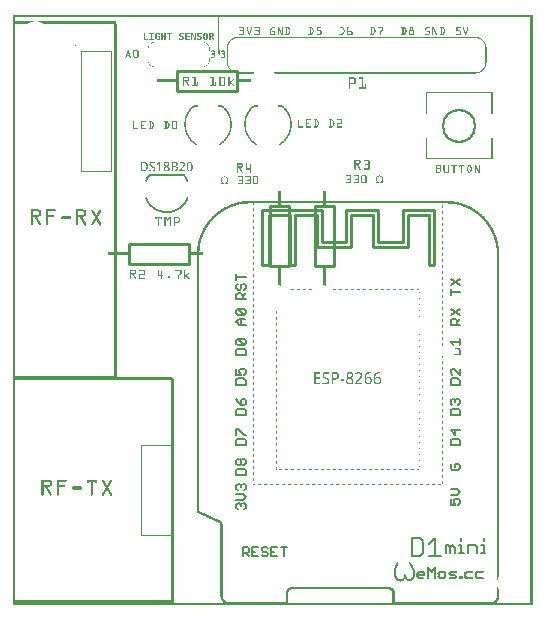
<source format=gto>
G04 MADE WITH FRITZING*
G04 WWW.FRITZING.ORG*
G04 DOUBLE SIDED*
G04 HOLES PLATED*
G04 CONTOUR ON CENTER OF CONTOUR VECTOR*
%ASAXBY*%
%FSLAX23Y23*%
%MOIN*%
%OFA0B0*%
%SFA1.0B1.0*%
%ADD10C,0.114413X0.0986654*%
%ADD11C,0.003125*%
%ADD12C,0.010417*%
%ADD13C,0.001000*%
%ADD14C,0.010000*%
%ADD15C,0.005556*%
%ADD16C,0.006944*%
%ADD17C,0.006250*%
%ADD18R,0.001000X0.001000*%
%LNSILK1*%
G90*
G70*
G54D10*
X1487Y1600D03*
G54D11*
X225Y1848D02*
X225Y1448D01*
D02*
X225Y1448D02*
X325Y1448D01*
D02*
X325Y1448D02*
X325Y1848D01*
D02*
X325Y1848D02*
X225Y1848D01*
D02*
X205Y1868D02*
X205Y1868D01*
G54D12*
D02*
X339Y759D02*
X339Y1940D01*
G54D13*
D02*
X426Y536D02*
X426Y236D01*
D02*
X426Y236D02*
X526Y236D01*
D02*
X526Y236D02*
X526Y536D01*
D02*
X526Y536D02*
X426Y536D01*
G54D12*
D02*
X528Y756D02*
X528Y8D01*
G54D14*
D02*
X385Y1206D02*
X585Y1206D01*
D02*
X585Y1206D02*
X585Y1140D01*
D02*
X585Y1140D02*
X385Y1140D01*
D02*
X385Y1140D02*
X385Y1206D01*
D02*
X855Y1133D02*
X855Y1333D01*
D02*
X855Y1333D02*
X921Y1333D01*
D02*
X921Y1333D02*
X921Y1133D01*
D02*
X921Y1133D02*
X855Y1133D01*
D02*
X1005Y1133D02*
X1005Y1333D01*
D02*
X1005Y1333D02*
X1071Y1333D01*
D02*
X1071Y1333D02*
X1071Y1133D01*
D02*
X1071Y1133D02*
X1005Y1133D01*
D02*
X547Y1781D02*
X747Y1781D01*
D02*
X747Y1781D02*
X747Y1715D01*
D02*
X747Y1715D02*
X547Y1715D01*
D02*
X547Y1715D02*
X547Y1781D01*
X1404Y1136D02*
X1387Y1136D01*
X1387Y1303D01*
X1315Y1303D01*
X1315Y1196D01*
X1200Y1196D01*
X1200Y1303D01*
X1127Y1303D01*
X1127Y1196D01*
X1012Y1196D01*
X1012Y1303D01*
X940Y1303D01*
X940Y1136D01*
X924Y1136D01*
X924Y1303D01*
X853Y1303D01*
X853Y1136D01*
X831Y1136D01*
X831Y1320D01*
X1028Y1320D01*
X1028Y1213D01*
X1110Y1213D01*
X1110Y1320D01*
X1217Y1320D01*
X1217Y1213D01*
X1299Y1213D01*
X1299Y1320D01*
X1404Y1320D01*
X1404Y1136D01*
D02*
G54D15*
X775Y1021D02*
X744Y1021D01*
X744Y1021D02*
X744Y1036D01*
X744Y1036D02*
X749Y1041D01*
X749Y1042D02*
X759Y1042D01*
X760Y1042D02*
X764Y1037D01*
X765Y1036D02*
X765Y1021D01*
X765Y1031D02*
X775Y1041D01*
X749Y1073D02*
X744Y1068D01*
X744Y1068D02*
X744Y1059D01*
X744Y1058D02*
X749Y1053D01*
X749Y1053D02*
X754Y1053D01*
X755Y1053D02*
X760Y1058D01*
X760Y1058D02*
X760Y1067D01*
X760Y1068D02*
X764Y1073D01*
X765Y1073D02*
X770Y1073D01*
X770Y1073D02*
X775Y1068D01*
X775Y1068D02*
X775Y1059D01*
X775Y1058D02*
X770Y1053D01*
X775Y1095D02*
X744Y1095D01*
X744Y1084D02*
X744Y1104D01*
D02*
X775Y937D02*
X755Y937D01*
X754Y937D02*
X745Y946D01*
X744Y947D02*
X753Y957D01*
X754Y957D02*
X774Y957D01*
X760Y937D02*
X760Y957D01*
X770Y968D02*
X749Y968D01*
X749Y968D02*
X745Y973D01*
X744Y974D02*
X744Y983D01*
X744Y984D02*
X748Y989D01*
X749Y989D02*
X770Y989D01*
X770Y989D02*
X774Y984D01*
X775Y984D02*
X775Y975D01*
X775Y974D02*
X771Y969D01*
X770Y968D02*
X749Y988D01*
D02*
X744Y837D02*
X775Y837D01*
X775Y837D02*
X775Y852D01*
X775Y852D02*
X770Y857D01*
X770Y857D02*
X749Y857D01*
X749Y857D02*
X744Y852D01*
X744Y852D02*
X744Y837D01*
X770Y868D02*
X749Y868D01*
X749Y868D02*
X744Y873D01*
X744Y874D02*
X744Y883D01*
X744Y884D02*
X749Y889D01*
X749Y889D02*
X769Y889D01*
X770Y889D02*
X775Y884D01*
X775Y884D02*
X775Y875D01*
X775Y874D02*
X770Y869D01*
X770Y868D02*
X749Y889D01*
D02*
X744Y737D02*
X775Y737D01*
X775Y737D02*
X775Y752D01*
X775Y752D02*
X770Y757D01*
X770Y758D02*
X749Y758D01*
X749Y758D02*
X744Y753D01*
X744Y752D02*
X744Y737D01*
X744Y789D02*
X744Y769D01*
X744Y768D02*
X759Y768D01*
X759Y768D02*
X754Y778D01*
X754Y779D02*
X754Y783D01*
X754Y784D02*
X759Y789D01*
X759Y789D02*
X769Y789D01*
X770Y789D02*
X775Y784D01*
X775Y784D02*
X775Y775D01*
X775Y774D02*
X770Y769D01*
D02*
X744Y637D02*
X775Y637D01*
X775Y637D02*
X775Y652D01*
X775Y652D02*
X770Y657D01*
X770Y657D02*
X749Y657D01*
X749Y657D02*
X744Y652D01*
X744Y652D02*
X744Y637D01*
X744Y689D02*
X749Y680D01*
X749Y679D02*
X759Y669D01*
X760Y668D02*
X769Y668D01*
X770Y668D02*
X775Y673D01*
X775Y674D02*
X775Y683D01*
X775Y684D02*
X770Y689D01*
X770Y689D02*
X765Y689D01*
X765Y689D02*
X761Y684D01*
X760Y684D02*
X760Y669D01*
D02*
X744Y537D02*
X775Y537D01*
X775Y537D02*
X775Y552D01*
X775Y552D02*
X770Y557D01*
X770Y557D02*
X749Y557D01*
X749Y557D02*
X744Y552D01*
X744Y552D02*
X744Y537D01*
X744Y568D02*
X744Y588D01*
X744Y589D02*
X749Y589D01*
X749Y589D02*
X769Y569D01*
X770Y568D02*
X775Y568D01*
D02*
X744Y437D02*
X775Y437D01*
X775Y437D02*
X775Y452D01*
X775Y452D02*
X770Y457D01*
X770Y457D02*
X749Y457D01*
X749Y457D02*
X744Y452D01*
X744Y452D02*
X744Y437D01*
X749Y468D02*
X744Y473D01*
X744Y474D02*
X744Y483D01*
X744Y484D02*
X749Y489D01*
X749Y489D02*
X754Y489D01*
X755Y489D02*
X760Y484D01*
X760Y484D02*
X765Y489D01*
X765Y489D02*
X769Y489D01*
X770Y489D02*
X775Y484D01*
X775Y484D02*
X775Y475D01*
X775Y474D02*
X770Y469D01*
X770Y468D02*
X766Y468D01*
X765Y468D02*
X760Y473D01*
X760Y474D02*
X755Y469D01*
X755Y468D02*
X749Y468D01*
X760Y474D02*
X760Y483D01*
D02*
X749Y321D02*
X744Y326D01*
X744Y327D02*
X744Y336D01*
X744Y336D02*
X749Y341D01*
X749Y342D02*
X753Y342D01*
X754Y342D02*
X759Y337D01*
X759Y336D02*
X759Y331D01*
X759Y336D02*
X764Y341D01*
X765Y342D02*
X770Y342D01*
X770Y342D02*
X775Y337D01*
X775Y336D02*
X775Y327D01*
X775Y327D02*
X770Y322D01*
X744Y353D02*
X764Y353D01*
X765Y353D02*
X775Y363D01*
X775Y363D02*
X765Y372D01*
X765Y373D02*
X744Y373D01*
X749Y384D02*
X744Y389D01*
X744Y389D02*
X744Y400D01*
X744Y400D02*
X749Y404D01*
X749Y405D02*
X753Y405D01*
X754Y405D02*
X759Y401D01*
X759Y400D02*
X759Y395D01*
X759Y400D02*
X764Y404D01*
X765Y405D02*
X770Y405D01*
X770Y405D02*
X775Y401D01*
X775Y400D02*
X775Y390D01*
X775Y389D02*
X770Y384D01*
D02*
X1458Y357D02*
X1458Y337D01*
X1458Y337D02*
X1473Y337D01*
X1473Y337D02*
X1468Y346D01*
X1468Y347D02*
X1468Y352D01*
X1468Y352D02*
X1473Y357D01*
X1473Y357D02*
X1483Y357D01*
X1484Y357D02*
X1489Y352D01*
X1489Y352D02*
X1489Y343D01*
X1489Y342D02*
X1484Y337D01*
X1458Y368D02*
X1478Y368D01*
X1478Y368D02*
X1488Y378D01*
X1489Y379D02*
X1479Y388D01*
X1478Y389D02*
X1458Y389D01*
D02*
X1463Y473D02*
X1458Y468D01*
X1458Y468D02*
X1458Y459D01*
X1458Y458D02*
X1463Y453D01*
X1463Y453D02*
X1483Y453D01*
X1484Y453D02*
X1489Y458D01*
X1489Y458D02*
X1489Y467D01*
X1489Y468D02*
X1484Y473D01*
X1484Y473D02*
X1474Y473D01*
X1473Y473D02*
X1473Y463D01*
D02*
X1458Y537D02*
X1489Y537D01*
X1489Y537D02*
X1489Y552D01*
X1489Y552D02*
X1484Y557D01*
X1484Y557D02*
X1463Y557D01*
X1463Y557D02*
X1458Y552D01*
X1458Y552D02*
X1458Y537D01*
X1489Y584D02*
X1458Y584D01*
X1458Y584D02*
X1474Y569D01*
X1474Y568D02*
X1474Y588D01*
D02*
X1458Y637D02*
X1489Y637D01*
X1489Y637D02*
X1489Y652D01*
X1489Y652D02*
X1484Y657D01*
X1484Y657D02*
X1463Y657D01*
X1463Y657D02*
X1458Y652D01*
X1458Y652D02*
X1458Y637D01*
X1463Y668D02*
X1458Y673D01*
X1458Y674D02*
X1458Y683D01*
X1458Y684D02*
X1463Y689D01*
X1463Y689D02*
X1467Y689D01*
X1468Y689D02*
X1473Y684D01*
X1473Y684D02*
X1473Y680D01*
X1473Y684D02*
X1478Y689D01*
X1478Y689D02*
X1483Y689D01*
X1484Y689D02*
X1489Y684D01*
X1489Y684D02*
X1489Y675D01*
X1489Y674D02*
X1484Y669D01*
D02*
X1458Y737D02*
X1489Y737D01*
X1489Y737D02*
X1489Y752D01*
X1489Y752D02*
X1484Y757D01*
X1484Y758D02*
X1463Y758D01*
X1463Y758D02*
X1458Y753D01*
X1458Y752D02*
X1458Y737D01*
X1489Y789D02*
X1489Y769D01*
X1489Y768D02*
X1469Y788D01*
X1469Y789D02*
X1463Y789D01*
X1463Y789D02*
X1458Y784D01*
X1458Y784D02*
X1458Y775D01*
X1458Y774D02*
X1463Y769D01*
D02*
X1489Y937D02*
X1458Y937D01*
X1458Y937D02*
X1458Y952D01*
X1458Y952D02*
X1463Y957D01*
X1463Y957D02*
X1473Y957D01*
X1474Y957D02*
X1478Y952D01*
X1478Y952D02*
X1478Y937D01*
X1478Y947D02*
X1488Y957D01*
X1458Y968D02*
X1489Y988D01*
X1458Y989D02*
X1489Y969D01*
D02*
X1489Y1047D02*
X1459Y1047D01*
X1458Y1037D02*
X1458Y1057D01*
X1458Y1068D02*
X1488Y1088D01*
X1458Y1089D02*
X1488Y1069D01*
D02*
X765Y165D02*
X765Y196D01*
X765Y196D02*
X780Y196D01*
X781Y196D02*
X786Y191D01*
X786Y191D02*
X786Y181D01*
X786Y180D02*
X781Y175D01*
X781Y175D02*
X765Y175D01*
X775Y175D02*
X785Y166D01*
X817Y196D02*
X797Y196D01*
X797Y196D02*
X797Y165D01*
X797Y165D02*
X817Y165D01*
X797Y180D02*
X807Y180D01*
X850Y191D02*
X844Y196D01*
X844Y196D02*
X834Y196D01*
X834Y196D02*
X829Y191D01*
X828Y191D02*
X828Y186D01*
X828Y185D02*
X833Y180D01*
X834Y180D02*
X844Y180D01*
X844Y180D02*
X849Y175D01*
X850Y175D02*
X850Y171D01*
X850Y170D02*
X845Y165D01*
X844Y165D02*
X834Y165D01*
X834Y165D02*
X829Y170D01*
X881Y196D02*
X861Y196D01*
X860Y196D02*
X860Y165D01*
X860Y165D02*
X880Y165D01*
X860Y180D02*
X869Y180D01*
X903Y165D02*
X903Y196D01*
X892Y196D02*
X912Y196D01*
D02*
G54D16*
X1328Y224D02*
X1328Y166D01*
X1328Y165D02*
X1356Y165D01*
X1356Y165D02*
X1366Y175D01*
X1366Y175D02*
X1366Y213D01*
X1366Y214D02*
X1356Y224D01*
X1356Y224D02*
X1328Y224D01*
X1387Y204D02*
X1407Y224D01*
X1407Y224D02*
X1407Y166D01*
X1387Y165D02*
X1425Y165D01*
D02*
X1443Y174D02*
X1443Y202D01*
X1443Y203D02*
X1450Y203D01*
X1451Y203D02*
X1457Y196D01*
X1457Y195D02*
X1457Y174D01*
X1457Y195D02*
X1464Y202D01*
X1464Y203D02*
X1471Y196D01*
X1472Y195D02*
X1472Y174D01*
X1487Y203D02*
X1494Y203D01*
X1494Y203D02*
X1494Y175D01*
X1487Y174D02*
X1502Y174D01*
X1494Y224D02*
X1494Y217D01*
X1517Y174D02*
X1517Y202D01*
X1517Y203D02*
X1538Y203D01*
X1538Y203D02*
X1545Y196D01*
X1546Y195D02*
X1546Y174D01*
X1561Y203D02*
X1568Y203D01*
X1568Y203D02*
X1568Y175D01*
X1561Y174D02*
X1574Y174D01*
X1568Y224D02*
X1568Y217D01*
D02*
G54D17*
X456Y1437D02*
X568Y1437D01*
D02*
G54D18*
X0Y1969D02*
X1731Y1969D01*
X0Y1968D02*
X1731Y1968D01*
X0Y1967D02*
X1731Y1967D01*
X0Y1966D02*
X1731Y1966D01*
X0Y1965D02*
X1731Y1965D01*
X0Y1964D02*
X1731Y1964D01*
X0Y1963D02*
X1731Y1963D01*
X0Y1962D02*
X1731Y1962D01*
X0Y1961D02*
X7Y1961D01*
X684Y1961D02*
X686Y1961D01*
X1724Y1961D02*
X1731Y1961D01*
X0Y1960D02*
X7Y1960D01*
X684Y1960D02*
X686Y1960D01*
X1724Y1960D02*
X1731Y1960D01*
X0Y1959D02*
X7Y1959D01*
X684Y1959D02*
X686Y1959D01*
X1724Y1959D02*
X1731Y1959D01*
X0Y1958D02*
X7Y1958D01*
X684Y1958D02*
X686Y1958D01*
X1724Y1958D02*
X1731Y1958D01*
X0Y1957D02*
X7Y1957D01*
X684Y1957D02*
X686Y1957D01*
X1724Y1957D02*
X1731Y1957D01*
X0Y1956D02*
X7Y1956D01*
X684Y1956D02*
X686Y1956D01*
X1724Y1956D02*
X1731Y1956D01*
X0Y1955D02*
X7Y1955D01*
X684Y1955D02*
X686Y1955D01*
X1724Y1955D02*
X1731Y1955D01*
X0Y1954D02*
X7Y1954D01*
X684Y1954D02*
X686Y1954D01*
X1724Y1954D02*
X1731Y1954D01*
X0Y1953D02*
X7Y1953D01*
X684Y1953D02*
X686Y1953D01*
X1724Y1953D02*
X1731Y1953D01*
X0Y1952D02*
X7Y1952D01*
X684Y1952D02*
X686Y1952D01*
X1724Y1952D02*
X1731Y1952D01*
X0Y1951D02*
X7Y1951D01*
X684Y1951D02*
X686Y1951D01*
X1724Y1951D02*
X1731Y1951D01*
X0Y1950D02*
X340Y1950D01*
X684Y1950D02*
X686Y1950D01*
X1724Y1950D02*
X1731Y1950D01*
X0Y1949D02*
X341Y1949D01*
X684Y1949D02*
X686Y1949D01*
X1724Y1949D02*
X1731Y1949D01*
X0Y1948D02*
X341Y1948D01*
X684Y1948D02*
X686Y1948D01*
X1724Y1948D02*
X1731Y1948D01*
X0Y1947D02*
X66Y1947D01*
X83Y1947D02*
X341Y1947D01*
X684Y1947D02*
X686Y1947D01*
X1724Y1947D02*
X1731Y1947D01*
X0Y1946D02*
X62Y1946D01*
X88Y1946D02*
X341Y1946D01*
X684Y1946D02*
X686Y1946D01*
X1724Y1946D02*
X1731Y1946D01*
X0Y1945D02*
X58Y1945D01*
X91Y1945D02*
X341Y1945D01*
X684Y1945D02*
X686Y1945D01*
X1724Y1945D02*
X1731Y1945D01*
X0Y1944D02*
X56Y1944D01*
X94Y1944D02*
X341Y1944D01*
X684Y1944D02*
X686Y1944D01*
X1724Y1944D02*
X1731Y1944D01*
X0Y1943D02*
X54Y1943D01*
X96Y1943D02*
X341Y1943D01*
X684Y1943D02*
X686Y1943D01*
X1724Y1943D02*
X1731Y1943D01*
X0Y1942D02*
X51Y1942D01*
X98Y1942D02*
X341Y1942D01*
X684Y1942D02*
X686Y1942D01*
X1724Y1942D02*
X1731Y1942D01*
X0Y1941D02*
X50Y1941D01*
X100Y1941D02*
X341Y1941D01*
X684Y1941D02*
X686Y1941D01*
X1724Y1941D02*
X1731Y1941D01*
X0Y1940D02*
X48Y1940D01*
X101Y1940D02*
X340Y1940D01*
X684Y1940D02*
X686Y1940D01*
X1724Y1940D02*
X1731Y1940D01*
X0Y1939D02*
X7Y1939D01*
X684Y1939D02*
X686Y1939D01*
X1724Y1939D02*
X1731Y1939D01*
X0Y1938D02*
X7Y1938D01*
X684Y1938D02*
X686Y1938D01*
X1724Y1938D02*
X1731Y1938D01*
X0Y1937D02*
X7Y1937D01*
X684Y1937D02*
X686Y1937D01*
X1724Y1937D02*
X1731Y1937D01*
X0Y1936D02*
X7Y1936D01*
X684Y1936D02*
X686Y1936D01*
X1724Y1936D02*
X1731Y1936D01*
X0Y1935D02*
X7Y1935D01*
X684Y1935D02*
X686Y1935D01*
X1724Y1935D02*
X1731Y1935D01*
X0Y1934D02*
X7Y1934D01*
X684Y1934D02*
X686Y1934D01*
X1724Y1934D02*
X1731Y1934D01*
X0Y1933D02*
X7Y1933D01*
X684Y1933D02*
X686Y1933D01*
X1724Y1933D02*
X1731Y1933D01*
X0Y1932D02*
X7Y1932D01*
X684Y1932D02*
X686Y1932D01*
X1724Y1932D02*
X1731Y1932D01*
X0Y1931D02*
X7Y1931D01*
X684Y1931D02*
X686Y1931D01*
X1724Y1931D02*
X1731Y1931D01*
X0Y1930D02*
X7Y1930D01*
X684Y1930D02*
X686Y1930D01*
X755Y1930D02*
X766Y1930D01*
X806Y1930D02*
X818Y1930D01*
X867Y1930D02*
X871Y1930D01*
X882Y1930D02*
X885Y1930D01*
X910Y1930D02*
X915Y1930D01*
X987Y1930D02*
X993Y1930D01*
X1015Y1930D02*
X1026Y1930D01*
X1090Y1930D02*
X1096Y1930D01*
X1116Y1930D02*
X1116Y1930D01*
X1193Y1930D02*
X1199Y1930D01*
X1219Y1930D02*
X1233Y1930D01*
X1296Y1930D02*
X1302Y1930D01*
X1326Y1930D02*
X1332Y1930D01*
X1382Y1930D02*
X1387Y1930D01*
X1398Y1930D02*
X1401Y1930D01*
X1425Y1930D02*
X1431Y1930D01*
X1479Y1930D02*
X1490Y1930D01*
X1724Y1930D02*
X1731Y1930D01*
X0Y1929D02*
X7Y1929D01*
X684Y1929D02*
X686Y1929D01*
X753Y1929D02*
X769Y1929D01*
X779Y1929D02*
X781Y1929D01*
X793Y1929D02*
X795Y1929D01*
X805Y1929D02*
X820Y1929D01*
X864Y1929D02*
X873Y1929D01*
X882Y1929D02*
X886Y1929D01*
X896Y1929D02*
X898Y1929D01*
X908Y1929D02*
X918Y1929D01*
X985Y1929D02*
X996Y1929D01*
X1014Y1929D02*
X1027Y1929D01*
X1088Y1929D02*
X1099Y1929D01*
X1114Y1929D02*
X1118Y1929D01*
X1192Y1929D02*
X1202Y1929D01*
X1217Y1929D02*
X1234Y1929D01*
X1295Y1929D02*
X1305Y1929D01*
X1324Y1929D02*
X1333Y1929D01*
X1379Y1929D02*
X1388Y1929D01*
X1397Y1929D02*
X1402Y1929D01*
X1412Y1929D02*
X1414Y1929D01*
X1424Y1929D02*
X1434Y1929D01*
X1478Y1929D02*
X1491Y1929D01*
X1501Y1929D02*
X1503Y1929D01*
X1515Y1929D02*
X1517Y1929D01*
X1724Y1929D02*
X1731Y1929D01*
X0Y1928D02*
X7Y1928D01*
X684Y1928D02*
X686Y1928D01*
X753Y1928D02*
X769Y1928D01*
X779Y1928D02*
X781Y1928D01*
X793Y1928D02*
X796Y1928D01*
X805Y1928D02*
X821Y1928D01*
X863Y1928D02*
X873Y1928D01*
X882Y1928D02*
X887Y1928D01*
X896Y1928D02*
X899Y1928D01*
X908Y1928D02*
X919Y1928D01*
X985Y1928D02*
X997Y1928D01*
X1014Y1928D02*
X1028Y1928D01*
X1088Y1928D02*
X1100Y1928D01*
X1114Y1928D02*
X1118Y1928D01*
X1191Y1928D02*
X1203Y1928D01*
X1217Y1928D02*
X1234Y1928D01*
X1294Y1928D02*
X1306Y1928D01*
X1324Y1928D02*
X1333Y1928D01*
X1378Y1928D02*
X1388Y1928D01*
X1397Y1928D02*
X1402Y1928D01*
X1412Y1928D02*
X1414Y1928D01*
X1423Y1928D02*
X1435Y1928D01*
X1478Y1928D02*
X1492Y1928D01*
X1501Y1928D02*
X1503Y1928D01*
X1515Y1928D02*
X1517Y1928D01*
X1724Y1928D02*
X1731Y1928D01*
X0Y1927D02*
X7Y1927D01*
X684Y1927D02*
X686Y1927D01*
X754Y1927D02*
X770Y1927D01*
X779Y1927D02*
X781Y1927D01*
X793Y1927D02*
X796Y1927D01*
X805Y1927D02*
X821Y1927D01*
X862Y1927D02*
X872Y1927D01*
X882Y1927D02*
X887Y1927D01*
X896Y1927D02*
X899Y1927D01*
X908Y1927D02*
X920Y1927D01*
X986Y1927D02*
X997Y1927D01*
X1014Y1927D02*
X1027Y1927D01*
X1089Y1927D02*
X1100Y1927D01*
X1114Y1927D02*
X1118Y1927D01*
X1192Y1927D02*
X1204Y1927D01*
X1217Y1927D02*
X1234Y1927D01*
X1295Y1927D02*
X1307Y1927D01*
X1324Y1927D02*
X1333Y1927D01*
X1377Y1927D02*
X1388Y1927D01*
X1397Y1927D02*
X1403Y1927D01*
X1412Y1927D02*
X1414Y1927D01*
X1424Y1927D02*
X1436Y1927D01*
X1478Y1927D02*
X1491Y1927D01*
X1501Y1927D02*
X1503Y1927D01*
X1515Y1927D02*
X1517Y1927D01*
X1724Y1927D02*
X1731Y1927D01*
X0Y1926D02*
X7Y1926D01*
X684Y1926D02*
X686Y1926D01*
X767Y1926D02*
X770Y1926D01*
X779Y1926D02*
X781Y1926D01*
X793Y1926D02*
X796Y1926D01*
X819Y1926D02*
X821Y1926D01*
X861Y1926D02*
X865Y1926D01*
X882Y1926D02*
X887Y1926D01*
X896Y1926D02*
X899Y1926D01*
X911Y1926D02*
X914Y1926D01*
X917Y1926D02*
X920Y1926D01*
X989Y1926D02*
X991Y1926D01*
X995Y1926D02*
X998Y1926D01*
X1014Y1926D02*
X1017Y1926D01*
X1092Y1926D02*
X1094Y1926D01*
X1098Y1926D02*
X1101Y1926D01*
X1114Y1926D02*
X1117Y1926D01*
X1195Y1926D02*
X1197Y1926D01*
X1201Y1926D02*
X1204Y1926D01*
X1217Y1926D02*
X1219Y1926D01*
X1231Y1926D02*
X1234Y1926D01*
X1298Y1926D02*
X1301Y1926D01*
X1304Y1926D02*
X1307Y1926D01*
X1324Y1926D02*
X1326Y1926D01*
X1331Y1926D02*
X1333Y1926D01*
X1377Y1926D02*
X1380Y1926D01*
X1397Y1926D02*
X1403Y1926D01*
X1412Y1926D02*
X1414Y1926D01*
X1427Y1926D02*
X1429Y1926D01*
X1433Y1926D02*
X1436Y1926D01*
X1478Y1926D02*
X1481Y1926D01*
X1501Y1926D02*
X1503Y1926D01*
X1515Y1926D02*
X1517Y1926D01*
X1724Y1926D02*
X1731Y1926D01*
X0Y1925D02*
X7Y1925D01*
X684Y1925D02*
X686Y1925D01*
X767Y1925D02*
X770Y1925D01*
X779Y1925D02*
X781Y1925D01*
X793Y1925D02*
X796Y1925D01*
X819Y1925D02*
X821Y1925D01*
X860Y1925D02*
X864Y1925D01*
X882Y1925D02*
X888Y1925D01*
X896Y1925D02*
X899Y1925D01*
X911Y1925D02*
X914Y1925D01*
X918Y1925D02*
X921Y1925D01*
X989Y1925D02*
X991Y1925D01*
X995Y1925D02*
X998Y1925D01*
X1014Y1925D02*
X1017Y1925D01*
X1092Y1925D02*
X1094Y1925D01*
X1098Y1925D02*
X1101Y1925D01*
X1114Y1925D02*
X1117Y1925D01*
X1195Y1925D02*
X1197Y1925D01*
X1201Y1925D02*
X1205Y1925D01*
X1218Y1925D02*
X1218Y1925D01*
X1231Y1925D02*
X1234Y1925D01*
X1298Y1925D02*
X1301Y1925D01*
X1305Y1925D02*
X1308Y1925D01*
X1324Y1925D02*
X1326Y1925D01*
X1331Y1925D02*
X1333Y1925D01*
X1376Y1925D02*
X1379Y1925D01*
X1397Y1925D02*
X1403Y1925D01*
X1412Y1925D02*
X1414Y1925D01*
X1427Y1925D02*
X1429Y1925D01*
X1433Y1925D02*
X1437Y1925D01*
X1478Y1925D02*
X1481Y1925D01*
X1501Y1925D02*
X1503Y1925D01*
X1515Y1925D02*
X1517Y1925D01*
X1724Y1925D02*
X1731Y1925D01*
X0Y1924D02*
X7Y1924D01*
X684Y1924D02*
X686Y1924D01*
X767Y1924D02*
X770Y1924D01*
X779Y1924D02*
X781Y1924D01*
X793Y1924D02*
X796Y1924D01*
X819Y1924D02*
X821Y1924D01*
X859Y1924D02*
X863Y1924D01*
X882Y1924D02*
X888Y1924D01*
X896Y1924D02*
X899Y1924D01*
X911Y1924D02*
X914Y1924D01*
X918Y1924D02*
X921Y1924D01*
X989Y1924D02*
X991Y1924D01*
X996Y1924D02*
X999Y1924D01*
X1014Y1924D02*
X1017Y1924D01*
X1092Y1924D02*
X1094Y1924D01*
X1099Y1924D02*
X1102Y1924D01*
X1114Y1924D02*
X1117Y1924D01*
X1195Y1924D02*
X1197Y1924D01*
X1202Y1924D02*
X1205Y1924D01*
X1231Y1924D02*
X1234Y1924D01*
X1298Y1924D02*
X1301Y1924D01*
X1305Y1924D02*
X1308Y1924D01*
X1324Y1924D02*
X1326Y1924D01*
X1331Y1924D02*
X1333Y1924D01*
X1375Y1924D02*
X1379Y1924D01*
X1397Y1924D02*
X1404Y1924D01*
X1412Y1924D02*
X1414Y1924D01*
X1427Y1924D02*
X1429Y1924D01*
X1434Y1924D02*
X1437Y1924D01*
X1478Y1924D02*
X1481Y1924D01*
X1501Y1924D02*
X1503Y1924D01*
X1515Y1924D02*
X1517Y1924D01*
X1724Y1924D02*
X1731Y1924D01*
X0Y1923D02*
X7Y1923D01*
X684Y1923D02*
X686Y1923D01*
X767Y1923D02*
X770Y1923D01*
X779Y1923D02*
X781Y1923D01*
X793Y1923D02*
X796Y1923D01*
X819Y1923D02*
X821Y1923D01*
X859Y1923D02*
X862Y1923D01*
X882Y1923D02*
X889Y1923D01*
X896Y1923D02*
X899Y1923D01*
X911Y1923D02*
X914Y1923D01*
X919Y1923D02*
X922Y1923D01*
X989Y1923D02*
X991Y1923D01*
X996Y1923D02*
X999Y1923D01*
X1014Y1923D02*
X1017Y1923D01*
X1092Y1923D02*
X1094Y1923D01*
X1099Y1923D02*
X1102Y1923D01*
X1114Y1923D02*
X1117Y1923D01*
X1195Y1923D02*
X1197Y1923D01*
X1202Y1923D02*
X1206Y1923D01*
X1231Y1923D02*
X1234Y1923D01*
X1298Y1923D02*
X1301Y1923D01*
X1306Y1923D02*
X1309Y1923D01*
X1324Y1923D02*
X1326Y1923D01*
X1331Y1923D02*
X1333Y1923D01*
X1374Y1923D02*
X1378Y1923D01*
X1397Y1923D02*
X1404Y1923D01*
X1412Y1923D02*
X1414Y1923D01*
X1427Y1923D02*
X1429Y1923D01*
X1434Y1923D02*
X1438Y1923D01*
X1478Y1923D02*
X1481Y1923D01*
X1501Y1923D02*
X1503Y1923D01*
X1515Y1923D02*
X1517Y1923D01*
X1724Y1923D02*
X1731Y1923D01*
X0Y1922D02*
X7Y1922D01*
X684Y1922D02*
X686Y1922D01*
X767Y1922D02*
X770Y1922D01*
X779Y1922D02*
X782Y1922D01*
X793Y1922D02*
X796Y1922D01*
X819Y1922D02*
X821Y1922D01*
X858Y1922D02*
X861Y1922D01*
X882Y1922D02*
X889Y1922D01*
X896Y1922D02*
X899Y1922D01*
X911Y1922D02*
X914Y1922D01*
X919Y1922D02*
X922Y1922D01*
X989Y1922D02*
X991Y1922D01*
X997Y1922D02*
X1000Y1922D01*
X1014Y1922D02*
X1017Y1922D01*
X1092Y1922D02*
X1094Y1922D01*
X1100Y1922D02*
X1103Y1922D01*
X1114Y1922D02*
X1117Y1922D01*
X1195Y1922D02*
X1197Y1922D01*
X1203Y1922D02*
X1206Y1922D01*
X1231Y1922D02*
X1234Y1922D01*
X1298Y1922D02*
X1301Y1922D01*
X1306Y1922D02*
X1309Y1922D01*
X1324Y1922D02*
X1326Y1922D01*
X1331Y1922D02*
X1333Y1922D01*
X1373Y1922D02*
X1377Y1922D01*
X1397Y1922D02*
X1400Y1922D01*
X1402Y1922D02*
X1405Y1922D01*
X1412Y1922D02*
X1414Y1922D01*
X1427Y1922D02*
X1429Y1922D01*
X1435Y1922D02*
X1438Y1922D01*
X1478Y1922D02*
X1481Y1922D01*
X1501Y1922D02*
X1503Y1922D01*
X1515Y1922D02*
X1517Y1922D01*
X1724Y1922D02*
X1731Y1922D01*
X0Y1921D02*
X7Y1921D01*
X684Y1921D02*
X686Y1921D01*
X767Y1921D02*
X770Y1921D01*
X779Y1921D02*
X782Y1921D01*
X792Y1921D02*
X795Y1921D01*
X819Y1921D02*
X821Y1921D01*
X857Y1921D02*
X861Y1921D01*
X882Y1921D02*
X885Y1921D01*
X887Y1921D02*
X890Y1921D01*
X896Y1921D02*
X899Y1921D01*
X911Y1921D02*
X914Y1921D01*
X920Y1921D02*
X923Y1921D01*
X989Y1921D02*
X991Y1921D01*
X997Y1921D02*
X1000Y1921D01*
X1014Y1921D02*
X1017Y1921D01*
X1092Y1921D02*
X1094Y1921D01*
X1100Y1921D02*
X1103Y1921D01*
X1114Y1921D02*
X1117Y1921D01*
X1195Y1921D02*
X1197Y1921D01*
X1204Y1921D02*
X1207Y1921D01*
X1231Y1921D02*
X1234Y1921D01*
X1298Y1921D02*
X1301Y1921D01*
X1307Y1921D02*
X1310Y1921D01*
X1324Y1921D02*
X1326Y1921D01*
X1331Y1921D02*
X1333Y1921D01*
X1373Y1921D02*
X1376Y1921D01*
X1397Y1921D02*
X1400Y1921D01*
X1402Y1921D02*
X1405Y1921D01*
X1412Y1921D02*
X1414Y1921D01*
X1427Y1921D02*
X1429Y1921D01*
X1436Y1921D02*
X1439Y1921D01*
X1478Y1921D02*
X1481Y1921D01*
X1501Y1921D02*
X1504Y1921D01*
X1514Y1921D02*
X1517Y1921D01*
X1724Y1921D02*
X1731Y1921D01*
X0Y1920D02*
X7Y1920D01*
X684Y1920D02*
X686Y1920D01*
X767Y1920D02*
X770Y1920D01*
X780Y1920D02*
X782Y1920D01*
X792Y1920D02*
X795Y1920D01*
X819Y1920D02*
X821Y1920D01*
X857Y1920D02*
X860Y1920D01*
X882Y1920D02*
X885Y1920D01*
X887Y1920D02*
X890Y1920D01*
X896Y1920D02*
X899Y1920D01*
X911Y1920D02*
X914Y1920D01*
X920Y1920D02*
X923Y1920D01*
X989Y1920D02*
X991Y1920D01*
X998Y1920D02*
X1001Y1920D01*
X1014Y1920D02*
X1017Y1920D01*
X1092Y1920D02*
X1094Y1920D01*
X1101Y1920D02*
X1104Y1920D01*
X1114Y1920D02*
X1117Y1920D01*
X1195Y1920D02*
X1197Y1920D01*
X1204Y1920D02*
X1207Y1920D01*
X1231Y1920D02*
X1234Y1920D01*
X1298Y1920D02*
X1301Y1920D01*
X1307Y1920D02*
X1310Y1920D01*
X1324Y1920D02*
X1326Y1920D01*
X1331Y1920D02*
X1333Y1920D01*
X1372Y1920D02*
X1375Y1920D01*
X1397Y1920D02*
X1400Y1920D01*
X1403Y1920D02*
X1406Y1920D01*
X1412Y1920D02*
X1414Y1920D01*
X1427Y1920D02*
X1429Y1920D01*
X1436Y1920D02*
X1439Y1920D01*
X1478Y1920D02*
X1481Y1920D01*
X1501Y1920D02*
X1504Y1920D01*
X1514Y1920D02*
X1517Y1920D01*
X1724Y1920D02*
X1731Y1920D01*
X0Y1919D02*
X7Y1919D01*
X684Y1919D02*
X686Y1919D01*
X767Y1919D02*
X770Y1919D01*
X780Y1919D02*
X783Y1919D01*
X792Y1919D02*
X795Y1919D01*
X819Y1919D02*
X821Y1919D01*
X856Y1919D02*
X859Y1919D01*
X882Y1919D02*
X885Y1919D01*
X888Y1919D02*
X891Y1919D01*
X896Y1919D02*
X899Y1919D01*
X911Y1919D02*
X914Y1919D01*
X921Y1919D02*
X924Y1919D01*
X989Y1919D02*
X991Y1919D01*
X998Y1919D02*
X1001Y1919D01*
X1014Y1919D02*
X1017Y1919D01*
X1092Y1919D02*
X1094Y1919D01*
X1101Y1919D02*
X1104Y1919D01*
X1114Y1919D02*
X1117Y1919D01*
X1195Y1919D02*
X1197Y1919D01*
X1205Y1919D02*
X1207Y1919D01*
X1230Y1919D02*
X1234Y1919D01*
X1298Y1919D02*
X1301Y1919D01*
X1308Y1919D02*
X1311Y1919D01*
X1324Y1919D02*
X1326Y1919D01*
X1331Y1919D02*
X1333Y1919D01*
X1372Y1919D02*
X1375Y1919D01*
X1397Y1919D02*
X1400Y1919D01*
X1403Y1919D02*
X1406Y1919D01*
X1412Y1919D02*
X1414Y1919D01*
X1427Y1919D02*
X1429Y1919D01*
X1437Y1919D02*
X1439Y1919D01*
X1478Y1919D02*
X1481Y1919D01*
X1502Y1919D02*
X1505Y1919D01*
X1513Y1919D02*
X1516Y1919D01*
X1724Y1919D02*
X1731Y1919D01*
X0Y1918D02*
X7Y1918D01*
X684Y1918D02*
X686Y1918D01*
X766Y1918D02*
X770Y1918D01*
X780Y1918D02*
X783Y1918D01*
X791Y1918D02*
X794Y1918D01*
X817Y1918D02*
X821Y1918D01*
X856Y1918D02*
X859Y1918D01*
X882Y1918D02*
X885Y1918D01*
X888Y1918D02*
X891Y1918D01*
X896Y1918D02*
X899Y1918D01*
X911Y1918D02*
X914Y1918D01*
X921Y1918D02*
X924Y1918D01*
X989Y1918D02*
X991Y1918D01*
X999Y1918D02*
X1002Y1918D01*
X1014Y1918D02*
X1017Y1918D01*
X1092Y1918D02*
X1094Y1918D01*
X1102Y1918D02*
X1105Y1918D01*
X1114Y1918D02*
X1117Y1918D01*
X1195Y1918D02*
X1197Y1918D01*
X1205Y1918D02*
X1208Y1918D01*
X1229Y1918D02*
X1233Y1918D01*
X1298Y1918D02*
X1301Y1918D01*
X1308Y1918D02*
X1311Y1918D01*
X1323Y1918D02*
X1327Y1918D01*
X1330Y1918D02*
X1334Y1918D01*
X1372Y1918D02*
X1374Y1918D01*
X1397Y1918D02*
X1400Y1918D01*
X1404Y1918D02*
X1407Y1918D01*
X1412Y1918D02*
X1414Y1918D01*
X1427Y1918D02*
X1429Y1918D01*
X1437Y1918D02*
X1440Y1918D01*
X1478Y1918D02*
X1481Y1918D01*
X1502Y1918D02*
X1505Y1918D01*
X1513Y1918D02*
X1516Y1918D01*
X1724Y1918D02*
X1731Y1918D01*
X0Y1917D02*
X7Y1917D01*
X684Y1917D02*
X686Y1917D01*
X757Y1917D02*
X769Y1917D01*
X781Y1917D02*
X784Y1917D01*
X791Y1917D02*
X794Y1917D01*
X808Y1917D02*
X821Y1917D01*
X856Y1917D02*
X859Y1917D01*
X882Y1917D02*
X885Y1917D01*
X888Y1917D02*
X891Y1917D01*
X896Y1917D02*
X899Y1917D01*
X911Y1917D02*
X914Y1917D01*
X922Y1917D02*
X924Y1917D01*
X989Y1917D02*
X991Y1917D01*
X999Y1917D02*
X1002Y1917D01*
X1014Y1917D02*
X1026Y1917D01*
X1092Y1917D02*
X1094Y1917D01*
X1102Y1917D02*
X1105Y1917D01*
X1114Y1917D02*
X1117Y1917D01*
X1195Y1917D02*
X1197Y1917D01*
X1205Y1917D02*
X1208Y1917D01*
X1228Y1917D02*
X1232Y1917D01*
X1298Y1917D02*
X1301Y1917D01*
X1308Y1917D02*
X1311Y1917D01*
X1321Y1917D02*
X1336Y1917D01*
X1372Y1917D02*
X1374Y1917D01*
X1397Y1917D02*
X1400Y1917D01*
X1404Y1917D02*
X1407Y1917D01*
X1412Y1917D02*
X1414Y1917D01*
X1427Y1917D02*
X1429Y1917D01*
X1437Y1917D02*
X1440Y1917D01*
X1478Y1917D02*
X1490Y1917D01*
X1502Y1917D02*
X1505Y1917D01*
X1513Y1917D02*
X1515Y1917D01*
X1724Y1917D02*
X1731Y1917D01*
X0Y1916D02*
X7Y1916D01*
X684Y1916D02*
X686Y1916D01*
X757Y1916D02*
X769Y1916D01*
X781Y1916D02*
X784Y1916D01*
X790Y1916D02*
X793Y1916D01*
X808Y1916D02*
X820Y1916D01*
X856Y1916D02*
X859Y1916D01*
X882Y1916D02*
X885Y1916D01*
X889Y1916D02*
X892Y1916D01*
X896Y1916D02*
X899Y1916D01*
X911Y1916D02*
X914Y1916D01*
X922Y1916D02*
X924Y1916D01*
X989Y1916D02*
X991Y1916D01*
X999Y1916D02*
X1002Y1916D01*
X1014Y1916D02*
X1027Y1916D01*
X1092Y1916D02*
X1094Y1916D01*
X1102Y1916D02*
X1105Y1916D01*
X1114Y1916D02*
X1117Y1916D01*
X1195Y1916D02*
X1197Y1916D01*
X1205Y1916D02*
X1208Y1916D01*
X1227Y1916D02*
X1231Y1916D01*
X1298Y1916D02*
X1301Y1916D01*
X1308Y1916D02*
X1311Y1916D01*
X1321Y1916D02*
X1336Y1916D01*
X1372Y1916D02*
X1374Y1916D01*
X1397Y1916D02*
X1400Y1916D01*
X1404Y1916D02*
X1407Y1916D01*
X1412Y1916D02*
X1414Y1916D01*
X1427Y1916D02*
X1429Y1916D01*
X1437Y1916D02*
X1440Y1916D01*
X1478Y1916D02*
X1491Y1916D01*
X1503Y1916D02*
X1506Y1916D01*
X1512Y1916D02*
X1515Y1916D01*
X1724Y1916D02*
X1731Y1916D01*
X0Y1915D02*
X7Y1915D01*
X684Y1915D02*
X686Y1915D01*
X757Y1915D02*
X769Y1915D01*
X781Y1915D02*
X784Y1915D01*
X790Y1915D02*
X793Y1915D01*
X809Y1915D02*
X821Y1915D01*
X856Y1915D02*
X859Y1915D01*
X882Y1915D02*
X885Y1915D01*
X889Y1915D02*
X892Y1915D01*
X896Y1915D02*
X899Y1915D01*
X911Y1915D02*
X914Y1915D01*
X922Y1915D02*
X924Y1915D01*
X989Y1915D02*
X991Y1915D01*
X999Y1915D02*
X1002Y1915D01*
X1014Y1915D02*
X1027Y1915D01*
X1092Y1915D02*
X1094Y1915D01*
X1102Y1915D02*
X1105Y1915D01*
X1114Y1915D02*
X1117Y1915D01*
X1195Y1915D02*
X1197Y1915D01*
X1205Y1915D02*
X1208Y1915D01*
X1225Y1915D02*
X1230Y1915D01*
X1298Y1915D02*
X1301Y1915D01*
X1308Y1915D02*
X1311Y1915D01*
X1320Y1915D02*
X1337Y1915D01*
X1372Y1915D02*
X1374Y1915D01*
X1397Y1915D02*
X1400Y1915D01*
X1405Y1915D02*
X1408Y1915D01*
X1412Y1915D02*
X1414Y1915D01*
X1427Y1915D02*
X1429Y1915D01*
X1437Y1915D02*
X1440Y1915D01*
X1478Y1915D02*
X1491Y1915D01*
X1503Y1915D02*
X1506Y1915D01*
X1512Y1915D02*
X1515Y1915D01*
X1724Y1915D02*
X1731Y1915D01*
X0Y1914D02*
X7Y1914D01*
X684Y1914D02*
X686Y1914D01*
X766Y1914D02*
X770Y1914D01*
X782Y1914D02*
X785Y1914D01*
X790Y1914D02*
X793Y1914D01*
X818Y1914D02*
X821Y1914D01*
X856Y1914D02*
X859Y1914D01*
X865Y1914D02*
X873Y1914D01*
X882Y1914D02*
X885Y1914D01*
X890Y1914D02*
X893Y1914D01*
X896Y1914D02*
X899Y1914D01*
X911Y1914D02*
X914Y1914D01*
X921Y1914D02*
X924Y1914D01*
X989Y1914D02*
X991Y1914D01*
X999Y1914D02*
X1002Y1914D01*
X1025Y1914D02*
X1028Y1914D01*
X1092Y1914D02*
X1094Y1914D01*
X1102Y1914D02*
X1105Y1914D01*
X1114Y1914D02*
X1130Y1914D01*
X1195Y1914D02*
X1197Y1914D01*
X1205Y1914D02*
X1208Y1914D01*
X1224Y1914D02*
X1229Y1914D01*
X1298Y1914D02*
X1301Y1914D01*
X1308Y1914D02*
X1311Y1914D01*
X1320Y1914D02*
X1323Y1914D01*
X1334Y1914D02*
X1337Y1914D01*
X1372Y1914D02*
X1374Y1914D01*
X1381Y1914D02*
X1388Y1914D01*
X1397Y1914D02*
X1400Y1914D01*
X1405Y1914D02*
X1408Y1914D01*
X1412Y1914D02*
X1414Y1914D01*
X1427Y1914D02*
X1429Y1914D01*
X1437Y1914D02*
X1440Y1914D01*
X1489Y1914D02*
X1492Y1914D01*
X1504Y1914D02*
X1507Y1914D01*
X1511Y1914D02*
X1514Y1914D01*
X1724Y1914D02*
X1731Y1914D01*
X0Y1913D02*
X7Y1913D01*
X684Y1913D02*
X686Y1913D01*
X767Y1913D02*
X770Y1913D01*
X782Y1913D02*
X785Y1913D01*
X789Y1913D02*
X792Y1913D01*
X819Y1913D02*
X821Y1913D01*
X856Y1913D02*
X859Y1913D01*
X865Y1913D02*
X873Y1913D01*
X882Y1913D02*
X885Y1913D01*
X890Y1913D02*
X893Y1913D01*
X896Y1913D02*
X899Y1913D01*
X911Y1913D02*
X914Y1913D01*
X921Y1913D02*
X924Y1913D01*
X989Y1913D02*
X991Y1913D01*
X998Y1913D02*
X1001Y1913D01*
X1025Y1913D02*
X1028Y1913D01*
X1092Y1913D02*
X1094Y1913D01*
X1101Y1913D02*
X1104Y1913D01*
X1114Y1913D02*
X1131Y1913D01*
X1195Y1913D02*
X1197Y1913D01*
X1204Y1913D02*
X1207Y1913D01*
X1224Y1913D02*
X1228Y1913D01*
X1298Y1913D02*
X1301Y1913D01*
X1308Y1913D02*
X1310Y1913D01*
X1320Y1913D02*
X1323Y1913D01*
X1334Y1913D02*
X1337Y1913D01*
X1372Y1913D02*
X1374Y1913D01*
X1381Y1913D02*
X1388Y1913D01*
X1397Y1913D02*
X1400Y1913D01*
X1406Y1913D02*
X1409Y1913D01*
X1412Y1913D02*
X1414Y1913D01*
X1427Y1913D02*
X1429Y1913D01*
X1436Y1913D02*
X1439Y1913D01*
X1489Y1913D02*
X1492Y1913D01*
X1504Y1913D02*
X1507Y1913D01*
X1511Y1913D02*
X1514Y1913D01*
X1724Y1913D02*
X1731Y1913D01*
X0Y1912D02*
X7Y1912D01*
X684Y1912D02*
X686Y1912D01*
X767Y1912D02*
X770Y1912D01*
X783Y1912D02*
X786Y1912D01*
X789Y1912D02*
X792Y1912D01*
X819Y1912D02*
X821Y1912D01*
X856Y1912D02*
X859Y1912D01*
X865Y1912D02*
X873Y1912D01*
X882Y1912D02*
X885Y1912D01*
X891Y1912D02*
X894Y1912D01*
X896Y1912D02*
X899Y1912D01*
X911Y1912D02*
X914Y1912D01*
X920Y1912D02*
X923Y1912D01*
X989Y1912D02*
X991Y1912D01*
X998Y1912D02*
X1001Y1912D01*
X1025Y1912D02*
X1028Y1912D01*
X1092Y1912D02*
X1094Y1912D01*
X1101Y1912D02*
X1104Y1912D01*
X1114Y1912D02*
X1131Y1912D01*
X1195Y1912D02*
X1197Y1912D01*
X1204Y1912D02*
X1207Y1912D01*
X1224Y1912D02*
X1227Y1912D01*
X1298Y1912D02*
X1301Y1912D01*
X1307Y1912D02*
X1310Y1912D01*
X1320Y1912D02*
X1323Y1912D01*
X1334Y1912D02*
X1337Y1912D01*
X1372Y1912D02*
X1374Y1912D01*
X1381Y1912D02*
X1388Y1912D01*
X1397Y1912D02*
X1400Y1912D01*
X1406Y1912D02*
X1409Y1912D01*
X1412Y1912D02*
X1414Y1912D01*
X1427Y1912D02*
X1429Y1912D01*
X1436Y1912D02*
X1439Y1912D01*
X1489Y1912D02*
X1492Y1912D01*
X1504Y1912D02*
X1507Y1912D01*
X1511Y1912D02*
X1514Y1912D01*
X1724Y1912D02*
X1731Y1912D01*
X0Y1911D02*
X7Y1911D01*
X684Y1911D02*
X686Y1911D01*
X767Y1911D02*
X770Y1911D01*
X783Y1911D02*
X786Y1911D01*
X789Y1911D02*
X791Y1911D01*
X819Y1911D02*
X821Y1911D01*
X856Y1911D02*
X859Y1911D01*
X870Y1911D02*
X873Y1911D01*
X882Y1911D02*
X885Y1911D01*
X891Y1911D02*
X894Y1911D01*
X896Y1911D02*
X899Y1911D01*
X911Y1911D02*
X914Y1911D01*
X920Y1911D02*
X923Y1911D01*
X989Y1911D02*
X991Y1911D01*
X997Y1911D02*
X1000Y1911D01*
X1025Y1911D02*
X1028Y1911D01*
X1092Y1911D02*
X1094Y1911D01*
X1100Y1911D02*
X1103Y1911D01*
X1114Y1911D02*
X1117Y1911D01*
X1128Y1911D02*
X1131Y1911D01*
X1195Y1911D02*
X1197Y1911D01*
X1203Y1911D02*
X1206Y1911D01*
X1224Y1911D02*
X1227Y1911D01*
X1298Y1911D02*
X1301Y1911D01*
X1307Y1911D02*
X1310Y1911D01*
X1320Y1911D02*
X1323Y1911D01*
X1334Y1911D02*
X1337Y1911D01*
X1372Y1911D02*
X1374Y1911D01*
X1386Y1911D02*
X1388Y1911D01*
X1397Y1911D02*
X1400Y1911D01*
X1407Y1911D02*
X1410Y1911D01*
X1412Y1911D02*
X1414Y1911D01*
X1427Y1911D02*
X1429Y1911D01*
X1435Y1911D02*
X1438Y1911D01*
X1489Y1911D02*
X1492Y1911D01*
X1505Y1911D02*
X1508Y1911D01*
X1510Y1911D02*
X1513Y1911D01*
X1724Y1911D02*
X1731Y1911D01*
X0Y1910D02*
X7Y1910D01*
X684Y1910D02*
X686Y1910D01*
X767Y1910D02*
X770Y1910D01*
X783Y1910D02*
X786Y1910D01*
X788Y1910D02*
X791Y1910D01*
X819Y1910D02*
X821Y1910D01*
X856Y1910D02*
X859Y1910D01*
X870Y1910D02*
X873Y1910D01*
X882Y1910D02*
X885Y1910D01*
X892Y1910D02*
X894Y1910D01*
X896Y1910D02*
X899Y1910D01*
X911Y1910D02*
X914Y1910D01*
X919Y1910D02*
X922Y1910D01*
X989Y1910D02*
X991Y1910D01*
X997Y1910D02*
X1000Y1910D01*
X1025Y1910D02*
X1028Y1910D01*
X1092Y1910D02*
X1094Y1910D01*
X1100Y1910D02*
X1103Y1910D01*
X1114Y1910D02*
X1117Y1910D01*
X1128Y1910D02*
X1131Y1910D01*
X1195Y1910D02*
X1197Y1910D01*
X1203Y1910D02*
X1206Y1910D01*
X1224Y1910D02*
X1227Y1910D01*
X1298Y1910D02*
X1301Y1910D01*
X1306Y1910D02*
X1309Y1910D01*
X1320Y1910D02*
X1323Y1910D01*
X1334Y1910D02*
X1337Y1910D01*
X1372Y1910D02*
X1374Y1910D01*
X1386Y1910D02*
X1388Y1910D01*
X1397Y1910D02*
X1400Y1910D01*
X1407Y1910D02*
X1410Y1910D01*
X1412Y1910D02*
X1414Y1910D01*
X1427Y1910D02*
X1429Y1910D01*
X1435Y1910D02*
X1438Y1910D01*
X1489Y1910D02*
X1492Y1910D01*
X1505Y1910D02*
X1508Y1910D01*
X1510Y1910D02*
X1513Y1910D01*
X1724Y1910D02*
X1731Y1910D01*
X0Y1909D02*
X7Y1909D01*
X481Y1909D02*
X486Y1909D01*
X559Y1909D02*
X565Y1909D01*
X619Y1909D02*
X625Y1909D01*
X639Y1909D02*
X644Y1909D01*
X684Y1909D02*
X686Y1909D01*
X767Y1909D02*
X770Y1909D01*
X784Y1909D02*
X791Y1909D01*
X819Y1909D02*
X821Y1909D01*
X856Y1909D02*
X859Y1909D01*
X870Y1909D02*
X873Y1909D01*
X882Y1909D02*
X885Y1909D01*
X892Y1909D02*
X899Y1909D01*
X911Y1909D02*
X914Y1909D01*
X919Y1909D02*
X922Y1909D01*
X989Y1909D02*
X991Y1909D01*
X996Y1909D02*
X999Y1909D01*
X1025Y1909D02*
X1028Y1909D01*
X1092Y1909D02*
X1094Y1909D01*
X1099Y1909D02*
X1102Y1909D01*
X1114Y1909D02*
X1117Y1909D01*
X1128Y1909D02*
X1131Y1909D01*
X1195Y1909D02*
X1197Y1909D01*
X1202Y1909D02*
X1205Y1909D01*
X1224Y1909D02*
X1227Y1909D01*
X1298Y1909D02*
X1301Y1909D01*
X1305Y1909D02*
X1309Y1909D01*
X1320Y1909D02*
X1323Y1909D01*
X1334Y1909D02*
X1337Y1909D01*
X1372Y1909D02*
X1374Y1909D01*
X1386Y1909D02*
X1388Y1909D01*
X1397Y1909D02*
X1400Y1909D01*
X1408Y1909D02*
X1414Y1909D01*
X1427Y1909D02*
X1429Y1909D01*
X1434Y1909D02*
X1437Y1909D01*
X1489Y1909D02*
X1492Y1909D01*
X1506Y1909D02*
X1512Y1909D01*
X1724Y1909D02*
X1731Y1909D01*
X0Y1908D02*
X7Y1908D01*
X436Y1908D02*
X440Y1908D01*
X455Y1908D02*
X468Y1908D01*
X479Y1908D02*
X488Y1908D01*
X494Y1908D02*
X498Y1908D01*
X505Y1908D02*
X509Y1908D01*
X514Y1908D02*
X530Y1908D01*
X557Y1908D02*
X567Y1908D01*
X575Y1908D02*
X589Y1908D01*
X594Y1908D02*
X598Y1908D01*
X606Y1908D02*
X609Y1908D01*
X617Y1908D02*
X627Y1908D01*
X637Y1908D02*
X646Y1908D01*
X654Y1908D02*
X665Y1908D01*
X684Y1908D02*
X686Y1908D01*
X767Y1908D02*
X770Y1908D01*
X784Y1908D02*
X790Y1908D01*
X819Y1908D02*
X821Y1908D01*
X856Y1908D02*
X859Y1908D01*
X870Y1908D02*
X873Y1908D01*
X882Y1908D02*
X885Y1908D01*
X892Y1908D02*
X899Y1908D01*
X911Y1908D02*
X914Y1908D01*
X918Y1908D02*
X921Y1908D01*
X989Y1908D02*
X991Y1908D01*
X996Y1908D02*
X999Y1908D01*
X1025Y1908D02*
X1028Y1908D01*
X1092Y1908D02*
X1094Y1908D01*
X1099Y1908D02*
X1102Y1908D01*
X1114Y1908D02*
X1117Y1908D01*
X1128Y1908D02*
X1131Y1908D01*
X1195Y1908D02*
X1197Y1908D01*
X1202Y1908D02*
X1205Y1908D01*
X1224Y1908D02*
X1227Y1908D01*
X1298Y1908D02*
X1301Y1908D01*
X1305Y1908D02*
X1308Y1908D01*
X1320Y1908D02*
X1323Y1908D01*
X1334Y1908D02*
X1337Y1908D01*
X1372Y1908D02*
X1374Y1908D01*
X1386Y1908D02*
X1388Y1908D01*
X1397Y1908D02*
X1400Y1908D01*
X1408Y1908D02*
X1414Y1908D01*
X1427Y1908D02*
X1429Y1908D01*
X1434Y1908D02*
X1437Y1908D01*
X1489Y1908D02*
X1492Y1908D01*
X1506Y1908D02*
X1512Y1908D01*
X1724Y1908D02*
X1731Y1908D01*
X0Y1907D02*
X7Y1907D01*
X436Y1907D02*
X440Y1907D01*
X455Y1907D02*
X468Y1907D01*
X477Y1907D02*
X489Y1907D01*
X494Y1907D02*
X498Y1907D01*
X505Y1907D02*
X509Y1907D01*
X514Y1907D02*
X530Y1907D01*
X556Y1907D02*
X568Y1907D01*
X575Y1907D02*
X589Y1907D01*
X594Y1907D02*
X599Y1907D01*
X606Y1907D02*
X609Y1907D01*
X615Y1907D02*
X628Y1907D01*
X636Y1907D02*
X647Y1907D01*
X654Y1907D02*
X667Y1907D01*
X684Y1907D02*
X686Y1907D01*
X767Y1907D02*
X770Y1907D01*
X785Y1907D02*
X790Y1907D01*
X819Y1907D02*
X821Y1907D01*
X856Y1907D02*
X859Y1907D01*
X870Y1907D02*
X873Y1907D01*
X882Y1907D02*
X885Y1907D01*
X893Y1907D02*
X899Y1907D01*
X911Y1907D02*
X914Y1907D01*
X918Y1907D02*
X921Y1907D01*
X989Y1907D02*
X991Y1907D01*
X995Y1907D02*
X998Y1907D01*
X1012Y1907D02*
X1013Y1907D01*
X1025Y1907D02*
X1028Y1907D01*
X1092Y1907D02*
X1094Y1907D01*
X1098Y1907D02*
X1101Y1907D01*
X1114Y1907D02*
X1117Y1907D01*
X1128Y1907D02*
X1131Y1907D01*
X1195Y1907D02*
X1197Y1907D01*
X1201Y1907D02*
X1204Y1907D01*
X1224Y1907D02*
X1227Y1907D01*
X1298Y1907D02*
X1301Y1907D01*
X1304Y1907D02*
X1308Y1907D01*
X1320Y1907D02*
X1323Y1907D01*
X1334Y1907D02*
X1337Y1907D01*
X1372Y1907D02*
X1374Y1907D01*
X1386Y1907D02*
X1388Y1907D01*
X1397Y1907D02*
X1400Y1907D01*
X1408Y1907D02*
X1414Y1907D01*
X1427Y1907D02*
X1429Y1907D01*
X1433Y1907D02*
X1436Y1907D01*
X1476Y1907D02*
X1477Y1907D01*
X1489Y1907D02*
X1492Y1907D01*
X1506Y1907D02*
X1512Y1907D01*
X1724Y1907D02*
X1731Y1907D01*
X0Y1906D02*
X7Y1906D01*
X436Y1906D02*
X440Y1906D01*
X455Y1906D02*
X468Y1906D01*
X476Y1906D02*
X489Y1906D01*
X494Y1906D02*
X498Y1906D01*
X505Y1906D02*
X509Y1906D01*
X514Y1906D02*
X530Y1906D01*
X555Y1906D02*
X568Y1906D01*
X575Y1906D02*
X589Y1906D01*
X594Y1906D02*
X599Y1906D01*
X606Y1906D02*
X609Y1906D01*
X615Y1906D02*
X628Y1906D01*
X635Y1906D02*
X647Y1906D01*
X654Y1906D02*
X668Y1906D01*
X684Y1906D02*
X686Y1906D01*
X767Y1906D02*
X770Y1906D01*
X785Y1906D02*
X789Y1906D01*
X819Y1906D02*
X821Y1906D01*
X856Y1906D02*
X860Y1906D01*
X869Y1906D02*
X873Y1906D01*
X882Y1906D02*
X885Y1906D01*
X893Y1906D02*
X899Y1906D01*
X911Y1906D02*
X914Y1906D01*
X917Y1906D02*
X920Y1906D01*
X988Y1906D02*
X991Y1906D01*
X994Y1906D02*
X998Y1906D01*
X1011Y1906D02*
X1015Y1906D01*
X1025Y1906D02*
X1028Y1906D01*
X1091Y1906D02*
X1095Y1906D01*
X1097Y1906D02*
X1101Y1906D01*
X1114Y1906D02*
X1117Y1906D01*
X1128Y1906D02*
X1131Y1906D01*
X1195Y1906D02*
X1198Y1906D01*
X1200Y1906D02*
X1204Y1906D01*
X1224Y1906D02*
X1227Y1906D01*
X1298Y1906D02*
X1301Y1906D01*
X1303Y1906D02*
X1307Y1906D01*
X1320Y1906D02*
X1323Y1906D01*
X1334Y1906D02*
X1337Y1906D01*
X1372Y1906D02*
X1375Y1906D01*
X1385Y1906D02*
X1388Y1906D01*
X1397Y1906D02*
X1400Y1906D01*
X1409Y1906D02*
X1414Y1906D01*
X1427Y1906D02*
X1430Y1906D01*
X1432Y1906D02*
X1436Y1906D01*
X1475Y1906D02*
X1479Y1906D01*
X1489Y1906D02*
X1492Y1906D01*
X1507Y1906D02*
X1511Y1906D01*
X1724Y1906D02*
X1731Y1906D01*
X0Y1905D02*
X7Y1905D01*
X436Y1905D02*
X440Y1905D01*
X455Y1905D02*
X468Y1905D01*
X476Y1905D02*
X482Y1905D01*
X487Y1905D02*
X489Y1905D01*
X494Y1905D02*
X498Y1905D01*
X505Y1905D02*
X509Y1905D01*
X514Y1905D02*
X529Y1905D01*
X554Y1905D02*
X559Y1905D01*
X566Y1905D02*
X568Y1905D01*
X575Y1905D02*
X588Y1905D01*
X594Y1905D02*
X600Y1905D01*
X606Y1905D02*
X609Y1905D01*
X614Y1905D02*
X619Y1905D01*
X626Y1905D02*
X628Y1905D01*
X635Y1905D02*
X639Y1905D01*
X643Y1905D02*
X648Y1905D01*
X654Y1905D02*
X658Y1905D01*
X662Y1905D02*
X668Y1905D01*
X684Y1905D02*
X686Y1905D01*
X753Y1905D02*
X770Y1905D01*
X785Y1905D02*
X789Y1905D01*
X805Y1905D02*
X821Y1905D01*
X857Y1905D02*
X872Y1905D01*
X882Y1905D02*
X885Y1905D01*
X894Y1905D02*
X899Y1905D01*
X908Y1905D02*
X920Y1905D01*
X985Y1905D02*
X997Y1905D01*
X1011Y1905D02*
X1027Y1905D01*
X1089Y1905D02*
X1100Y1905D01*
X1114Y1905D02*
X1131Y1905D01*
X1192Y1905D02*
X1203Y1905D01*
X1224Y1905D02*
X1227Y1905D01*
X1295Y1905D02*
X1307Y1905D01*
X1320Y1905D02*
X1337Y1905D01*
X1372Y1905D02*
X1388Y1905D01*
X1397Y1905D02*
X1400Y1905D01*
X1409Y1905D02*
X1414Y1905D01*
X1424Y1905D02*
X1435Y1905D01*
X1475Y1905D02*
X1491Y1905D01*
X1507Y1905D02*
X1511Y1905D01*
X1724Y1905D02*
X1731Y1905D01*
X0Y1904D02*
X7Y1904D01*
X436Y1904D02*
X440Y1904D01*
X460Y1904D02*
X464Y1904D01*
X475Y1904D02*
X480Y1904D01*
X488Y1904D02*
X489Y1904D01*
X494Y1904D02*
X498Y1904D01*
X505Y1904D02*
X509Y1904D01*
X520Y1904D02*
X524Y1904D01*
X554Y1904D02*
X558Y1904D01*
X575Y1904D02*
X578Y1904D01*
X594Y1904D02*
X600Y1904D01*
X606Y1904D02*
X609Y1904D01*
X614Y1904D02*
X618Y1904D01*
X634Y1904D02*
X639Y1904D01*
X644Y1904D02*
X648Y1904D01*
X654Y1904D02*
X658Y1904D01*
X664Y1904D02*
X668Y1904D01*
X684Y1904D02*
X686Y1904D01*
X753Y1904D02*
X769Y1904D01*
X786Y1904D02*
X789Y1904D01*
X805Y1904D02*
X821Y1904D01*
X858Y1904D02*
X871Y1904D01*
X882Y1904D02*
X885Y1904D01*
X894Y1904D02*
X899Y1904D01*
X908Y1904D02*
X919Y1904D01*
X985Y1904D02*
X997Y1904D01*
X1012Y1904D02*
X1027Y1904D01*
X1088Y1904D02*
X1100Y1904D01*
X1114Y1904D02*
X1131Y1904D01*
X1191Y1904D02*
X1203Y1904D01*
X1224Y1904D02*
X1227Y1904D01*
X1294Y1904D02*
X1306Y1904D01*
X1321Y1904D02*
X1336Y1904D01*
X1373Y1904D02*
X1387Y1904D01*
X1398Y1904D02*
X1400Y1904D01*
X1410Y1904D02*
X1414Y1904D01*
X1423Y1904D02*
X1435Y1904D01*
X1476Y1904D02*
X1491Y1904D01*
X1508Y1904D02*
X1510Y1904D01*
X1724Y1904D02*
X1731Y1904D01*
X0Y1903D02*
X7Y1903D01*
X436Y1903D02*
X440Y1903D01*
X460Y1903D02*
X464Y1903D01*
X475Y1903D02*
X479Y1903D01*
X494Y1903D02*
X498Y1903D01*
X505Y1903D02*
X509Y1903D01*
X520Y1903D02*
X524Y1903D01*
X554Y1903D02*
X558Y1903D01*
X575Y1903D02*
X578Y1903D01*
X594Y1903D02*
X600Y1903D01*
X606Y1903D02*
X609Y1903D01*
X614Y1903D02*
X618Y1903D01*
X634Y1903D02*
X638Y1903D01*
X645Y1903D02*
X649Y1903D01*
X654Y1903D02*
X658Y1903D01*
X664Y1903D02*
X669Y1903D01*
X684Y1903D02*
X686Y1903D01*
X753Y1903D02*
X768Y1903D01*
X786Y1903D02*
X788Y1903D01*
X805Y1903D02*
X820Y1903D01*
X859Y1903D02*
X870Y1903D01*
X882Y1903D02*
X884Y1903D01*
X895Y1903D02*
X899Y1903D01*
X908Y1903D02*
X918Y1903D01*
X985Y1903D02*
X995Y1903D01*
X1014Y1903D02*
X1026Y1903D01*
X1089Y1903D02*
X1098Y1903D01*
X1114Y1903D02*
X1130Y1903D01*
X1192Y1903D02*
X1201Y1903D01*
X1225Y1903D02*
X1226Y1903D01*
X1295Y1903D02*
X1305Y1903D01*
X1322Y1903D02*
X1335Y1903D01*
X1374Y1903D02*
X1386Y1903D01*
X1398Y1903D02*
X1400Y1903D01*
X1410Y1903D02*
X1414Y1903D01*
X1424Y1903D02*
X1433Y1903D01*
X1478Y1903D02*
X1490Y1903D01*
X1508Y1903D02*
X1510Y1903D01*
X1724Y1903D02*
X1731Y1903D01*
X0Y1902D02*
X7Y1902D01*
X436Y1902D02*
X440Y1902D01*
X460Y1902D02*
X464Y1902D01*
X475Y1902D02*
X479Y1902D01*
X494Y1902D02*
X498Y1902D01*
X505Y1902D02*
X509Y1902D01*
X520Y1902D02*
X524Y1902D01*
X554Y1902D02*
X558Y1902D01*
X575Y1902D02*
X578Y1902D01*
X594Y1902D02*
X601Y1902D01*
X606Y1902D02*
X609Y1902D01*
X614Y1902D02*
X618Y1902D01*
X634Y1902D02*
X638Y1902D01*
X645Y1902D02*
X649Y1902D01*
X654Y1902D02*
X658Y1902D01*
X665Y1902D02*
X669Y1902D01*
X684Y1902D02*
X686Y1902D01*
X1724Y1902D02*
X1731Y1902D01*
X0Y1901D02*
X7Y1901D01*
X436Y1901D02*
X440Y1901D01*
X460Y1901D02*
X464Y1901D01*
X474Y1901D02*
X478Y1901D01*
X494Y1901D02*
X498Y1901D01*
X505Y1901D02*
X509Y1901D01*
X520Y1901D02*
X524Y1901D01*
X554Y1901D02*
X559Y1901D01*
X575Y1901D02*
X578Y1901D01*
X594Y1901D02*
X597Y1901D01*
X599Y1901D02*
X601Y1901D01*
X606Y1901D02*
X609Y1901D01*
X614Y1901D02*
X619Y1901D01*
X634Y1901D02*
X638Y1901D01*
X645Y1901D02*
X649Y1901D01*
X654Y1901D02*
X658Y1901D01*
X664Y1901D02*
X668Y1901D01*
X684Y1901D02*
X686Y1901D01*
X1724Y1901D02*
X1731Y1901D01*
X0Y1900D02*
X7Y1900D01*
X436Y1900D02*
X440Y1900D01*
X460Y1900D02*
X464Y1900D01*
X474Y1900D02*
X478Y1900D01*
X494Y1900D02*
X509Y1900D01*
X520Y1900D02*
X524Y1900D01*
X555Y1900D02*
X562Y1900D01*
X575Y1900D02*
X579Y1900D01*
X594Y1900D02*
X597Y1900D01*
X599Y1900D02*
X602Y1900D01*
X606Y1900D02*
X609Y1900D01*
X615Y1900D02*
X622Y1900D01*
X633Y1900D02*
X637Y1900D01*
X645Y1900D02*
X649Y1900D01*
X654Y1900D02*
X658Y1900D01*
X664Y1900D02*
X668Y1900D01*
X684Y1900D02*
X686Y1900D01*
X1724Y1900D02*
X1731Y1900D01*
X0Y1899D02*
X7Y1899D01*
X436Y1899D02*
X440Y1899D01*
X460Y1899D02*
X464Y1899D01*
X474Y1899D02*
X478Y1899D01*
X494Y1899D02*
X509Y1899D01*
X520Y1899D02*
X524Y1899D01*
X555Y1899D02*
X564Y1899D01*
X575Y1899D02*
X588Y1899D01*
X594Y1899D02*
X597Y1899D01*
X600Y1899D02*
X602Y1899D01*
X606Y1899D02*
X609Y1899D01*
X615Y1899D02*
X624Y1899D01*
X633Y1899D02*
X637Y1899D01*
X645Y1899D02*
X649Y1899D01*
X654Y1899D02*
X658Y1899D01*
X662Y1899D02*
X668Y1899D01*
X684Y1899D02*
X686Y1899D01*
X1724Y1899D02*
X1731Y1899D01*
X0Y1898D02*
X7Y1898D01*
X436Y1898D02*
X440Y1898D01*
X460Y1898D02*
X464Y1898D01*
X474Y1898D02*
X478Y1898D01*
X483Y1898D02*
X489Y1898D01*
X494Y1898D02*
X509Y1898D01*
X520Y1898D02*
X524Y1898D01*
X557Y1898D02*
X566Y1898D01*
X575Y1898D02*
X588Y1898D01*
X594Y1898D02*
X597Y1898D01*
X600Y1898D02*
X602Y1898D01*
X606Y1898D02*
X609Y1898D01*
X617Y1898D02*
X626Y1898D01*
X633Y1898D02*
X637Y1898D01*
X645Y1898D02*
X649Y1898D01*
X654Y1898D02*
X667Y1898D01*
X684Y1898D02*
X686Y1898D01*
X1724Y1898D02*
X1731Y1898D01*
X0Y1897D02*
X7Y1897D01*
X436Y1897D02*
X440Y1897D01*
X460Y1897D02*
X464Y1897D01*
X474Y1897D02*
X478Y1897D01*
X483Y1897D02*
X490Y1897D01*
X494Y1897D02*
X509Y1897D01*
X520Y1897D02*
X524Y1897D01*
X558Y1897D02*
X567Y1897D01*
X575Y1897D02*
X588Y1897D01*
X594Y1897D02*
X597Y1897D01*
X600Y1897D02*
X603Y1897D01*
X606Y1897D02*
X609Y1897D01*
X618Y1897D02*
X627Y1897D01*
X633Y1897D02*
X637Y1897D01*
X645Y1897D02*
X649Y1897D01*
X654Y1897D02*
X665Y1897D01*
X684Y1897D02*
X686Y1897D01*
X1724Y1897D02*
X1731Y1897D01*
X0Y1896D02*
X7Y1896D01*
X436Y1896D02*
X440Y1896D01*
X460Y1896D02*
X464Y1896D01*
X474Y1896D02*
X478Y1896D01*
X483Y1896D02*
X490Y1896D01*
X494Y1896D02*
X498Y1896D01*
X505Y1896D02*
X509Y1896D01*
X520Y1896D02*
X524Y1896D01*
X561Y1896D02*
X568Y1896D01*
X575Y1896D02*
X579Y1896D01*
X586Y1896D02*
X587Y1896D01*
X594Y1896D02*
X597Y1896D01*
X601Y1896D02*
X603Y1896D01*
X606Y1896D02*
X609Y1896D01*
X621Y1896D02*
X628Y1896D01*
X633Y1896D02*
X637Y1896D01*
X645Y1896D02*
X649Y1896D01*
X654Y1896D02*
X665Y1896D01*
X684Y1896D02*
X686Y1896D01*
X1724Y1896D02*
X1731Y1896D01*
X0Y1895D02*
X7Y1895D01*
X436Y1895D02*
X440Y1895D01*
X460Y1895D02*
X464Y1895D01*
X474Y1895D02*
X478Y1895D01*
X483Y1895D02*
X490Y1895D01*
X494Y1895D02*
X498Y1895D01*
X505Y1895D02*
X509Y1895D01*
X520Y1895D02*
X524Y1895D01*
X563Y1895D02*
X569Y1895D01*
X575Y1895D02*
X578Y1895D01*
X594Y1895D02*
X597Y1895D01*
X601Y1895D02*
X604Y1895D01*
X606Y1895D02*
X609Y1895D01*
X623Y1895D02*
X628Y1895D01*
X633Y1895D02*
X637Y1895D01*
X645Y1895D02*
X649Y1895D01*
X654Y1895D02*
X658Y1895D01*
X662Y1895D02*
X666Y1895D01*
X684Y1895D02*
X686Y1895D01*
X741Y1895D02*
X1549Y1895D01*
X1724Y1895D02*
X1731Y1895D01*
X0Y1894D02*
X7Y1894D01*
X436Y1894D02*
X440Y1894D01*
X460Y1894D02*
X464Y1894D01*
X474Y1894D02*
X479Y1894D01*
X486Y1894D02*
X490Y1894D01*
X494Y1894D02*
X498Y1894D01*
X505Y1894D02*
X509Y1894D01*
X520Y1894D02*
X524Y1894D01*
X565Y1894D02*
X569Y1894D01*
X575Y1894D02*
X578Y1894D01*
X594Y1894D02*
X597Y1894D01*
X602Y1894D02*
X604Y1894D01*
X606Y1894D02*
X609Y1894D01*
X624Y1894D02*
X629Y1894D01*
X634Y1894D02*
X638Y1894D01*
X645Y1894D02*
X649Y1894D01*
X654Y1894D02*
X658Y1894D01*
X663Y1894D02*
X667Y1894D01*
X684Y1894D02*
X686Y1894D01*
X738Y1894D02*
X1553Y1894D01*
X1724Y1894D02*
X1731Y1894D01*
X0Y1893D02*
X7Y1893D01*
X436Y1893D02*
X440Y1893D01*
X460Y1893D02*
X464Y1893D01*
X475Y1893D02*
X479Y1893D01*
X486Y1893D02*
X490Y1893D01*
X494Y1893D02*
X498Y1893D01*
X505Y1893D02*
X509Y1893D01*
X520Y1893D02*
X524Y1893D01*
X565Y1893D02*
X569Y1893D01*
X575Y1893D02*
X578Y1893D01*
X594Y1893D02*
X597Y1893D01*
X602Y1893D02*
X609Y1893D01*
X625Y1893D02*
X629Y1893D01*
X634Y1893D02*
X638Y1893D01*
X645Y1893D02*
X649Y1893D01*
X654Y1893D02*
X658Y1893D01*
X663Y1893D02*
X667Y1893D01*
X684Y1893D02*
X686Y1893D01*
X735Y1893D02*
X1555Y1893D01*
X1724Y1893D02*
X1731Y1893D01*
X0Y1892D02*
X7Y1892D01*
X436Y1892D02*
X440Y1892D01*
X460Y1892D02*
X464Y1892D01*
X475Y1892D02*
X479Y1892D01*
X486Y1892D02*
X490Y1892D01*
X494Y1892D02*
X498Y1892D01*
X505Y1892D02*
X509Y1892D01*
X520Y1892D02*
X524Y1892D01*
X565Y1892D02*
X569Y1892D01*
X575Y1892D02*
X578Y1892D01*
X594Y1892D02*
X597Y1892D01*
X602Y1892D02*
X609Y1892D01*
X625Y1892D02*
X629Y1892D01*
X634Y1892D02*
X638Y1892D01*
X645Y1892D02*
X649Y1892D01*
X654Y1892D02*
X658Y1892D01*
X664Y1892D02*
X668Y1892D01*
X684Y1892D02*
X686Y1892D01*
X733Y1892D02*
X745Y1892D01*
X1546Y1892D02*
X1557Y1892D01*
X1724Y1892D02*
X1731Y1892D01*
X0Y1891D02*
X7Y1891D01*
X436Y1891D02*
X440Y1891D01*
X460Y1891D02*
X464Y1891D01*
X475Y1891D02*
X480Y1891D01*
X486Y1891D02*
X490Y1891D01*
X494Y1891D02*
X498Y1891D01*
X505Y1891D02*
X509Y1891D01*
X520Y1891D02*
X524Y1891D01*
X554Y1891D02*
X555Y1891D01*
X565Y1891D02*
X569Y1891D01*
X575Y1891D02*
X578Y1891D01*
X594Y1891D02*
X597Y1891D01*
X603Y1891D02*
X609Y1891D01*
X614Y1891D02*
X615Y1891D01*
X625Y1891D02*
X629Y1891D01*
X634Y1891D02*
X639Y1891D01*
X644Y1891D02*
X648Y1891D01*
X654Y1891D02*
X658Y1891D01*
X664Y1891D02*
X668Y1891D01*
X684Y1891D02*
X686Y1891D01*
X731Y1891D02*
X740Y1891D01*
X1551Y1891D02*
X1559Y1891D01*
X1724Y1891D02*
X1731Y1891D01*
X0Y1890D02*
X7Y1890D01*
X436Y1890D02*
X450Y1890D01*
X456Y1890D02*
X468Y1890D01*
X476Y1890D02*
X482Y1890D01*
X486Y1890D02*
X490Y1890D01*
X494Y1890D02*
X498Y1890D01*
X505Y1890D02*
X509Y1890D01*
X520Y1890D02*
X524Y1890D01*
X554Y1890D02*
X557Y1890D01*
X564Y1890D02*
X569Y1890D01*
X575Y1890D02*
X588Y1890D01*
X594Y1890D02*
X597Y1890D01*
X603Y1890D02*
X609Y1890D01*
X614Y1890D02*
X617Y1890D01*
X624Y1890D02*
X628Y1890D01*
X635Y1890D02*
X640Y1890D01*
X643Y1890D02*
X648Y1890D01*
X654Y1890D02*
X658Y1890D01*
X665Y1890D02*
X669Y1890D01*
X684Y1890D02*
X686Y1890D01*
X730Y1890D02*
X737Y1890D01*
X1554Y1890D02*
X1561Y1890D01*
X1724Y1890D02*
X1731Y1890D01*
X0Y1889D02*
X7Y1889D01*
X436Y1889D02*
X450Y1889D01*
X455Y1889D02*
X468Y1889D01*
X477Y1889D02*
X490Y1889D01*
X494Y1889D02*
X498Y1889D01*
X505Y1889D02*
X509Y1889D01*
X520Y1889D02*
X524Y1889D01*
X554Y1889D02*
X568Y1889D01*
X575Y1889D02*
X589Y1889D01*
X594Y1889D02*
X597Y1889D01*
X604Y1889D02*
X609Y1889D01*
X614Y1889D02*
X628Y1889D01*
X635Y1889D02*
X647Y1889D01*
X654Y1889D02*
X658Y1889D01*
X665Y1889D02*
X669Y1889D01*
X684Y1889D02*
X686Y1889D01*
X728Y1889D02*
X734Y1889D01*
X1556Y1889D02*
X1562Y1889D01*
X1724Y1889D02*
X1731Y1889D01*
X0Y1888D02*
X7Y1888D01*
X436Y1888D02*
X450Y1888D01*
X455Y1888D02*
X468Y1888D01*
X477Y1888D02*
X489Y1888D01*
X494Y1888D02*
X498Y1888D01*
X505Y1888D02*
X509Y1888D01*
X520Y1888D02*
X524Y1888D01*
X554Y1888D02*
X567Y1888D01*
X575Y1888D02*
X589Y1888D01*
X594Y1888D02*
X597Y1888D01*
X604Y1888D02*
X609Y1888D01*
X614Y1888D02*
X627Y1888D01*
X636Y1888D02*
X646Y1888D01*
X654Y1888D02*
X658Y1888D01*
X666Y1888D02*
X670Y1888D01*
X684Y1888D02*
X686Y1888D01*
X727Y1888D02*
X732Y1888D01*
X1558Y1888D02*
X1563Y1888D01*
X1724Y1888D02*
X1731Y1888D01*
X0Y1887D02*
X7Y1887D01*
X436Y1887D02*
X450Y1887D01*
X455Y1887D02*
X468Y1887D01*
X479Y1887D02*
X488Y1887D01*
X494Y1887D02*
X498Y1887D01*
X505Y1887D02*
X509Y1887D01*
X520Y1887D02*
X524Y1887D01*
X555Y1887D02*
X566Y1887D01*
X575Y1887D02*
X589Y1887D01*
X594Y1887D02*
X597Y1887D01*
X604Y1887D02*
X609Y1887D01*
X615Y1887D02*
X626Y1887D01*
X637Y1887D02*
X645Y1887D01*
X654Y1887D02*
X658Y1887D01*
X666Y1887D02*
X670Y1887D01*
X684Y1887D02*
X686Y1887D01*
X726Y1887D02*
X731Y1887D01*
X1560Y1887D02*
X1564Y1887D01*
X1724Y1887D02*
X1731Y1887D01*
X0Y1886D02*
X7Y1886D01*
X481Y1886D02*
X486Y1886D01*
X558Y1886D02*
X563Y1886D01*
X618Y1886D02*
X623Y1886D01*
X640Y1886D02*
X643Y1886D01*
X684Y1886D02*
X686Y1886D01*
X725Y1886D02*
X729Y1886D01*
X1561Y1886D02*
X1566Y1886D01*
X1724Y1886D02*
X1731Y1886D01*
X0Y1885D02*
X7Y1885D01*
X684Y1885D02*
X686Y1885D01*
X724Y1885D02*
X728Y1885D01*
X1562Y1885D02*
X1567Y1885D01*
X1724Y1885D02*
X1731Y1885D01*
X0Y1884D02*
X7Y1884D01*
X684Y1884D02*
X686Y1884D01*
X723Y1884D02*
X727Y1884D01*
X1564Y1884D02*
X1567Y1884D01*
X1724Y1884D02*
X1731Y1884D01*
X0Y1883D02*
X7Y1883D01*
X684Y1883D02*
X686Y1883D01*
X722Y1883D02*
X726Y1883D01*
X1565Y1883D02*
X1568Y1883D01*
X1724Y1883D02*
X1731Y1883D01*
X0Y1882D02*
X7Y1882D01*
X684Y1882D02*
X686Y1882D01*
X721Y1882D02*
X725Y1882D01*
X1566Y1882D02*
X1569Y1882D01*
X1724Y1882D02*
X1731Y1882D01*
X0Y1881D02*
X7Y1881D01*
X684Y1881D02*
X686Y1881D01*
X721Y1881D02*
X724Y1881D01*
X1566Y1881D02*
X1570Y1881D01*
X1724Y1881D02*
X1731Y1881D01*
X0Y1880D02*
X7Y1880D01*
X684Y1880D02*
X686Y1880D01*
X720Y1880D02*
X723Y1880D01*
X1567Y1880D02*
X1571Y1880D01*
X1724Y1880D02*
X1731Y1880D01*
X0Y1879D02*
X7Y1879D01*
X471Y1879D02*
X634Y1879D01*
X684Y1879D02*
X686Y1879D01*
X719Y1879D02*
X722Y1879D01*
X1568Y1879D02*
X1571Y1879D01*
X1724Y1879D02*
X1731Y1879D01*
X0Y1878D02*
X7Y1878D01*
X467Y1878D02*
X486Y1878D01*
X497Y1878D02*
X611Y1878D01*
X622Y1878D02*
X638Y1878D01*
X684Y1878D02*
X686Y1878D01*
X718Y1878D02*
X722Y1878D01*
X1569Y1878D02*
X1572Y1878D01*
X1724Y1878D02*
X1731Y1878D01*
X0Y1877D02*
X7Y1877D01*
X464Y1877D02*
X468Y1877D01*
X637Y1877D02*
X640Y1877D01*
X684Y1877D02*
X686Y1877D01*
X718Y1877D02*
X721Y1877D01*
X1569Y1877D02*
X1573Y1877D01*
X1724Y1877D02*
X1731Y1877D01*
X0Y1876D02*
X7Y1876D01*
X463Y1876D02*
X465Y1876D01*
X640Y1876D02*
X642Y1876D01*
X684Y1876D02*
X686Y1876D01*
X717Y1876D02*
X720Y1876D01*
X1570Y1876D02*
X1573Y1876D01*
X1724Y1876D02*
X1731Y1876D01*
X0Y1875D02*
X7Y1875D01*
X461Y1875D02*
X463Y1875D01*
X642Y1875D02*
X644Y1875D01*
X684Y1875D02*
X686Y1875D01*
X717Y1875D02*
X720Y1875D01*
X1571Y1875D02*
X1574Y1875D01*
X1724Y1875D02*
X1731Y1875D01*
X0Y1874D02*
X7Y1874D01*
X460Y1874D02*
X461Y1874D01*
X644Y1874D02*
X645Y1874D01*
X684Y1874D02*
X686Y1874D01*
X716Y1874D02*
X719Y1874D01*
X1571Y1874D02*
X1574Y1874D01*
X1724Y1874D02*
X1731Y1874D01*
X0Y1873D02*
X7Y1873D01*
X458Y1873D02*
X460Y1873D01*
X645Y1873D02*
X646Y1873D01*
X684Y1873D02*
X686Y1873D01*
X716Y1873D02*
X719Y1873D01*
X1572Y1873D02*
X1575Y1873D01*
X1724Y1873D02*
X1731Y1873D01*
X0Y1872D02*
X7Y1872D01*
X457Y1872D02*
X458Y1872D01*
X646Y1872D02*
X648Y1872D01*
X684Y1872D02*
X686Y1872D01*
X715Y1872D02*
X718Y1872D01*
X1572Y1872D02*
X1575Y1872D01*
X1724Y1872D02*
X1731Y1872D01*
X0Y1871D02*
X7Y1871D01*
X456Y1871D02*
X457Y1871D01*
X648Y1871D02*
X649Y1871D01*
X684Y1871D02*
X686Y1871D01*
X715Y1871D02*
X718Y1871D01*
X1572Y1871D02*
X1575Y1871D01*
X1724Y1871D02*
X1731Y1871D01*
X0Y1870D02*
X7Y1870D01*
X455Y1870D02*
X456Y1870D01*
X649Y1870D02*
X649Y1870D01*
X684Y1870D02*
X686Y1870D01*
X715Y1870D02*
X718Y1870D01*
X1573Y1870D02*
X1576Y1870D01*
X1724Y1870D02*
X1731Y1870D01*
X0Y1869D02*
X7Y1869D01*
X454Y1869D02*
X455Y1869D01*
X649Y1869D02*
X650Y1869D01*
X684Y1869D02*
X686Y1869D01*
X714Y1869D02*
X717Y1869D01*
X1573Y1869D02*
X1576Y1869D01*
X1724Y1869D02*
X1731Y1869D01*
X0Y1868D02*
X7Y1868D01*
X454Y1868D02*
X455Y1868D01*
X650Y1868D02*
X651Y1868D01*
X684Y1868D02*
X686Y1868D01*
X714Y1868D02*
X717Y1868D01*
X1573Y1868D02*
X1576Y1868D01*
X1724Y1868D02*
X1731Y1868D01*
X0Y1867D02*
X7Y1867D01*
X453Y1867D02*
X454Y1867D01*
X651Y1867D02*
X652Y1867D01*
X684Y1867D02*
X686Y1867D01*
X714Y1867D02*
X717Y1867D01*
X1574Y1867D02*
X1577Y1867D01*
X1724Y1867D02*
X1731Y1867D01*
X0Y1866D02*
X7Y1866D01*
X452Y1866D02*
X453Y1866D01*
X652Y1866D02*
X652Y1866D01*
X684Y1866D02*
X686Y1866D01*
X714Y1866D02*
X716Y1866D01*
X1574Y1866D02*
X1577Y1866D01*
X1724Y1866D02*
X1731Y1866D01*
X0Y1865D02*
X7Y1865D01*
X452Y1865D02*
X453Y1865D01*
X652Y1865D02*
X653Y1865D01*
X684Y1865D02*
X686Y1865D01*
X713Y1865D02*
X716Y1865D01*
X1574Y1865D02*
X1577Y1865D01*
X1724Y1865D02*
X1731Y1865D01*
X0Y1864D02*
X7Y1864D01*
X451Y1864D02*
X452Y1864D01*
X653Y1864D02*
X653Y1864D01*
X684Y1864D02*
X686Y1864D01*
X713Y1864D02*
X716Y1864D01*
X1574Y1864D02*
X1577Y1864D01*
X1724Y1864D02*
X1731Y1864D01*
X0Y1863D02*
X7Y1863D01*
X451Y1863D02*
X451Y1863D01*
X653Y1863D02*
X654Y1863D01*
X684Y1863D02*
X686Y1863D01*
X713Y1863D02*
X716Y1863D01*
X1575Y1863D02*
X1577Y1863D01*
X1724Y1863D02*
X1731Y1863D01*
X0Y1862D02*
X7Y1862D01*
X450Y1862D02*
X451Y1862D01*
X654Y1862D02*
X654Y1862D01*
X684Y1862D02*
X686Y1862D01*
X713Y1862D02*
X716Y1862D01*
X1575Y1862D02*
X1577Y1862D01*
X1724Y1862D02*
X1731Y1862D01*
X0Y1861D02*
X7Y1861D01*
X450Y1861D02*
X451Y1861D01*
X654Y1861D02*
X655Y1861D01*
X684Y1861D02*
X686Y1861D01*
X713Y1861D02*
X716Y1861D01*
X1575Y1861D02*
X1578Y1861D01*
X1724Y1861D02*
X1731Y1861D01*
X0Y1860D02*
X7Y1860D01*
X450Y1860D02*
X450Y1860D01*
X654Y1860D02*
X655Y1860D01*
X684Y1860D02*
X686Y1860D01*
X713Y1860D02*
X716Y1860D01*
X1575Y1860D02*
X1578Y1860D01*
X1724Y1860D02*
X1731Y1860D01*
X0Y1859D02*
X7Y1859D01*
X450Y1859D02*
X450Y1859D01*
X655Y1859D02*
X655Y1859D01*
X684Y1859D02*
X686Y1859D01*
X713Y1859D02*
X716Y1859D01*
X1575Y1859D02*
X1578Y1859D01*
X1724Y1859D02*
X1731Y1859D01*
X0Y1858D02*
X7Y1858D01*
X449Y1858D02*
X450Y1858D01*
X655Y1858D02*
X655Y1858D01*
X684Y1858D02*
X686Y1858D01*
X713Y1858D02*
X716Y1858D01*
X1575Y1858D02*
X1578Y1858D01*
X1724Y1858D02*
X1731Y1858D01*
X0Y1857D02*
X7Y1857D01*
X449Y1857D02*
X450Y1857D01*
X655Y1857D02*
X656Y1857D01*
X684Y1857D02*
X686Y1857D01*
X713Y1857D02*
X715Y1857D01*
X1575Y1857D02*
X1578Y1857D01*
X1724Y1857D02*
X1731Y1857D01*
X0Y1856D02*
X7Y1856D01*
X449Y1856D02*
X450Y1856D01*
X655Y1856D02*
X656Y1856D01*
X684Y1856D02*
X686Y1856D01*
X713Y1856D02*
X715Y1856D01*
X1575Y1856D02*
X1578Y1856D01*
X1724Y1856D02*
X1731Y1856D01*
X0Y1855D02*
X7Y1855D01*
X449Y1855D02*
X449Y1855D01*
X655Y1855D02*
X656Y1855D01*
X684Y1855D02*
X686Y1855D01*
X713Y1855D02*
X715Y1855D01*
X1575Y1855D02*
X1578Y1855D01*
X1724Y1855D02*
X1731Y1855D01*
X0Y1854D02*
X7Y1854D01*
X449Y1854D02*
X449Y1854D01*
X655Y1854D02*
X656Y1854D01*
X684Y1854D02*
X686Y1854D01*
X713Y1854D02*
X715Y1854D01*
X1575Y1854D02*
X1578Y1854D01*
X1724Y1854D02*
X1731Y1854D01*
X0Y1853D02*
X7Y1853D01*
X383Y1853D02*
X384Y1853D01*
X403Y1853D02*
X416Y1853D01*
X449Y1853D02*
X449Y1853D01*
X655Y1853D02*
X656Y1853D01*
X684Y1853D02*
X686Y1853D01*
X713Y1853D02*
X715Y1853D01*
X1575Y1853D02*
X1578Y1853D01*
X1724Y1853D02*
X1731Y1853D01*
X0Y1852D02*
X7Y1852D01*
X382Y1852D02*
X385Y1852D01*
X402Y1852D02*
X417Y1852D01*
X449Y1852D02*
X449Y1852D01*
X655Y1852D02*
X656Y1852D01*
X684Y1852D02*
X686Y1852D01*
X713Y1852D02*
X715Y1852D01*
X1575Y1852D02*
X1578Y1852D01*
X1724Y1852D02*
X1731Y1852D01*
X0Y1851D02*
X7Y1851D01*
X382Y1851D02*
X385Y1851D01*
X401Y1851D02*
X417Y1851D01*
X449Y1851D02*
X449Y1851D01*
X655Y1851D02*
X656Y1851D01*
X663Y1851D02*
X668Y1851D01*
X684Y1851D02*
X686Y1851D01*
X688Y1851D02*
X690Y1851D01*
X697Y1851D02*
X702Y1851D01*
X713Y1851D02*
X715Y1851D01*
X1575Y1851D02*
X1578Y1851D01*
X1724Y1851D02*
X1731Y1851D01*
X0Y1850D02*
X7Y1850D01*
X381Y1850D02*
X385Y1850D01*
X401Y1850D02*
X418Y1850D01*
X449Y1850D02*
X449Y1850D01*
X655Y1850D02*
X656Y1850D01*
X661Y1850D02*
X670Y1850D01*
X684Y1850D02*
X691Y1850D01*
X695Y1850D02*
X704Y1850D01*
X713Y1850D02*
X715Y1850D01*
X1575Y1850D02*
X1578Y1850D01*
X1724Y1850D02*
X1731Y1850D01*
X0Y1849D02*
X7Y1849D01*
X381Y1849D02*
X386Y1849D01*
X401Y1849D02*
X403Y1849D01*
X415Y1849D02*
X418Y1849D01*
X449Y1849D02*
X449Y1849D01*
X656Y1849D02*
X656Y1849D01*
X661Y1849D02*
X671Y1849D01*
X684Y1849D02*
X690Y1849D01*
X695Y1849D02*
X705Y1849D01*
X713Y1849D02*
X715Y1849D01*
X1575Y1849D02*
X1578Y1849D01*
X1724Y1849D02*
X1731Y1849D01*
X0Y1848D02*
X7Y1848D01*
X381Y1848D02*
X386Y1848D01*
X401Y1848D02*
X403Y1848D01*
X415Y1848D02*
X418Y1848D01*
X449Y1848D02*
X449Y1848D01*
X656Y1848D02*
X656Y1848D01*
X661Y1848D02*
X671Y1848D01*
X684Y1848D02*
X690Y1848D01*
X695Y1848D02*
X706Y1848D01*
X713Y1848D02*
X715Y1848D01*
X1575Y1848D02*
X1578Y1848D01*
X1724Y1848D02*
X1731Y1848D01*
X0Y1847D02*
X7Y1847D01*
X381Y1847D02*
X386Y1847D01*
X401Y1847D02*
X403Y1847D01*
X415Y1847D02*
X418Y1847D01*
X449Y1847D02*
X449Y1847D01*
X656Y1847D02*
X656Y1847D01*
X661Y1847D02*
X663Y1847D01*
X667Y1847D02*
X672Y1847D01*
X684Y1847D02*
X690Y1847D01*
X695Y1847D02*
X698Y1847D01*
X701Y1847D02*
X706Y1847D01*
X713Y1847D02*
X715Y1847D01*
X1575Y1847D02*
X1578Y1847D01*
X1724Y1847D02*
X1731Y1847D01*
X0Y1846D02*
X7Y1846D01*
X380Y1846D02*
X386Y1846D01*
X401Y1846D02*
X403Y1846D01*
X415Y1846D02*
X418Y1846D01*
X449Y1846D02*
X449Y1846D01*
X668Y1846D02*
X672Y1846D01*
X684Y1846D02*
X690Y1846D01*
X703Y1846D02*
X706Y1846D01*
X713Y1846D02*
X715Y1846D01*
X1575Y1846D02*
X1578Y1846D01*
X1724Y1846D02*
X1731Y1846D01*
X0Y1845D02*
X7Y1845D01*
X380Y1845D02*
X387Y1845D01*
X401Y1845D02*
X403Y1845D01*
X415Y1845D02*
X418Y1845D01*
X449Y1845D02*
X449Y1845D01*
X669Y1845D02*
X672Y1845D01*
X684Y1845D02*
X685Y1845D01*
X687Y1845D02*
X690Y1845D01*
X703Y1845D02*
X706Y1845D01*
X713Y1845D02*
X715Y1845D01*
X1575Y1845D02*
X1578Y1845D01*
X1724Y1845D02*
X1731Y1845D01*
X0Y1844D02*
X7Y1844D01*
X380Y1844D02*
X387Y1844D01*
X401Y1844D02*
X403Y1844D01*
X415Y1844D02*
X418Y1844D01*
X449Y1844D02*
X449Y1844D01*
X669Y1844D02*
X672Y1844D01*
X684Y1844D02*
X685Y1844D01*
X687Y1844D02*
X689Y1844D01*
X703Y1844D02*
X706Y1844D01*
X713Y1844D02*
X715Y1844D01*
X1575Y1844D02*
X1578Y1844D01*
X1724Y1844D02*
X1731Y1844D01*
X0Y1843D02*
X7Y1843D01*
X379Y1843D02*
X382Y1843D01*
X385Y1843D02*
X387Y1843D01*
X401Y1843D02*
X403Y1843D01*
X415Y1843D02*
X418Y1843D01*
X449Y1843D02*
X449Y1843D01*
X669Y1843D02*
X672Y1843D01*
X684Y1843D02*
X685Y1843D01*
X687Y1843D02*
X689Y1843D01*
X703Y1843D02*
X706Y1843D01*
X713Y1843D02*
X715Y1843D01*
X1575Y1843D02*
X1578Y1843D01*
X1724Y1843D02*
X1731Y1843D01*
X0Y1842D02*
X7Y1842D01*
X379Y1842D02*
X382Y1842D01*
X385Y1842D02*
X388Y1842D01*
X401Y1842D02*
X403Y1842D01*
X415Y1842D02*
X418Y1842D01*
X449Y1842D02*
X449Y1842D01*
X668Y1842D02*
X671Y1842D01*
X684Y1842D02*
X685Y1842D01*
X687Y1842D02*
X689Y1842D01*
X702Y1842D02*
X706Y1842D01*
X713Y1842D02*
X715Y1842D01*
X1575Y1842D02*
X1578Y1842D01*
X1724Y1842D02*
X1731Y1842D01*
X0Y1841D02*
X7Y1841D01*
X379Y1841D02*
X382Y1841D01*
X385Y1841D02*
X388Y1841D01*
X401Y1841D02*
X403Y1841D01*
X415Y1841D02*
X418Y1841D01*
X449Y1841D02*
X449Y1841D01*
X664Y1841D02*
X671Y1841D01*
X684Y1841D02*
X685Y1841D01*
X687Y1841D02*
X689Y1841D01*
X698Y1841D02*
X705Y1841D01*
X713Y1841D02*
X715Y1841D01*
X1575Y1841D02*
X1578Y1841D01*
X1724Y1841D02*
X1731Y1841D01*
X0Y1840D02*
X7Y1840D01*
X379Y1840D02*
X381Y1840D01*
X385Y1840D02*
X388Y1840D01*
X401Y1840D02*
X403Y1840D01*
X415Y1840D02*
X418Y1840D01*
X449Y1840D02*
X449Y1840D01*
X664Y1840D02*
X670Y1840D01*
X684Y1840D02*
X685Y1840D01*
X687Y1840D02*
X689Y1840D01*
X698Y1840D02*
X704Y1840D01*
X713Y1840D02*
X715Y1840D01*
X1575Y1840D02*
X1578Y1840D01*
X1724Y1840D02*
X1731Y1840D01*
X0Y1839D02*
X7Y1839D01*
X378Y1839D02*
X381Y1839D01*
X386Y1839D02*
X389Y1839D01*
X401Y1839D02*
X403Y1839D01*
X415Y1839D02*
X418Y1839D01*
X449Y1839D02*
X449Y1839D01*
X664Y1839D02*
X669Y1839D01*
X684Y1839D02*
X685Y1839D01*
X687Y1839D02*
X688Y1839D01*
X698Y1839D02*
X703Y1839D01*
X713Y1839D02*
X715Y1839D01*
X1575Y1839D02*
X1578Y1839D01*
X1724Y1839D02*
X1731Y1839D01*
X0Y1838D02*
X7Y1838D01*
X378Y1838D02*
X381Y1838D01*
X386Y1838D02*
X389Y1838D01*
X401Y1838D02*
X403Y1838D01*
X415Y1838D02*
X418Y1838D01*
X449Y1838D02*
X449Y1838D01*
X664Y1838D02*
X670Y1838D01*
X684Y1838D02*
X684Y1838D01*
X687Y1838D02*
X688Y1838D01*
X698Y1838D02*
X705Y1838D01*
X713Y1838D02*
X715Y1838D01*
X1575Y1838D02*
X1578Y1838D01*
X1724Y1838D02*
X1731Y1838D01*
X0Y1837D02*
X7Y1837D01*
X378Y1837D02*
X380Y1837D01*
X386Y1837D02*
X389Y1837D01*
X401Y1837D02*
X403Y1837D01*
X415Y1837D02*
X418Y1837D01*
X449Y1837D02*
X449Y1837D01*
X664Y1837D02*
X671Y1837D01*
X684Y1837D02*
X684Y1837D01*
X687Y1837D02*
X688Y1837D01*
X699Y1837D02*
X706Y1837D01*
X713Y1837D02*
X715Y1837D01*
X1575Y1837D02*
X1578Y1837D01*
X1724Y1837D02*
X1731Y1837D01*
X0Y1836D02*
X7Y1836D01*
X377Y1836D02*
X380Y1836D01*
X387Y1836D02*
X389Y1836D01*
X401Y1836D02*
X403Y1836D01*
X415Y1836D02*
X418Y1836D01*
X449Y1836D02*
X449Y1836D01*
X668Y1836D02*
X672Y1836D01*
X684Y1836D02*
X684Y1836D01*
X687Y1836D02*
X688Y1836D01*
X703Y1836D02*
X706Y1836D01*
X713Y1836D02*
X715Y1836D01*
X1575Y1836D02*
X1578Y1836D01*
X1724Y1836D02*
X1731Y1836D01*
X0Y1835D02*
X7Y1835D01*
X377Y1835D02*
X390Y1835D01*
X401Y1835D02*
X403Y1835D01*
X415Y1835D02*
X418Y1835D01*
X449Y1835D02*
X449Y1835D01*
X669Y1835D02*
X672Y1835D01*
X684Y1835D02*
X684Y1835D01*
X687Y1835D02*
X688Y1835D01*
X704Y1835D02*
X707Y1835D01*
X713Y1835D02*
X715Y1835D01*
X1575Y1835D02*
X1578Y1835D01*
X1724Y1835D02*
X1731Y1835D01*
X0Y1834D02*
X7Y1834D01*
X377Y1834D02*
X390Y1834D01*
X401Y1834D02*
X403Y1834D01*
X415Y1834D02*
X418Y1834D01*
X449Y1834D02*
X449Y1834D01*
X669Y1834D02*
X672Y1834D01*
X684Y1834D02*
X684Y1834D01*
X687Y1834D02*
X687Y1834D01*
X704Y1834D02*
X707Y1834D01*
X713Y1834D02*
X715Y1834D01*
X1575Y1834D02*
X1578Y1834D01*
X1724Y1834D02*
X1731Y1834D01*
X0Y1833D02*
X7Y1833D01*
X377Y1833D02*
X390Y1833D01*
X401Y1833D02*
X403Y1833D01*
X415Y1833D02*
X418Y1833D01*
X449Y1833D02*
X449Y1833D01*
X670Y1833D02*
X672Y1833D01*
X684Y1833D02*
X684Y1833D01*
X687Y1833D02*
X687Y1833D01*
X704Y1833D02*
X707Y1833D01*
X713Y1833D02*
X715Y1833D01*
X1575Y1833D02*
X1578Y1833D01*
X1724Y1833D02*
X1731Y1833D01*
X0Y1832D02*
X7Y1832D01*
X376Y1832D02*
X391Y1832D01*
X401Y1832D02*
X403Y1832D01*
X415Y1832D02*
X418Y1832D01*
X449Y1832D02*
X449Y1832D01*
X669Y1832D02*
X672Y1832D01*
X687Y1832D02*
X687Y1832D01*
X704Y1832D02*
X707Y1832D01*
X713Y1832D02*
X715Y1832D01*
X1575Y1832D02*
X1578Y1832D01*
X1724Y1832D02*
X1731Y1832D01*
X0Y1831D02*
X7Y1831D01*
X376Y1831D02*
X379Y1831D01*
X388Y1831D02*
X391Y1831D01*
X401Y1831D02*
X403Y1831D01*
X415Y1831D02*
X418Y1831D01*
X449Y1831D02*
X449Y1831D01*
X669Y1831D02*
X672Y1831D01*
X687Y1831D02*
X687Y1831D01*
X703Y1831D02*
X707Y1831D01*
X713Y1831D02*
X715Y1831D01*
X1575Y1831D02*
X1578Y1831D01*
X1724Y1831D02*
X1731Y1831D01*
X0Y1830D02*
X7Y1830D01*
X376Y1830D02*
X378Y1830D01*
X388Y1830D02*
X391Y1830D01*
X401Y1830D02*
X403Y1830D01*
X415Y1830D02*
X418Y1830D01*
X449Y1830D02*
X449Y1830D01*
X660Y1830D02*
X661Y1830D01*
X668Y1830D02*
X672Y1830D01*
X687Y1830D02*
X687Y1830D01*
X694Y1830D02*
X696Y1830D01*
X702Y1830D02*
X707Y1830D01*
X713Y1830D02*
X715Y1830D01*
X1575Y1830D02*
X1578Y1830D01*
X1724Y1830D02*
X1731Y1830D01*
X0Y1829D02*
X7Y1829D01*
X375Y1829D02*
X378Y1829D01*
X389Y1829D02*
X391Y1829D01*
X401Y1829D02*
X418Y1829D01*
X449Y1829D02*
X449Y1829D01*
X656Y1829D02*
X656Y1829D01*
X660Y1829D02*
X672Y1829D01*
X694Y1829D02*
X706Y1829D01*
X713Y1829D02*
X715Y1829D01*
X1575Y1829D02*
X1578Y1829D01*
X1724Y1829D02*
X1731Y1829D01*
X0Y1828D02*
X7Y1828D01*
X375Y1828D02*
X378Y1828D01*
X389Y1828D02*
X392Y1828D01*
X401Y1828D02*
X417Y1828D01*
X449Y1828D02*
X449Y1828D01*
X656Y1828D02*
X656Y1828D01*
X660Y1828D02*
X671Y1828D01*
X694Y1828D02*
X706Y1828D01*
X713Y1828D02*
X715Y1828D01*
X1575Y1828D02*
X1578Y1828D01*
X1724Y1828D02*
X1731Y1828D01*
X0Y1827D02*
X7Y1827D01*
X375Y1827D02*
X377Y1827D01*
X389Y1827D02*
X392Y1827D01*
X402Y1827D02*
X417Y1827D01*
X449Y1827D02*
X449Y1827D01*
X656Y1827D02*
X656Y1827D01*
X660Y1827D02*
X670Y1827D01*
X694Y1827D02*
X705Y1827D01*
X713Y1827D02*
X715Y1827D01*
X1575Y1827D02*
X1578Y1827D01*
X1724Y1827D02*
X1731Y1827D01*
X0Y1826D02*
X7Y1826D01*
X376Y1826D02*
X376Y1826D01*
X390Y1826D02*
X391Y1826D01*
X403Y1826D02*
X415Y1826D01*
X449Y1826D02*
X449Y1826D01*
X656Y1826D02*
X656Y1826D01*
X661Y1826D02*
X669Y1826D01*
X696Y1826D02*
X703Y1826D01*
X713Y1826D02*
X715Y1826D01*
X1575Y1826D02*
X1578Y1826D01*
X1724Y1826D02*
X1731Y1826D01*
X0Y1825D02*
X7Y1825D01*
X449Y1825D02*
X449Y1825D01*
X655Y1825D02*
X656Y1825D01*
X713Y1825D02*
X715Y1825D01*
X1575Y1825D02*
X1578Y1825D01*
X1724Y1825D02*
X1731Y1825D01*
X0Y1824D02*
X7Y1824D01*
X449Y1824D02*
X449Y1824D01*
X655Y1824D02*
X656Y1824D01*
X713Y1824D02*
X715Y1824D01*
X1575Y1824D02*
X1578Y1824D01*
X1724Y1824D02*
X1731Y1824D01*
X0Y1823D02*
X7Y1823D01*
X449Y1823D02*
X449Y1823D01*
X655Y1823D02*
X656Y1823D01*
X713Y1823D02*
X715Y1823D01*
X1575Y1823D02*
X1578Y1823D01*
X1724Y1823D02*
X1731Y1823D01*
X0Y1822D02*
X7Y1822D01*
X449Y1822D02*
X449Y1822D01*
X655Y1822D02*
X656Y1822D01*
X713Y1822D02*
X715Y1822D01*
X1575Y1822D02*
X1578Y1822D01*
X1724Y1822D02*
X1731Y1822D01*
X0Y1821D02*
X7Y1821D01*
X449Y1821D02*
X449Y1821D01*
X655Y1821D02*
X656Y1821D01*
X713Y1821D02*
X715Y1821D01*
X1575Y1821D02*
X1578Y1821D01*
X1724Y1821D02*
X1731Y1821D01*
X0Y1820D02*
X7Y1820D01*
X449Y1820D02*
X449Y1820D01*
X655Y1820D02*
X656Y1820D01*
X713Y1820D02*
X715Y1820D01*
X1575Y1820D02*
X1578Y1820D01*
X1724Y1820D02*
X1731Y1820D01*
X0Y1819D02*
X7Y1819D01*
X449Y1819D02*
X449Y1819D01*
X655Y1819D02*
X656Y1819D01*
X713Y1819D02*
X715Y1819D01*
X1575Y1819D02*
X1578Y1819D01*
X1724Y1819D02*
X1731Y1819D01*
X0Y1818D02*
X7Y1818D01*
X449Y1818D02*
X450Y1818D01*
X655Y1818D02*
X656Y1818D01*
X713Y1818D02*
X715Y1818D01*
X1575Y1818D02*
X1578Y1818D01*
X1724Y1818D02*
X1731Y1818D01*
X0Y1817D02*
X7Y1817D01*
X449Y1817D02*
X450Y1817D01*
X655Y1817D02*
X656Y1817D01*
X713Y1817D02*
X715Y1817D01*
X1575Y1817D02*
X1578Y1817D01*
X1724Y1817D02*
X1731Y1817D01*
X0Y1816D02*
X7Y1816D01*
X449Y1816D02*
X450Y1816D01*
X655Y1816D02*
X655Y1816D01*
X713Y1816D02*
X715Y1816D01*
X1575Y1816D02*
X1578Y1816D01*
X1724Y1816D02*
X1731Y1816D01*
X0Y1815D02*
X7Y1815D01*
X450Y1815D02*
X450Y1815D01*
X655Y1815D02*
X655Y1815D01*
X713Y1815D02*
X715Y1815D01*
X1575Y1815D02*
X1578Y1815D01*
X1724Y1815D02*
X1731Y1815D01*
X0Y1814D02*
X7Y1814D01*
X450Y1814D02*
X450Y1814D01*
X654Y1814D02*
X655Y1814D01*
X713Y1814D02*
X715Y1814D01*
X1575Y1814D02*
X1578Y1814D01*
X1724Y1814D02*
X1731Y1814D01*
X0Y1813D02*
X7Y1813D01*
X450Y1813D02*
X451Y1813D01*
X654Y1813D02*
X655Y1813D01*
X713Y1813D02*
X715Y1813D01*
X1575Y1813D02*
X1578Y1813D01*
X1724Y1813D02*
X1731Y1813D01*
X0Y1812D02*
X7Y1812D01*
X450Y1812D02*
X451Y1812D01*
X654Y1812D02*
X654Y1812D01*
X713Y1812D02*
X716Y1812D01*
X1575Y1812D02*
X1578Y1812D01*
X1724Y1812D02*
X1731Y1812D01*
X0Y1811D02*
X7Y1811D01*
X451Y1811D02*
X451Y1811D01*
X653Y1811D02*
X654Y1811D01*
X713Y1811D02*
X716Y1811D01*
X1575Y1811D02*
X1578Y1811D01*
X1724Y1811D02*
X1731Y1811D01*
X0Y1810D02*
X7Y1810D01*
X451Y1810D02*
X452Y1810D01*
X653Y1810D02*
X653Y1810D01*
X713Y1810D02*
X716Y1810D01*
X1575Y1810D02*
X1578Y1810D01*
X1724Y1810D02*
X1731Y1810D01*
X0Y1809D02*
X7Y1809D01*
X452Y1809D02*
X453Y1809D01*
X652Y1809D02*
X653Y1809D01*
X713Y1809D02*
X716Y1809D01*
X1575Y1809D02*
X1578Y1809D01*
X1724Y1809D02*
X1731Y1809D01*
X0Y1808D02*
X7Y1808D01*
X452Y1808D02*
X453Y1808D01*
X652Y1808D02*
X652Y1808D01*
X713Y1808D02*
X716Y1808D01*
X1575Y1808D02*
X1577Y1808D01*
X1724Y1808D02*
X1731Y1808D01*
X0Y1807D02*
X7Y1807D01*
X453Y1807D02*
X454Y1807D01*
X651Y1807D02*
X652Y1807D01*
X713Y1807D02*
X716Y1807D01*
X1575Y1807D02*
X1577Y1807D01*
X1724Y1807D02*
X1731Y1807D01*
X0Y1806D02*
X7Y1806D01*
X454Y1806D02*
X454Y1806D01*
X650Y1806D02*
X651Y1806D01*
X713Y1806D02*
X716Y1806D01*
X1574Y1806D02*
X1577Y1806D01*
X1724Y1806D02*
X1731Y1806D01*
X0Y1805D02*
X7Y1805D01*
X454Y1805D02*
X455Y1805D01*
X649Y1805D02*
X650Y1805D01*
X713Y1805D02*
X716Y1805D01*
X1574Y1805D02*
X1577Y1805D01*
X1724Y1805D02*
X1731Y1805D01*
X0Y1804D02*
X7Y1804D01*
X455Y1804D02*
X456Y1804D01*
X649Y1804D02*
X650Y1804D01*
X714Y1804D02*
X716Y1804D01*
X1574Y1804D02*
X1577Y1804D01*
X1724Y1804D02*
X1731Y1804D01*
X0Y1803D02*
X7Y1803D01*
X456Y1803D02*
X457Y1803D01*
X648Y1803D02*
X649Y1803D01*
X714Y1803D02*
X717Y1803D01*
X1574Y1803D02*
X1577Y1803D01*
X1724Y1803D02*
X1731Y1803D01*
X0Y1802D02*
X7Y1802D01*
X457Y1802D02*
X458Y1802D01*
X646Y1802D02*
X648Y1802D01*
X714Y1802D02*
X717Y1802D01*
X1573Y1802D02*
X1576Y1802D01*
X1724Y1802D02*
X1731Y1802D01*
X0Y1801D02*
X7Y1801D01*
X458Y1801D02*
X459Y1801D01*
X645Y1801D02*
X647Y1801D01*
X714Y1801D02*
X717Y1801D01*
X1573Y1801D02*
X1576Y1801D01*
X1724Y1801D02*
X1731Y1801D01*
X0Y1800D02*
X7Y1800D01*
X459Y1800D02*
X461Y1800D01*
X644Y1800D02*
X645Y1800D01*
X715Y1800D02*
X718Y1800D01*
X1573Y1800D02*
X1576Y1800D01*
X1724Y1800D02*
X1731Y1800D01*
X0Y1799D02*
X7Y1799D01*
X461Y1799D02*
X463Y1799D01*
X642Y1799D02*
X644Y1799D01*
X715Y1799D02*
X718Y1799D01*
X1572Y1799D02*
X1575Y1799D01*
X1724Y1799D02*
X1731Y1799D01*
X0Y1798D02*
X7Y1798D01*
X463Y1798D02*
X465Y1798D01*
X640Y1798D02*
X642Y1798D01*
X715Y1798D02*
X718Y1798D01*
X1572Y1798D02*
X1575Y1798D01*
X1724Y1798D02*
X1731Y1798D01*
X0Y1797D02*
X7Y1797D01*
X464Y1797D02*
X468Y1797D01*
X637Y1797D02*
X640Y1797D01*
X716Y1797D02*
X719Y1797D01*
X1572Y1797D02*
X1575Y1797D01*
X1724Y1797D02*
X1731Y1797D01*
X0Y1796D02*
X7Y1796D01*
X467Y1796D02*
X638Y1796D01*
X716Y1796D02*
X719Y1796D01*
X1571Y1796D02*
X1574Y1796D01*
X1724Y1796D02*
X1731Y1796D01*
X0Y1795D02*
X7Y1795D01*
X470Y1795D02*
X634Y1795D01*
X717Y1795D02*
X720Y1795D01*
X1571Y1795D02*
X1574Y1795D01*
X1724Y1795D02*
X1731Y1795D01*
X0Y1794D02*
X7Y1794D01*
X717Y1794D02*
X720Y1794D01*
X1570Y1794D02*
X1573Y1794D01*
X1724Y1794D02*
X1731Y1794D01*
X0Y1793D02*
X7Y1793D01*
X718Y1793D02*
X721Y1793D01*
X1569Y1793D02*
X1573Y1793D01*
X1724Y1793D02*
X1731Y1793D01*
X0Y1792D02*
X7Y1792D01*
X718Y1792D02*
X722Y1792D01*
X1569Y1792D02*
X1572Y1792D01*
X1724Y1792D02*
X1731Y1792D01*
X0Y1791D02*
X7Y1791D01*
X719Y1791D02*
X722Y1791D01*
X1568Y1791D02*
X1571Y1791D01*
X1724Y1791D02*
X1731Y1791D01*
X0Y1790D02*
X7Y1790D01*
X720Y1790D02*
X723Y1790D01*
X1567Y1790D02*
X1571Y1790D01*
X1724Y1790D02*
X1731Y1790D01*
X0Y1789D02*
X7Y1789D01*
X720Y1789D02*
X724Y1789D01*
X1567Y1789D02*
X1570Y1789D01*
X1724Y1789D02*
X1731Y1789D01*
X0Y1788D02*
X7Y1788D01*
X721Y1788D02*
X725Y1788D01*
X1566Y1788D02*
X1569Y1788D01*
X1724Y1788D02*
X1731Y1788D01*
X0Y1787D02*
X7Y1787D01*
X722Y1787D02*
X726Y1787D01*
X1565Y1787D02*
X1568Y1787D01*
X1724Y1787D02*
X1731Y1787D01*
X0Y1786D02*
X7Y1786D01*
X723Y1786D02*
X727Y1786D01*
X1564Y1786D02*
X1568Y1786D01*
X1724Y1786D02*
X1731Y1786D01*
X0Y1785D02*
X7Y1785D01*
X724Y1785D02*
X728Y1785D01*
X1562Y1785D02*
X1567Y1785D01*
X1724Y1785D02*
X1731Y1785D01*
X0Y1784D02*
X7Y1784D01*
X725Y1784D02*
X729Y1784D01*
X1561Y1784D02*
X1566Y1784D01*
X1724Y1784D02*
X1731Y1784D01*
X0Y1783D02*
X7Y1783D01*
X726Y1783D02*
X731Y1783D01*
X1560Y1783D02*
X1565Y1783D01*
X1724Y1783D02*
X1731Y1783D01*
X0Y1782D02*
X7Y1782D01*
X727Y1782D02*
X732Y1782D01*
X1558Y1782D02*
X1563Y1782D01*
X1724Y1782D02*
X1731Y1782D01*
X0Y1781D02*
X7Y1781D01*
X728Y1781D02*
X734Y1781D01*
X1556Y1781D02*
X1562Y1781D01*
X1724Y1781D02*
X1731Y1781D01*
X0Y1780D02*
X7Y1780D01*
X730Y1780D02*
X736Y1780D01*
X1554Y1780D02*
X1561Y1780D01*
X1724Y1780D02*
X1731Y1780D01*
X0Y1779D02*
X7Y1779D01*
X731Y1779D02*
X739Y1779D01*
X1551Y1779D02*
X1559Y1779D01*
X1724Y1779D02*
X1731Y1779D01*
X0Y1778D02*
X7Y1778D01*
X733Y1778D02*
X744Y1778D01*
X1546Y1778D02*
X1557Y1778D01*
X1724Y1778D02*
X1731Y1778D01*
X0Y1777D02*
X7Y1777D01*
X735Y1777D02*
X804Y1777D01*
X870Y1777D02*
X1555Y1777D01*
X1724Y1777D02*
X1731Y1777D01*
X0Y1776D02*
X7Y1776D01*
X738Y1776D02*
X803Y1776D01*
X871Y1776D02*
X1553Y1776D01*
X1724Y1776D02*
X1731Y1776D01*
X0Y1775D02*
X7Y1775D01*
X741Y1775D02*
X803Y1775D01*
X871Y1775D02*
X1550Y1775D01*
X1724Y1775D02*
X1731Y1775D01*
X0Y1774D02*
X7Y1774D01*
X748Y1774D02*
X802Y1774D01*
X872Y1774D02*
X1542Y1774D01*
X1724Y1774D02*
X1731Y1774D01*
X0Y1773D02*
X7Y1773D01*
X1724Y1773D02*
X1731Y1773D01*
X0Y1772D02*
X7Y1772D01*
X1724Y1772D02*
X1731Y1772D01*
X0Y1771D02*
X7Y1771D01*
X1724Y1771D02*
X1731Y1771D01*
X0Y1770D02*
X7Y1770D01*
X1724Y1770D02*
X1731Y1770D01*
X0Y1769D02*
X7Y1769D01*
X1724Y1769D02*
X1731Y1769D01*
X0Y1768D02*
X7Y1768D01*
X1724Y1768D02*
X1731Y1768D01*
X0Y1767D02*
X7Y1767D01*
X1724Y1767D02*
X1731Y1767D01*
X0Y1766D02*
X7Y1766D01*
X1724Y1766D02*
X1731Y1766D01*
X0Y1765D02*
X7Y1765D01*
X1724Y1765D02*
X1731Y1765D01*
X0Y1764D02*
X7Y1764D01*
X1724Y1764D02*
X1731Y1764D01*
X0Y1763D02*
X7Y1763D01*
X567Y1763D02*
X583Y1763D01*
X598Y1763D02*
X608Y1763D01*
X658Y1763D02*
X669Y1763D01*
X689Y1763D02*
X705Y1763D01*
X718Y1763D02*
X720Y1763D01*
X1724Y1763D02*
X1731Y1763D01*
X0Y1762D02*
X7Y1762D01*
X567Y1762D02*
X585Y1762D01*
X597Y1762D02*
X608Y1762D01*
X657Y1762D02*
X669Y1762D01*
X688Y1762D02*
X706Y1762D01*
X718Y1762D02*
X721Y1762D01*
X1724Y1762D02*
X1731Y1762D01*
X0Y1761D02*
X7Y1761D01*
X567Y1761D02*
X585Y1761D01*
X597Y1761D02*
X608Y1761D01*
X657Y1761D02*
X669Y1761D01*
X688Y1761D02*
X707Y1761D01*
X717Y1761D02*
X721Y1761D01*
X1119Y1761D02*
X1137Y1761D01*
X1155Y1761D02*
X1167Y1761D01*
X1724Y1761D02*
X1731Y1761D01*
X0Y1760D02*
X7Y1760D01*
X567Y1760D02*
X586Y1760D01*
X598Y1760D02*
X608Y1760D01*
X658Y1760D02*
X669Y1760D01*
X687Y1760D02*
X707Y1760D01*
X717Y1760D02*
X721Y1760D01*
X1119Y1760D02*
X1139Y1760D01*
X1154Y1760D02*
X1167Y1760D01*
X1724Y1760D02*
X1731Y1760D01*
X0Y1759D02*
X7Y1759D01*
X567Y1759D02*
X570Y1759D01*
X583Y1759D02*
X586Y1759D01*
X605Y1759D02*
X608Y1759D01*
X665Y1759D02*
X669Y1759D01*
X687Y1759D02*
X691Y1759D01*
X704Y1759D02*
X707Y1759D01*
X717Y1759D02*
X721Y1759D01*
X1119Y1759D02*
X1140Y1759D01*
X1154Y1759D02*
X1167Y1759D01*
X1724Y1759D02*
X1731Y1759D01*
X0Y1758D02*
X7Y1758D01*
X567Y1758D02*
X570Y1758D01*
X583Y1758D02*
X587Y1758D01*
X605Y1758D02*
X608Y1758D01*
X665Y1758D02*
X669Y1758D01*
X687Y1758D02*
X691Y1758D01*
X704Y1758D02*
X707Y1758D01*
X717Y1758D02*
X721Y1758D01*
X1119Y1758D02*
X1141Y1758D01*
X1154Y1758D02*
X1167Y1758D01*
X1724Y1758D02*
X1731Y1758D01*
X0Y1757D02*
X7Y1757D01*
X567Y1757D02*
X570Y1757D01*
X583Y1757D02*
X587Y1757D01*
X605Y1757D02*
X608Y1757D01*
X665Y1757D02*
X669Y1757D01*
X687Y1757D02*
X691Y1757D01*
X704Y1757D02*
X707Y1757D01*
X717Y1757D02*
X721Y1757D01*
X1119Y1757D02*
X1141Y1757D01*
X1155Y1757D02*
X1167Y1757D01*
X1724Y1757D02*
X1731Y1757D01*
X0Y1756D02*
X7Y1756D01*
X567Y1756D02*
X570Y1756D01*
X583Y1756D02*
X587Y1756D01*
X605Y1756D02*
X608Y1756D01*
X665Y1756D02*
X669Y1756D01*
X687Y1756D02*
X691Y1756D01*
X704Y1756D02*
X707Y1756D01*
X717Y1756D02*
X721Y1756D01*
X1119Y1756D02*
X1123Y1756D01*
X1137Y1756D02*
X1142Y1756D01*
X1164Y1756D02*
X1167Y1756D01*
X1724Y1756D02*
X1731Y1756D01*
X0Y1755D02*
X7Y1755D01*
X567Y1755D02*
X570Y1755D01*
X583Y1755D02*
X587Y1755D01*
X605Y1755D02*
X608Y1755D01*
X665Y1755D02*
X669Y1755D01*
X687Y1755D02*
X691Y1755D01*
X704Y1755D02*
X707Y1755D01*
X717Y1755D02*
X721Y1755D01*
X1119Y1755D02*
X1123Y1755D01*
X1138Y1755D02*
X1142Y1755D01*
X1164Y1755D02*
X1167Y1755D01*
X1724Y1755D02*
X1731Y1755D01*
X0Y1754D02*
X7Y1754D01*
X480Y1754D02*
X546Y1754D01*
X567Y1754D02*
X570Y1754D01*
X583Y1754D02*
X586Y1754D01*
X605Y1754D02*
X608Y1754D01*
X665Y1754D02*
X669Y1754D01*
X687Y1754D02*
X691Y1754D01*
X704Y1754D02*
X707Y1754D01*
X717Y1754D02*
X721Y1754D01*
X732Y1754D02*
X735Y1754D01*
X747Y1754D02*
X794Y1754D01*
X1119Y1754D02*
X1123Y1754D01*
X1138Y1754D02*
X1142Y1754D01*
X1164Y1754D02*
X1167Y1754D01*
X1724Y1754D02*
X1731Y1754D01*
X0Y1753D02*
X7Y1753D01*
X480Y1753D02*
X546Y1753D01*
X567Y1753D02*
X586Y1753D01*
X605Y1753D02*
X608Y1753D01*
X665Y1753D02*
X669Y1753D01*
X687Y1753D02*
X691Y1753D01*
X704Y1753D02*
X707Y1753D01*
X717Y1753D02*
X721Y1753D01*
X731Y1753D02*
X735Y1753D01*
X747Y1753D02*
X794Y1753D01*
X1119Y1753D02*
X1123Y1753D01*
X1138Y1753D02*
X1142Y1753D01*
X1164Y1753D02*
X1167Y1753D01*
X1724Y1753D02*
X1731Y1753D01*
X0Y1752D02*
X7Y1752D01*
X480Y1752D02*
X546Y1752D01*
X567Y1752D02*
X586Y1752D01*
X605Y1752D02*
X608Y1752D01*
X665Y1752D02*
X669Y1752D01*
X687Y1752D02*
X691Y1752D01*
X704Y1752D02*
X707Y1752D01*
X717Y1752D02*
X721Y1752D01*
X730Y1752D02*
X735Y1752D01*
X747Y1752D02*
X794Y1752D01*
X1119Y1752D02*
X1123Y1752D01*
X1138Y1752D02*
X1142Y1752D01*
X1164Y1752D02*
X1167Y1752D01*
X1724Y1752D02*
X1731Y1752D01*
X0Y1751D02*
X7Y1751D01*
X480Y1751D02*
X546Y1751D01*
X567Y1751D02*
X585Y1751D01*
X605Y1751D02*
X608Y1751D01*
X665Y1751D02*
X669Y1751D01*
X687Y1751D02*
X691Y1751D01*
X704Y1751D02*
X707Y1751D01*
X717Y1751D02*
X721Y1751D01*
X729Y1751D02*
X734Y1751D01*
X747Y1751D02*
X794Y1751D01*
X1119Y1751D02*
X1123Y1751D01*
X1138Y1751D02*
X1142Y1751D01*
X1164Y1751D02*
X1167Y1751D01*
X1724Y1751D02*
X1731Y1751D01*
X0Y1750D02*
X7Y1750D01*
X480Y1750D02*
X546Y1750D01*
X567Y1750D02*
X583Y1750D01*
X605Y1750D02*
X608Y1750D01*
X665Y1750D02*
X669Y1750D01*
X687Y1750D02*
X691Y1750D01*
X704Y1750D02*
X707Y1750D01*
X717Y1750D02*
X721Y1750D01*
X727Y1750D02*
X733Y1750D01*
X747Y1750D02*
X794Y1750D01*
X1119Y1750D02*
X1123Y1750D01*
X1138Y1750D02*
X1142Y1750D01*
X1164Y1750D02*
X1167Y1750D01*
X1724Y1750D02*
X1731Y1750D01*
X0Y1749D02*
X7Y1749D01*
X480Y1749D02*
X546Y1749D01*
X567Y1749D02*
X571Y1749D01*
X574Y1749D02*
X579Y1749D01*
X605Y1749D02*
X608Y1749D01*
X665Y1749D02*
X669Y1749D01*
X687Y1749D02*
X691Y1749D01*
X704Y1749D02*
X707Y1749D01*
X717Y1749D02*
X721Y1749D01*
X726Y1749D02*
X732Y1749D01*
X747Y1749D02*
X794Y1749D01*
X1119Y1749D02*
X1123Y1749D01*
X1138Y1749D02*
X1142Y1749D01*
X1164Y1749D02*
X1167Y1749D01*
X1724Y1749D02*
X1731Y1749D01*
X0Y1748D02*
X7Y1748D01*
X480Y1748D02*
X546Y1748D01*
X567Y1748D02*
X570Y1748D01*
X575Y1748D02*
X578Y1748D01*
X605Y1748D02*
X608Y1748D01*
X665Y1748D02*
X669Y1748D01*
X687Y1748D02*
X691Y1748D01*
X704Y1748D02*
X707Y1748D01*
X717Y1748D02*
X721Y1748D01*
X725Y1748D02*
X731Y1748D01*
X747Y1748D02*
X794Y1748D01*
X1119Y1748D02*
X1123Y1748D01*
X1138Y1748D02*
X1142Y1748D01*
X1164Y1748D02*
X1167Y1748D01*
X1724Y1748D02*
X1731Y1748D01*
X0Y1747D02*
X7Y1747D01*
X480Y1747D02*
X546Y1747D01*
X567Y1747D02*
X570Y1747D01*
X575Y1747D02*
X579Y1747D01*
X605Y1747D02*
X608Y1747D01*
X665Y1747D02*
X669Y1747D01*
X687Y1747D02*
X691Y1747D01*
X704Y1747D02*
X707Y1747D01*
X717Y1747D02*
X721Y1747D01*
X724Y1747D02*
X729Y1747D01*
X747Y1747D02*
X794Y1747D01*
X1119Y1747D02*
X1123Y1747D01*
X1138Y1747D02*
X1142Y1747D01*
X1164Y1747D02*
X1167Y1747D01*
X1724Y1747D02*
X1731Y1747D01*
X0Y1746D02*
X7Y1746D01*
X480Y1746D02*
X546Y1746D01*
X567Y1746D02*
X570Y1746D01*
X576Y1746D02*
X580Y1746D01*
X605Y1746D02*
X608Y1746D01*
X615Y1746D02*
X615Y1746D01*
X665Y1746D02*
X669Y1746D01*
X675Y1746D02*
X676Y1746D01*
X687Y1746D02*
X691Y1746D01*
X704Y1746D02*
X707Y1746D01*
X717Y1746D02*
X721Y1746D01*
X723Y1746D02*
X728Y1746D01*
X747Y1746D02*
X794Y1746D01*
X1119Y1746D02*
X1123Y1746D01*
X1138Y1746D02*
X1142Y1746D01*
X1164Y1746D02*
X1167Y1746D01*
X1724Y1746D02*
X1731Y1746D01*
X0Y1745D02*
X7Y1745D01*
X480Y1745D02*
X546Y1745D01*
X567Y1745D02*
X570Y1745D01*
X576Y1745D02*
X580Y1745D01*
X605Y1745D02*
X608Y1745D01*
X614Y1745D02*
X616Y1745D01*
X665Y1745D02*
X669Y1745D01*
X674Y1745D02*
X677Y1745D01*
X687Y1745D02*
X691Y1745D01*
X704Y1745D02*
X707Y1745D01*
X717Y1745D02*
X727Y1745D01*
X747Y1745D02*
X794Y1745D01*
X1119Y1745D02*
X1123Y1745D01*
X1138Y1745D02*
X1142Y1745D01*
X1164Y1745D02*
X1167Y1745D01*
X1724Y1745D02*
X1731Y1745D01*
X0Y1744D02*
X7Y1744D01*
X567Y1744D02*
X570Y1744D01*
X577Y1744D02*
X581Y1744D01*
X605Y1744D02*
X608Y1744D01*
X614Y1744D02*
X617Y1744D01*
X665Y1744D02*
X669Y1744D01*
X674Y1744D02*
X677Y1744D01*
X687Y1744D02*
X691Y1744D01*
X704Y1744D02*
X707Y1744D01*
X717Y1744D02*
X726Y1744D01*
X1119Y1744D02*
X1123Y1744D01*
X1138Y1744D02*
X1142Y1744D01*
X1164Y1744D02*
X1167Y1744D01*
X1724Y1744D02*
X1731Y1744D01*
X0Y1743D02*
X7Y1743D01*
X567Y1743D02*
X570Y1743D01*
X577Y1743D02*
X581Y1743D01*
X605Y1743D02*
X608Y1743D01*
X614Y1743D02*
X617Y1743D01*
X665Y1743D02*
X669Y1743D01*
X674Y1743D02*
X677Y1743D01*
X687Y1743D02*
X691Y1743D01*
X704Y1743D02*
X707Y1743D01*
X717Y1743D02*
X727Y1743D01*
X1119Y1743D02*
X1123Y1743D01*
X1136Y1743D02*
X1142Y1743D01*
X1164Y1743D02*
X1167Y1743D01*
X1724Y1743D02*
X1731Y1743D01*
X0Y1742D02*
X7Y1742D01*
X567Y1742D02*
X570Y1742D01*
X578Y1742D02*
X582Y1742D01*
X605Y1742D02*
X608Y1742D01*
X614Y1742D02*
X617Y1742D01*
X665Y1742D02*
X669Y1742D01*
X674Y1742D02*
X677Y1742D01*
X687Y1742D02*
X691Y1742D01*
X704Y1742D02*
X707Y1742D01*
X717Y1742D02*
X728Y1742D01*
X1119Y1742D02*
X1141Y1742D01*
X1164Y1742D02*
X1167Y1742D01*
X1724Y1742D02*
X1731Y1742D01*
X0Y1741D02*
X7Y1741D01*
X567Y1741D02*
X570Y1741D01*
X579Y1741D02*
X583Y1741D01*
X605Y1741D02*
X608Y1741D01*
X614Y1741D02*
X617Y1741D01*
X665Y1741D02*
X669Y1741D01*
X674Y1741D02*
X677Y1741D01*
X687Y1741D02*
X691Y1741D01*
X704Y1741D02*
X707Y1741D01*
X717Y1741D02*
X722Y1741D01*
X724Y1741D02*
X730Y1741D01*
X1119Y1741D02*
X1141Y1741D01*
X1164Y1741D02*
X1167Y1741D01*
X1724Y1741D02*
X1731Y1741D01*
X0Y1740D02*
X7Y1740D01*
X567Y1740D02*
X570Y1740D01*
X579Y1740D02*
X583Y1740D01*
X605Y1740D02*
X608Y1740D01*
X614Y1740D02*
X617Y1740D01*
X665Y1740D02*
X669Y1740D01*
X674Y1740D02*
X677Y1740D01*
X687Y1740D02*
X691Y1740D01*
X704Y1740D02*
X707Y1740D01*
X717Y1740D02*
X721Y1740D01*
X725Y1740D02*
X731Y1740D01*
X1119Y1740D02*
X1140Y1740D01*
X1164Y1740D02*
X1167Y1740D01*
X1174Y1740D02*
X1176Y1740D01*
X1724Y1740D02*
X1731Y1740D01*
X0Y1739D02*
X7Y1739D01*
X567Y1739D02*
X570Y1739D01*
X580Y1739D02*
X584Y1739D01*
X605Y1739D02*
X608Y1739D01*
X614Y1739D02*
X617Y1739D01*
X665Y1739D02*
X669Y1739D01*
X674Y1739D02*
X677Y1739D01*
X687Y1739D02*
X691Y1739D01*
X704Y1739D02*
X707Y1739D01*
X717Y1739D02*
X721Y1739D01*
X726Y1739D02*
X732Y1739D01*
X1119Y1739D02*
X1138Y1739D01*
X1164Y1739D02*
X1167Y1739D01*
X1173Y1739D02*
X1177Y1739D01*
X1724Y1739D02*
X1731Y1739D01*
X0Y1738D02*
X7Y1738D01*
X567Y1738D02*
X570Y1738D01*
X580Y1738D02*
X584Y1738D01*
X605Y1738D02*
X608Y1738D01*
X614Y1738D02*
X617Y1738D01*
X665Y1738D02*
X669Y1738D01*
X674Y1738D02*
X677Y1738D01*
X687Y1738D02*
X691Y1738D01*
X704Y1738D02*
X707Y1738D01*
X717Y1738D02*
X721Y1738D01*
X728Y1738D02*
X733Y1738D01*
X1119Y1738D02*
X1123Y1738D01*
X1164Y1738D02*
X1167Y1738D01*
X1173Y1738D02*
X1177Y1738D01*
X1724Y1738D02*
X1731Y1738D01*
X0Y1737D02*
X7Y1737D01*
X567Y1737D02*
X570Y1737D01*
X581Y1737D02*
X585Y1737D01*
X605Y1737D02*
X608Y1737D01*
X614Y1737D02*
X617Y1737D01*
X665Y1737D02*
X669Y1737D01*
X674Y1737D02*
X677Y1737D01*
X687Y1737D02*
X691Y1737D01*
X704Y1737D02*
X707Y1737D01*
X717Y1737D02*
X721Y1737D01*
X729Y1737D02*
X734Y1737D01*
X1119Y1737D02*
X1123Y1737D01*
X1164Y1737D02*
X1167Y1737D01*
X1173Y1737D02*
X1177Y1737D01*
X1724Y1737D02*
X1731Y1737D01*
X0Y1736D02*
X7Y1736D01*
X567Y1736D02*
X570Y1736D01*
X582Y1736D02*
X585Y1736D01*
X605Y1736D02*
X608Y1736D01*
X614Y1736D02*
X617Y1736D01*
X665Y1736D02*
X669Y1736D01*
X674Y1736D02*
X677Y1736D01*
X687Y1736D02*
X691Y1736D01*
X704Y1736D02*
X707Y1736D01*
X717Y1736D02*
X721Y1736D01*
X730Y1736D02*
X735Y1736D01*
X1119Y1736D02*
X1123Y1736D01*
X1164Y1736D02*
X1167Y1736D01*
X1173Y1736D02*
X1177Y1736D01*
X1724Y1736D02*
X1731Y1736D01*
X0Y1735D02*
X7Y1735D01*
X567Y1735D02*
X570Y1735D01*
X582Y1735D02*
X586Y1735D01*
X598Y1735D02*
X617Y1735D01*
X658Y1735D02*
X677Y1735D01*
X687Y1735D02*
X707Y1735D01*
X717Y1735D02*
X721Y1735D01*
X731Y1735D02*
X736Y1735D01*
X1119Y1735D02*
X1123Y1735D01*
X1164Y1735D02*
X1167Y1735D01*
X1173Y1735D02*
X1177Y1735D01*
X1724Y1735D02*
X1731Y1735D01*
X0Y1734D02*
X7Y1734D01*
X567Y1734D02*
X570Y1734D01*
X583Y1734D02*
X586Y1734D01*
X597Y1734D02*
X617Y1734D01*
X657Y1734D02*
X677Y1734D01*
X688Y1734D02*
X707Y1734D01*
X717Y1734D02*
X721Y1734D01*
X732Y1734D02*
X737Y1734D01*
X1119Y1734D02*
X1123Y1734D01*
X1164Y1734D02*
X1167Y1734D01*
X1173Y1734D02*
X1177Y1734D01*
X1724Y1734D02*
X1731Y1734D01*
X0Y1733D02*
X7Y1733D01*
X567Y1733D02*
X570Y1733D01*
X583Y1733D02*
X587Y1733D01*
X597Y1733D02*
X617Y1733D01*
X657Y1733D02*
X677Y1733D01*
X688Y1733D02*
X706Y1733D01*
X718Y1733D02*
X721Y1733D01*
X733Y1733D02*
X737Y1733D01*
X1119Y1733D02*
X1123Y1733D01*
X1164Y1733D02*
X1167Y1733D01*
X1173Y1733D02*
X1177Y1733D01*
X1724Y1733D02*
X1731Y1733D01*
X0Y1732D02*
X7Y1732D01*
X568Y1732D02*
X569Y1732D01*
X584Y1732D02*
X586Y1732D01*
X598Y1732D02*
X616Y1732D01*
X658Y1732D02*
X676Y1732D01*
X689Y1732D02*
X705Y1732D01*
X718Y1732D02*
X720Y1732D01*
X735Y1732D02*
X737Y1732D01*
X1119Y1732D02*
X1123Y1732D01*
X1164Y1732D02*
X1167Y1732D01*
X1173Y1732D02*
X1177Y1732D01*
X1724Y1732D02*
X1731Y1732D01*
X0Y1731D02*
X7Y1731D01*
X1119Y1731D02*
X1123Y1731D01*
X1164Y1731D02*
X1167Y1731D01*
X1173Y1731D02*
X1177Y1731D01*
X1724Y1731D02*
X1731Y1731D01*
X0Y1730D02*
X7Y1730D01*
X1119Y1730D02*
X1123Y1730D01*
X1164Y1730D02*
X1167Y1730D01*
X1173Y1730D02*
X1177Y1730D01*
X1724Y1730D02*
X1731Y1730D01*
X0Y1729D02*
X7Y1729D01*
X1119Y1729D02*
X1123Y1729D01*
X1164Y1729D02*
X1168Y1729D01*
X1173Y1729D02*
X1177Y1729D01*
X1724Y1729D02*
X1731Y1729D01*
X0Y1728D02*
X7Y1728D01*
X1119Y1728D02*
X1123Y1728D01*
X1155Y1728D02*
X1177Y1728D01*
X1724Y1728D02*
X1731Y1728D01*
X0Y1727D02*
X7Y1727D01*
X1119Y1727D02*
X1123Y1727D01*
X1154Y1727D02*
X1177Y1727D01*
X1724Y1727D02*
X1731Y1727D01*
X0Y1726D02*
X7Y1726D01*
X1119Y1726D02*
X1123Y1726D01*
X1154Y1726D02*
X1177Y1726D01*
X1724Y1726D02*
X1731Y1726D01*
X0Y1725D02*
X7Y1725D01*
X1119Y1725D02*
X1123Y1725D01*
X1154Y1725D02*
X1177Y1725D01*
X1724Y1725D02*
X1731Y1725D01*
X0Y1724D02*
X7Y1724D01*
X1120Y1724D02*
X1122Y1724D01*
X1155Y1724D02*
X1176Y1724D01*
X1724Y1724D02*
X1731Y1724D01*
X0Y1723D02*
X7Y1723D01*
X1724Y1723D02*
X1731Y1723D01*
X0Y1722D02*
X7Y1722D01*
X1724Y1722D02*
X1731Y1722D01*
X0Y1721D02*
X7Y1721D01*
X1724Y1721D02*
X1731Y1721D01*
X0Y1720D02*
X7Y1720D01*
X1724Y1720D02*
X1731Y1720D01*
X0Y1719D02*
X7Y1719D01*
X1724Y1719D02*
X1731Y1719D01*
X0Y1718D02*
X7Y1718D01*
X1724Y1718D02*
X1731Y1718D01*
X0Y1717D02*
X7Y1717D01*
X1724Y1717D02*
X1731Y1717D01*
X0Y1716D02*
X7Y1716D01*
X1724Y1716D02*
X1731Y1716D01*
X0Y1715D02*
X7Y1715D01*
X1724Y1715D02*
X1731Y1715D01*
X0Y1714D02*
X7Y1714D01*
X1724Y1714D02*
X1731Y1714D01*
X0Y1713D02*
X7Y1713D01*
X1724Y1713D02*
X1731Y1713D01*
X0Y1712D02*
X7Y1712D01*
X1724Y1712D02*
X1731Y1712D01*
X0Y1711D02*
X7Y1711D01*
X1377Y1711D02*
X1598Y1711D01*
X1724Y1711D02*
X1731Y1711D01*
X0Y1710D02*
X7Y1710D01*
X1377Y1710D02*
X1598Y1710D01*
X1724Y1710D02*
X1731Y1710D01*
X0Y1709D02*
X7Y1709D01*
X1377Y1709D02*
X1598Y1709D01*
X1724Y1709D02*
X1731Y1709D01*
X0Y1708D02*
X7Y1708D01*
X1377Y1708D02*
X1598Y1708D01*
X1724Y1708D02*
X1731Y1708D01*
X0Y1707D02*
X7Y1707D01*
X1377Y1707D02*
X1380Y1707D01*
X1595Y1707D02*
X1598Y1707D01*
X1724Y1707D02*
X1731Y1707D01*
X0Y1706D02*
X7Y1706D01*
X1377Y1706D02*
X1380Y1706D01*
X1595Y1706D02*
X1598Y1706D01*
X1724Y1706D02*
X1731Y1706D01*
X0Y1705D02*
X7Y1705D01*
X1377Y1705D02*
X1380Y1705D01*
X1595Y1705D02*
X1598Y1705D01*
X1724Y1705D02*
X1731Y1705D01*
X0Y1704D02*
X7Y1704D01*
X1377Y1704D02*
X1380Y1704D01*
X1595Y1704D02*
X1598Y1704D01*
X1724Y1704D02*
X1731Y1704D01*
X0Y1703D02*
X7Y1703D01*
X1377Y1703D02*
X1380Y1703D01*
X1595Y1703D02*
X1598Y1703D01*
X1724Y1703D02*
X1731Y1703D01*
X0Y1702D02*
X7Y1702D01*
X1377Y1702D02*
X1380Y1702D01*
X1595Y1702D02*
X1598Y1702D01*
X1724Y1702D02*
X1731Y1702D01*
X0Y1701D02*
X7Y1701D01*
X1377Y1701D02*
X1380Y1701D01*
X1595Y1701D02*
X1598Y1701D01*
X1724Y1701D02*
X1731Y1701D01*
X0Y1700D02*
X7Y1700D01*
X1377Y1700D02*
X1380Y1700D01*
X1595Y1700D02*
X1598Y1700D01*
X1724Y1700D02*
X1731Y1700D01*
X0Y1699D02*
X7Y1699D01*
X1377Y1699D02*
X1380Y1699D01*
X1595Y1699D02*
X1598Y1699D01*
X1724Y1699D02*
X1731Y1699D01*
X0Y1698D02*
X7Y1698D01*
X1377Y1698D02*
X1380Y1698D01*
X1595Y1698D02*
X1598Y1698D01*
X1724Y1698D02*
X1731Y1698D01*
X0Y1697D02*
X7Y1697D01*
X1377Y1697D02*
X1380Y1697D01*
X1595Y1697D02*
X1598Y1697D01*
X1724Y1697D02*
X1731Y1697D01*
X0Y1696D02*
X7Y1696D01*
X1377Y1696D02*
X1380Y1696D01*
X1595Y1696D02*
X1598Y1696D01*
X1724Y1696D02*
X1731Y1696D01*
X0Y1695D02*
X7Y1695D01*
X1377Y1695D02*
X1380Y1695D01*
X1595Y1695D02*
X1598Y1695D01*
X1724Y1695D02*
X1731Y1695D01*
X0Y1694D02*
X7Y1694D01*
X1377Y1694D02*
X1380Y1694D01*
X1595Y1694D02*
X1598Y1694D01*
X1724Y1694D02*
X1731Y1694D01*
X0Y1693D02*
X7Y1693D01*
X1377Y1693D02*
X1380Y1693D01*
X1595Y1693D02*
X1598Y1693D01*
X1724Y1693D02*
X1731Y1693D01*
X0Y1692D02*
X7Y1692D01*
X1377Y1692D02*
X1380Y1692D01*
X1595Y1692D02*
X1598Y1692D01*
X1724Y1692D02*
X1731Y1692D01*
X0Y1691D02*
X7Y1691D01*
X1377Y1691D02*
X1380Y1691D01*
X1595Y1691D02*
X1598Y1691D01*
X1724Y1691D02*
X1731Y1691D01*
X0Y1690D02*
X7Y1690D01*
X1377Y1690D02*
X1380Y1690D01*
X1595Y1690D02*
X1598Y1690D01*
X1724Y1690D02*
X1731Y1690D01*
X0Y1689D02*
X7Y1689D01*
X1377Y1689D02*
X1380Y1689D01*
X1595Y1689D02*
X1598Y1689D01*
X1724Y1689D02*
X1731Y1689D01*
X0Y1688D02*
X7Y1688D01*
X1377Y1688D02*
X1380Y1688D01*
X1595Y1688D02*
X1598Y1688D01*
X1724Y1688D02*
X1731Y1688D01*
X0Y1687D02*
X7Y1687D01*
X1377Y1687D02*
X1380Y1687D01*
X1595Y1687D02*
X1598Y1687D01*
X1724Y1687D02*
X1731Y1687D01*
X0Y1686D02*
X7Y1686D01*
X1377Y1686D02*
X1380Y1686D01*
X1595Y1686D02*
X1598Y1686D01*
X1724Y1686D02*
X1731Y1686D01*
X0Y1685D02*
X7Y1685D01*
X1377Y1685D02*
X1380Y1685D01*
X1595Y1685D02*
X1598Y1685D01*
X1724Y1685D02*
X1731Y1685D01*
X0Y1684D02*
X7Y1684D01*
X1377Y1684D02*
X1380Y1684D01*
X1595Y1684D02*
X1598Y1684D01*
X1724Y1684D02*
X1731Y1684D01*
X0Y1683D02*
X7Y1683D01*
X1377Y1683D02*
X1380Y1683D01*
X1595Y1683D02*
X1598Y1683D01*
X1724Y1683D02*
X1731Y1683D01*
X0Y1682D02*
X7Y1682D01*
X1377Y1682D02*
X1380Y1682D01*
X1595Y1682D02*
X1598Y1682D01*
X1724Y1682D02*
X1731Y1682D01*
X0Y1681D02*
X7Y1681D01*
X1377Y1681D02*
X1380Y1681D01*
X1595Y1681D02*
X1598Y1681D01*
X1724Y1681D02*
X1731Y1681D01*
X0Y1680D02*
X7Y1680D01*
X1377Y1680D02*
X1380Y1680D01*
X1595Y1680D02*
X1598Y1680D01*
X1724Y1680D02*
X1731Y1680D01*
X0Y1679D02*
X7Y1679D01*
X1377Y1679D02*
X1380Y1679D01*
X1595Y1679D02*
X1598Y1679D01*
X1724Y1679D02*
X1731Y1679D01*
X0Y1678D02*
X7Y1678D01*
X1377Y1678D02*
X1380Y1678D01*
X1595Y1678D02*
X1598Y1678D01*
X1724Y1678D02*
X1731Y1678D01*
X0Y1677D02*
X7Y1677D01*
X1377Y1677D02*
X1380Y1677D01*
X1595Y1677D02*
X1598Y1677D01*
X1724Y1677D02*
X1731Y1677D01*
X0Y1676D02*
X7Y1676D01*
X1377Y1676D02*
X1380Y1676D01*
X1595Y1676D02*
X1598Y1676D01*
X1724Y1676D02*
X1731Y1676D01*
X0Y1675D02*
X7Y1675D01*
X1377Y1675D02*
X1380Y1675D01*
X1595Y1675D02*
X1598Y1675D01*
X1724Y1675D02*
X1731Y1675D01*
X0Y1674D02*
X7Y1674D01*
X1377Y1674D02*
X1380Y1674D01*
X1595Y1674D02*
X1598Y1674D01*
X1724Y1674D02*
X1731Y1674D01*
X0Y1673D02*
X7Y1673D01*
X1377Y1673D02*
X1380Y1673D01*
X1595Y1673D02*
X1598Y1673D01*
X1724Y1673D02*
X1731Y1673D01*
X0Y1672D02*
X7Y1672D01*
X1377Y1672D02*
X1380Y1672D01*
X1595Y1672D02*
X1598Y1672D01*
X1724Y1672D02*
X1731Y1672D01*
X0Y1671D02*
X7Y1671D01*
X1377Y1671D02*
X1380Y1671D01*
X1595Y1671D02*
X1598Y1671D01*
X1724Y1671D02*
X1731Y1671D01*
X0Y1670D02*
X7Y1670D01*
X1377Y1670D02*
X1380Y1670D01*
X1595Y1670D02*
X1598Y1670D01*
X1724Y1670D02*
X1731Y1670D01*
X0Y1669D02*
X7Y1669D01*
X1377Y1669D02*
X1380Y1669D01*
X1595Y1669D02*
X1598Y1669D01*
X1724Y1669D02*
X1731Y1669D01*
X0Y1668D02*
X7Y1668D01*
X603Y1668D02*
X617Y1668D01*
X683Y1668D02*
X696Y1668D01*
X803Y1668D02*
X817Y1668D01*
X882Y1668D02*
X896Y1668D01*
X1377Y1668D02*
X1380Y1668D01*
X1595Y1668D02*
X1598Y1668D01*
X1724Y1668D02*
X1731Y1668D01*
X0Y1667D02*
X7Y1667D01*
X602Y1667D02*
X617Y1667D01*
X682Y1667D02*
X697Y1667D01*
X802Y1667D02*
X817Y1667D01*
X882Y1667D02*
X897Y1667D01*
X1377Y1667D02*
X1380Y1667D01*
X1595Y1667D02*
X1598Y1667D01*
X1724Y1667D02*
X1731Y1667D01*
X0Y1666D02*
X7Y1666D01*
X600Y1666D02*
X617Y1666D01*
X682Y1666D02*
X699Y1666D01*
X800Y1666D02*
X817Y1666D01*
X882Y1666D02*
X899Y1666D01*
X1377Y1666D02*
X1380Y1666D01*
X1595Y1666D02*
X1598Y1666D01*
X1724Y1666D02*
X1731Y1666D01*
X0Y1665D02*
X7Y1665D01*
X599Y1665D02*
X616Y1665D01*
X683Y1665D02*
X700Y1665D01*
X799Y1665D02*
X816Y1665D01*
X883Y1665D02*
X900Y1665D01*
X1377Y1665D02*
X1380Y1665D01*
X1595Y1665D02*
X1598Y1665D01*
X1724Y1665D02*
X1731Y1665D01*
X0Y1664D02*
X7Y1664D01*
X598Y1664D02*
X616Y1664D01*
X683Y1664D02*
X701Y1664D01*
X798Y1664D02*
X816Y1664D01*
X883Y1664D02*
X901Y1664D01*
X1377Y1664D02*
X1380Y1664D01*
X1595Y1664D02*
X1598Y1664D01*
X1724Y1664D02*
X1731Y1664D01*
X0Y1663D02*
X7Y1663D01*
X597Y1663D02*
X604Y1663D01*
X695Y1663D02*
X702Y1663D01*
X797Y1663D02*
X804Y1663D01*
X895Y1663D02*
X902Y1663D01*
X1377Y1663D02*
X1380Y1663D01*
X1595Y1663D02*
X1598Y1663D01*
X1724Y1663D02*
X1731Y1663D01*
X0Y1662D02*
X7Y1662D01*
X596Y1662D02*
X603Y1662D01*
X696Y1662D02*
X703Y1662D01*
X796Y1662D02*
X803Y1662D01*
X896Y1662D02*
X903Y1662D01*
X1377Y1662D02*
X1380Y1662D01*
X1595Y1662D02*
X1598Y1662D01*
X1724Y1662D02*
X1731Y1662D01*
X0Y1661D02*
X7Y1661D01*
X595Y1661D02*
X601Y1661D01*
X698Y1661D02*
X704Y1661D01*
X795Y1661D02*
X801Y1661D01*
X898Y1661D02*
X904Y1661D01*
X1377Y1661D02*
X1380Y1661D01*
X1595Y1661D02*
X1598Y1661D01*
X1724Y1661D02*
X1731Y1661D01*
X0Y1660D02*
X7Y1660D01*
X594Y1660D02*
X600Y1660D01*
X699Y1660D02*
X705Y1660D01*
X794Y1660D02*
X800Y1660D01*
X899Y1660D02*
X905Y1660D01*
X1377Y1660D02*
X1380Y1660D01*
X1595Y1660D02*
X1598Y1660D01*
X1724Y1660D02*
X1731Y1660D01*
X0Y1659D02*
X7Y1659D01*
X593Y1659D02*
X599Y1659D01*
X700Y1659D02*
X706Y1659D01*
X793Y1659D02*
X799Y1659D01*
X900Y1659D02*
X906Y1659D01*
X1377Y1659D02*
X1380Y1659D01*
X1595Y1659D02*
X1598Y1659D01*
X1724Y1659D02*
X1731Y1659D01*
X0Y1658D02*
X7Y1658D01*
X592Y1658D02*
X598Y1658D01*
X701Y1658D02*
X707Y1658D01*
X792Y1658D02*
X798Y1658D01*
X901Y1658D02*
X907Y1658D01*
X1377Y1658D02*
X1380Y1658D01*
X1595Y1658D02*
X1598Y1658D01*
X1724Y1658D02*
X1731Y1658D01*
X0Y1657D02*
X7Y1657D01*
X591Y1657D02*
X597Y1657D01*
X702Y1657D02*
X708Y1657D01*
X791Y1657D02*
X797Y1657D01*
X902Y1657D02*
X908Y1657D01*
X1377Y1657D02*
X1380Y1657D01*
X1595Y1657D02*
X1598Y1657D01*
X1724Y1657D02*
X1731Y1657D01*
X0Y1656D02*
X7Y1656D01*
X590Y1656D02*
X596Y1656D01*
X703Y1656D02*
X709Y1656D01*
X790Y1656D02*
X796Y1656D01*
X903Y1656D02*
X909Y1656D01*
X1377Y1656D02*
X1380Y1656D01*
X1595Y1656D02*
X1598Y1656D01*
X1724Y1656D02*
X1731Y1656D01*
X0Y1655D02*
X7Y1655D01*
X589Y1655D02*
X595Y1655D01*
X704Y1655D02*
X710Y1655D01*
X789Y1655D02*
X795Y1655D01*
X904Y1655D02*
X910Y1655D01*
X1377Y1655D02*
X1380Y1655D01*
X1595Y1655D02*
X1598Y1655D01*
X1724Y1655D02*
X1731Y1655D01*
X0Y1654D02*
X7Y1654D01*
X588Y1654D02*
X594Y1654D01*
X705Y1654D02*
X711Y1654D01*
X788Y1654D02*
X794Y1654D01*
X905Y1654D02*
X911Y1654D01*
X1377Y1654D02*
X1380Y1654D01*
X1595Y1654D02*
X1598Y1654D01*
X1724Y1654D02*
X1731Y1654D01*
X0Y1653D02*
X7Y1653D01*
X588Y1653D02*
X593Y1653D01*
X706Y1653D02*
X711Y1653D01*
X787Y1653D02*
X793Y1653D01*
X906Y1653D02*
X911Y1653D01*
X1377Y1653D02*
X1380Y1653D01*
X1595Y1653D02*
X1598Y1653D01*
X1724Y1653D02*
X1731Y1653D01*
X0Y1652D02*
X7Y1652D01*
X587Y1652D02*
X592Y1652D01*
X707Y1652D02*
X712Y1652D01*
X787Y1652D02*
X792Y1652D01*
X907Y1652D02*
X912Y1652D01*
X1377Y1652D02*
X1380Y1652D01*
X1595Y1652D02*
X1598Y1652D01*
X1724Y1652D02*
X1731Y1652D01*
X0Y1651D02*
X7Y1651D01*
X586Y1651D02*
X591Y1651D01*
X708Y1651D02*
X713Y1651D01*
X786Y1651D02*
X791Y1651D01*
X908Y1651D02*
X913Y1651D01*
X1377Y1651D02*
X1380Y1651D01*
X1595Y1651D02*
X1598Y1651D01*
X1724Y1651D02*
X1731Y1651D01*
X0Y1650D02*
X7Y1650D01*
X585Y1650D02*
X591Y1650D01*
X708Y1650D02*
X714Y1650D01*
X785Y1650D02*
X791Y1650D01*
X908Y1650D02*
X914Y1650D01*
X1377Y1650D02*
X1380Y1650D01*
X1595Y1650D02*
X1598Y1650D01*
X1724Y1650D02*
X1731Y1650D01*
X0Y1649D02*
X7Y1649D01*
X585Y1649D02*
X590Y1649D01*
X709Y1649D02*
X714Y1649D01*
X785Y1649D02*
X790Y1649D01*
X909Y1649D02*
X914Y1649D01*
X1377Y1649D02*
X1380Y1649D01*
X1595Y1649D02*
X1598Y1649D01*
X1724Y1649D02*
X1731Y1649D01*
X0Y1648D02*
X7Y1648D01*
X584Y1648D02*
X589Y1648D01*
X710Y1648D02*
X715Y1648D01*
X784Y1648D02*
X789Y1648D01*
X910Y1648D02*
X915Y1648D01*
X1377Y1648D02*
X1380Y1648D01*
X1595Y1648D02*
X1598Y1648D01*
X1724Y1648D02*
X1731Y1648D01*
X0Y1647D02*
X7Y1647D01*
X583Y1647D02*
X588Y1647D01*
X711Y1647D02*
X716Y1647D01*
X783Y1647D02*
X788Y1647D01*
X911Y1647D02*
X916Y1647D01*
X1377Y1647D02*
X1380Y1647D01*
X1595Y1647D02*
X1598Y1647D01*
X1724Y1647D02*
X1731Y1647D01*
X0Y1646D02*
X7Y1646D01*
X583Y1646D02*
X588Y1646D01*
X711Y1646D02*
X716Y1646D01*
X783Y1646D02*
X788Y1646D01*
X911Y1646D02*
X916Y1646D01*
X1377Y1646D02*
X1380Y1646D01*
X1595Y1646D02*
X1598Y1646D01*
X1724Y1646D02*
X1731Y1646D01*
X0Y1645D02*
X7Y1645D01*
X582Y1645D02*
X587Y1645D01*
X712Y1645D02*
X717Y1645D01*
X782Y1645D02*
X787Y1645D01*
X912Y1645D02*
X917Y1645D01*
X1377Y1645D02*
X1380Y1645D01*
X1595Y1645D02*
X1598Y1645D01*
X1724Y1645D02*
X1731Y1645D01*
X0Y1644D02*
X7Y1644D01*
X581Y1644D02*
X586Y1644D01*
X713Y1644D02*
X718Y1644D01*
X781Y1644D02*
X786Y1644D01*
X913Y1644D02*
X918Y1644D01*
X1377Y1644D02*
X1380Y1644D01*
X1595Y1644D02*
X1598Y1644D01*
X1724Y1644D02*
X1731Y1644D01*
X0Y1643D02*
X7Y1643D01*
X581Y1643D02*
X586Y1643D01*
X713Y1643D02*
X718Y1643D01*
X781Y1643D02*
X786Y1643D01*
X913Y1643D02*
X918Y1643D01*
X1377Y1643D02*
X1380Y1643D01*
X1595Y1643D02*
X1598Y1643D01*
X1724Y1643D02*
X1731Y1643D01*
X0Y1642D02*
X7Y1642D01*
X580Y1642D02*
X585Y1642D01*
X714Y1642D02*
X719Y1642D01*
X780Y1642D02*
X785Y1642D01*
X914Y1642D02*
X919Y1642D01*
X1377Y1642D02*
X1380Y1642D01*
X1595Y1642D02*
X1598Y1642D01*
X1724Y1642D02*
X1731Y1642D01*
X0Y1641D02*
X7Y1641D01*
X580Y1641D02*
X585Y1641D01*
X715Y1641D02*
X719Y1641D01*
X780Y1641D02*
X785Y1641D01*
X915Y1641D02*
X919Y1641D01*
X1377Y1641D02*
X1380Y1641D01*
X1595Y1641D02*
X1598Y1641D01*
X1724Y1641D02*
X1731Y1641D01*
X0Y1640D02*
X7Y1640D01*
X579Y1640D02*
X584Y1640D01*
X715Y1640D02*
X720Y1640D01*
X779Y1640D02*
X784Y1640D01*
X915Y1640D02*
X920Y1640D01*
X1377Y1640D02*
X1380Y1640D01*
X1595Y1640D02*
X1598Y1640D01*
X1724Y1640D02*
X1731Y1640D01*
X0Y1639D02*
X7Y1639D01*
X579Y1639D02*
X584Y1639D01*
X716Y1639D02*
X720Y1639D01*
X779Y1639D02*
X784Y1639D01*
X916Y1639D02*
X920Y1639D01*
X1377Y1639D02*
X1378Y1639D01*
X1596Y1639D02*
X1598Y1639D01*
X1724Y1639D02*
X1731Y1639D01*
X0Y1638D02*
X7Y1638D01*
X578Y1638D02*
X583Y1638D01*
X716Y1638D02*
X721Y1638D01*
X778Y1638D02*
X783Y1638D01*
X916Y1638D02*
X921Y1638D01*
X1724Y1638D02*
X1731Y1638D01*
X0Y1637D02*
X7Y1637D01*
X578Y1637D02*
X582Y1637D01*
X717Y1637D02*
X721Y1637D01*
X778Y1637D02*
X782Y1637D01*
X917Y1637D02*
X921Y1637D01*
X1724Y1637D02*
X1731Y1637D01*
X0Y1636D02*
X7Y1636D01*
X577Y1636D02*
X582Y1636D01*
X717Y1636D02*
X722Y1636D01*
X777Y1636D02*
X782Y1636D01*
X917Y1636D02*
X922Y1636D01*
X1724Y1636D02*
X1731Y1636D01*
X0Y1635D02*
X7Y1635D01*
X577Y1635D02*
X581Y1635D01*
X718Y1635D02*
X722Y1635D01*
X777Y1635D02*
X781Y1635D01*
X918Y1635D02*
X922Y1635D01*
X1724Y1635D02*
X1731Y1635D01*
X0Y1634D02*
X7Y1634D01*
X577Y1634D02*
X581Y1634D01*
X718Y1634D02*
X722Y1634D01*
X777Y1634D02*
X781Y1634D01*
X918Y1634D02*
X922Y1634D01*
X1724Y1634D02*
X1731Y1634D01*
X0Y1633D02*
X7Y1633D01*
X576Y1633D02*
X581Y1633D01*
X719Y1633D02*
X723Y1633D01*
X776Y1633D02*
X781Y1633D01*
X919Y1633D02*
X923Y1633D01*
X1724Y1633D02*
X1731Y1633D01*
X0Y1632D02*
X7Y1632D01*
X576Y1632D02*
X580Y1632D01*
X719Y1632D02*
X723Y1632D01*
X776Y1632D02*
X780Y1632D01*
X919Y1632D02*
X923Y1632D01*
X1724Y1632D02*
X1731Y1632D01*
X0Y1631D02*
X7Y1631D01*
X575Y1631D02*
X580Y1631D01*
X719Y1631D02*
X724Y1631D01*
X775Y1631D02*
X780Y1631D01*
X919Y1631D02*
X923Y1631D01*
X1724Y1631D02*
X1731Y1631D01*
X0Y1630D02*
X7Y1630D01*
X575Y1630D02*
X579Y1630D01*
X720Y1630D02*
X724Y1630D01*
X775Y1630D02*
X779Y1630D01*
X920Y1630D02*
X924Y1630D01*
X1724Y1630D02*
X1731Y1630D01*
X0Y1629D02*
X7Y1629D01*
X575Y1629D02*
X579Y1629D01*
X720Y1629D02*
X724Y1629D01*
X775Y1629D02*
X779Y1629D01*
X920Y1629D02*
X924Y1629D01*
X1724Y1629D02*
X1731Y1629D01*
X0Y1628D02*
X7Y1628D01*
X575Y1628D02*
X579Y1628D01*
X721Y1628D02*
X724Y1628D01*
X774Y1628D02*
X779Y1628D01*
X920Y1628D02*
X924Y1628D01*
X1724Y1628D02*
X1731Y1628D01*
X0Y1627D02*
X7Y1627D01*
X574Y1627D02*
X578Y1627D01*
X721Y1627D02*
X725Y1627D01*
X774Y1627D02*
X778Y1627D01*
X921Y1627D02*
X925Y1627D01*
X1724Y1627D02*
X1731Y1627D01*
X0Y1626D02*
X7Y1626D01*
X574Y1626D02*
X578Y1626D01*
X721Y1626D02*
X725Y1626D01*
X774Y1626D02*
X778Y1626D01*
X921Y1626D02*
X925Y1626D01*
X1724Y1626D02*
X1731Y1626D01*
X0Y1625D02*
X7Y1625D01*
X574Y1625D02*
X578Y1625D01*
X721Y1625D02*
X725Y1625D01*
X774Y1625D02*
X778Y1625D01*
X921Y1625D02*
X925Y1625D01*
X1724Y1625D02*
X1731Y1625D01*
X0Y1624D02*
X7Y1624D01*
X573Y1624D02*
X577Y1624D01*
X722Y1624D02*
X726Y1624D01*
X773Y1624D02*
X777Y1624D01*
X922Y1624D02*
X926Y1624D01*
X1724Y1624D02*
X1731Y1624D01*
X0Y1623D02*
X7Y1623D01*
X573Y1623D02*
X577Y1623D01*
X722Y1623D02*
X726Y1623D01*
X773Y1623D02*
X777Y1623D01*
X922Y1623D02*
X926Y1623D01*
X1724Y1623D02*
X1731Y1623D01*
X0Y1622D02*
X7Y1622D01*
X573Y1622D02*
X577Y1622D01*
X722Y1622D02*
X726Y1622D01*
X773Y1622D02*
X777Y1622D01*
X922Y1622D02*
X926Y1622D01*
X1724Y1622D02*
X1731Y1622D01*
X0Y1621D02*
X7Y1621D01*
X573Y1621D02*
X577Y1621D01*
X723Y1621D02*
X726Y1621D01*
X773Y1621D02*
X777Y1621D01*
X922Y1621D02*
X926Y1621D01*
X952Y1621D02*
X953Y1621D01*
X977Y1621D02*
X993Y1621D01*
X1003Y1621D02*
X1012Y1621D01*
X1055Y1621D02*
X1064Y1621D01*
X1081Y1621D02*
X1095Y1621D01*
X1724Y1621D02*
X1731Y1621D01*
X0Y1620D02*
X7Y1620D01*
X572Y1620D02*
X576Y1620D01*
X723Y1620D02*
X727Y1620D01*
X772Y1620D02*
X776Y1620D01*
X923Y1620D02*
X926Y1620D01*
X951Y1620D02*
X954Y1620D01*
X977Y1620D02*
X994Y1620D01*
X1003Y1620D02*
X1014Y1620D01*
X1054Y1620D02*
X1065Y1620D01*
X1080Y1620D02*
X1096Y1620D01*
X1724Y1620D02*
X1731Y1620D01*
X0Y1619D02*
X7Y1619D01*
X572Y1619D02*
X576Y1619D01*
X723Y1619D02*
X727Y1619D01*
X772Y1619D02*
X776Y1619D01*
X923Y1619D02*
X927Y1619D01*
X951Y1619D02*
X954Y1619D01*
X977Y1619D02*
X993Y1619D01*
X1003Y1619D02*
X1015Y1619D01*
X1054Y1619D02*
X1066Y1619D01*
X1080Y1619D02*
X1097Y1619D01*
X1724Y1619D02*
X1731Y1619D01*
X0Y1618D02*
X7Y1618D01*
X572Y1618D02*
X576Y1618D01*
X723Y1618D02*
X727Y1618D01*
X772Y1618D02*
X776Y1618D01*
X923Y1618D02*
X927Y1618D01*
X951Y1618D02*
X954Y1618D01*
X977Y1618D02*
X992Y1618D01*
X1004Y1618D02*
X1015Y1618D01*
X1056Y1618D02*
X1067Y1618D01*
X1081Y1618D02*
X1097Y1618D01*
X1724Y1618D02*
X1731Y1618D01*
X0Y1617D02*
X7Y1617D01*
X572Y1617D02*
X576Y1617D01*
X723Y1617D02*
X727Y1617D01*
X772Y1617D02*
X776Y1617D01*
X923Y1617D02*
X927Y1617D01*
X951Y1617D02*
X954Y1617D01*
X977Y1617D02*
X980Y1617D01*
X1006Y1617D02*
X1009Y1617D01*
X1013Y1617D02*
X1016Y1617D01*
X1058Y1617D02*
X1060Y1617D01*
X1064Y1617D02*
X1067Y1617D01*
X1094Y1617D02*
X1097Y1617D01*
X1724Y1617D02*
X1731Y1617D01*
X0Y1616D02*
X7Y1616D01*
X572Y1616D02*
X576Y1616D01*
X723Y1616D02*
X727Y1616D01*
X772Y1616D02*
X776Y1616D01*
X923Y1616D02*
X927Y1616D01*
X951Y1616D02*
X954Y1616D01*
X977Y1616D02*
X980Y1616D01*
X1006Y1616D02*
X1009Y1616D01*
X1013Y1616D02*
X1016Y1616D01*
X1058Y1616D02*
X1060Y1616D01*
X1065Y1616D02*
X1068Y1616D01*
X1094Y1616D02*
X1097Y1616D01*
X1724Y1616D02*
X1731Y1616D01*
X0Y1615D02*
X7Y1615D01*
X402Y1615D02*
X403Y1615D01*
X427Y1615D02*
X443Y1615D01*
X454Y1615D02*
X463Y1615D01*
X505Y1615D02*
X514Y1615D01*
X532Y1615D02*
X545Y1615D01*
X572Y1615D02*
X575Y1615D01*
X724Y1615D02*
X727Y1615D01*
X772Y1615D02*
X775Y1615D01*
X924Y1615D02*
X927Y1615D01*
X951Y1615D02*
X954Y1615D01*
X977Y1615D02*
X980Y1615D01*
X1006Y1615D02*
X1009Y1615D01*
X1014Y1615D02*
X1017Y1615D01*
X1058Y1615D02*
X1060Y1615D01*
X1065Y1615D02*
X1068Y1615D01*
X1094Y1615D02*
X1097Y1615D01*
X1724Y1615D02*
X1731Y1615D01*
X0Y1614D02*
X7Y1614D01*
X401Y1614D02*
X404Y1614D01*
X427Y1614D02*
X444Y1614D01*
X453Y1614D02*
X464Y1614D01*
X505Y1614D02*
X516Y1614D01*
X531Y1614D02*
X546Y1614D01*
X572Y1614D02*
X575Y1614D01*
X724Y1614D02*
X728Y1614D01*
X771Y1614D02*
X775Y1614D01*
X924Y1614D02*
X928Y1614D01*
X951Y1614D02*
X954Y1614D01*
X977Y1614D02*
X980Y1614D01*
X1006Y1614D02*
X1009Y1614D01*
X1014Y1614D02*
X1017Y1614D01*
X1058Y1614D02*
X1060Y1614D01*
X1066Y1614D02*
X1069Y1614D01*
X1094Y1614D02*
X1097Y1614D01*
X1724Y1614D02*
X1731Y1614D01*
X0Y1613D02*
X7Y1613D01*
X401Y1613D02*
X404Y1613D01*
X427Y1613D02*
X444Y1613D01*
X453Y1613D02*
X465Y1613D01*
X505Y1613D02*
X516Y1613D01*
X530Y1613D02*
X547Y1613D01*
X571Y1613D02*
X575Y1613D01*
X724Y1613D02*
X728Y1613D01*
X771Y1613D02*
X775Y1613D01*
X924Y1613D02*
X928Y1613D01*
X951Y1613D02*
X954Y1613D01*
X977Y1613D02*
X980Y1613D01*
X1006Y1613D02*
X1009Y1613D01*
X1015Y1613D02*
X1018Y1613D01*
X1058Y1613D02*
X1060Y1613D01*
X1066Y1613D02*
X1069Y1613D01*
X1094Y1613D02*
X1097Y1613D01*
X1724Y1613D02*
X1731Y1613D01*
X0Y1612D02*
X7Y1612D01*
X401Y1612D02*
X404Y1612D01*
X427Y1612D02*
X442Y1612D01*
X454Y1612D02*
X465Y1612D01*
X506Y1612D02*
X517Y1612D01*
X530Y1612D02*
X547Y1612D01*
X571Y1612D02*
X575Y1612D01*
X724Y1612D02*
X728Y1612D01*
X771Y1612D02*
X775Y1612D01*
X924Y1612D02*
X928Y1612D01*
X951Y1612D02*
X954Y1612D01*
X977Y1612D02*
X980Y1612D01*
X1006Y1612D02*
X1009Y1612D01*
X1015Y1612D02*
X1018Y1612D01*
X1058Y1612D02*
X1060Y1612D01*
X1067Y1612D02*
X1070Y1612D01*
X1094Y1612D02*
X1097Y1612D01*
X1724Y1612D02*
X1731Y1612D01*
X0Y1611D02*
X7Y1611D01*
X401Y1611D02*
X404Y1611D01*
X427Y1611D02*
X430Y1611D01*
X456Y1611D02*
X459Y1611D01*
X463Y1611D02*
X466Y1611D01*
X508Y1611D02*
X511Y1611D01*
X514Y1611D02*
X517Y1611D01*
X530Y1611D02*
X533Y1611D01*
X544Y1611D02*
X547Y1611D01*
X571Y1611D02*
X575Y1611D01*
X724Y1611D02*
X728Y1611D01*
X771Y1611D02*
X775Y1611D01*
X924Y1611D02*
X928Y1611D01*
X951Y1611D02*
X954Y1611D01*
X977Y1611D02*
X980Y1611D01*
X1006Y1611D02*
X1009Y1611D01*
X1016Y1611D02*
X1019Y1611D01*
X1058Y1611D02*
X1060Y1611D01*
X1067Y1611D02*
X1070Y1611D01*
X1094Y1611D02*
X1097Y1611D01*
X1724Y1611D02*
X1731Y1611D01*
X0Y1610D02*
X7Y1610D01*
X401Y1610D02*
X404Y1610D01*
X427Y1610D02*
X430Y1610D01*
X456Y1610D02*
X459Y1610D01*
X463Y1610D02*
X466Y1610D01*
X508Y1610D02*
X511Y1610D01*
X515Y1610D02*
X518Y1610D01*
X530Y1610D02*
X533Y1610D01*
X544Y1610D02*
X547Y1610D01*
X571Y1610D02*
X575Y1610D01*
X724Y1610D02*
X728Y1610D01*
X771Y1610D02*
X775Y1610D01*
X924Y1610D02*
X928Y1610D01*
X951Y1610D02*
X954Y1610D01*
X977Y1610D02*
X980Y1610D01*
X1006Y1610D02*
X1009Y1610D01*
X1016Y1610D02*
X1019Y1610D01*
X1058Y1610D02*
X1060Y1610D01*
X1068Y1610D02*
X1071Y1610D01*
X1094Y1610D02*
X1097Y1610D01*
X1724Y1610D02*
X1731Y1610D01*
X0Y1609D02*
X7Y1609D01*
X401Y1609D02*
X404Y1609D01*
X427Y1609D02*
X430Y1609D01*
X456Y1609D02*
X459Y1609D01*
X464Y1609D02*
X467Y1609D01*
X508Y1609D02*
X511Y1609D01*
X515Y1609D02*
X518Y1609D01*
X530Y1609D02*
X533Y1609D01*
X544Y1609D02*
X547Y1609D01*
X571Y1609D02*
X575Y1609D01*
X724Y1609D02*
X728Y1609D01*
X771Y1609D02*
X775Y1609D01*
X924Y1609D02*
X928Y1609D01*
X951Y1609D02*
X954Y1609D01*
X977Y1609D02*
X986Y1609D01*
X1006Y1609D02*
X1009Y1609D01*
X1017Y1609D02*
X1019Y1609D01*
X1058Y1609D02*
X1060Y1609D01*
X1068Y1609D02*
X1071Y1609D01*
X1082Y1609D02*
X1097Y1609D01*
X1724Y1609D02*
X1731Y1609D01*
X0Y1608D02*
X7Y1608D01*
X401Y1608D02*
X404Y1608D01*
X427Y1608D02*
X430Y1608D01*
X456Y1608D02*
X459Y1608D01*
X464Y1608D02*
X467Y1608D01*
X508Y1608D02*
X511Y1608D01*
X516Y1608D02*
X519Y1608D01*
X530Y1608D02*
X533Y1608D01*
X544Y1608D02*
X547Y1608D01*
X571Y1608D02*
X575Y1608D01*
X724Y1608D02*
X728Y1608D01*
X771Y1608D02*
X775Y1608D01*
X924Y1608D02*
X928Y1608D01*
X951Y1608D02*
X954Y1608D01*
X977Y1608D02*
X987Y1608D01*
X1006Y1608D02*
X1009Y1608D01*
X1017Y1608D02*
X1019Y1608D01*
X1058Y1608D02*
X1060Y1608D01*
X1068Y1608D02*
X1071Y1608D01*
X1081Y1608D02*
X1096Y1608D01*
X1724Y1608D02*
X1731Y1608D01*
X0Y1607D02*
X7Y1607D01*
X401Y1607D02*
X404Y1607D01*
X427Y1607D02*
X430Y1607D01*
X456Y1607D02*
X459Y1607D01*
X465Y1607D02*
X468Y1607D01*
X508Y1607D02*
X511Y1607D01*
X516Y1607D02*
X519Y1607D01*
X530Y1607D02*
X533Y1607D01*
X544Y1607D02*
X547Y1607D01*
X571Y1607D02*
X575Y1607D01*
X724Y1607D02*
X728Y1607D01*
X771Y1607D02*
X775Y1607D01*
X924Y1607D02*
X928Y1607D01*
X951Y1607D02*
X954Y1607D01*
X977Y1607D02*
X986Y1607D01*
X1006Y1607D02*
X1009Y1607D01*
X1017Y1607D02*
X1019Y1607D01*
X1058Y1607D02*
X1060Y1607D01*
X1068Y1607D02*
X1071Y1607D01*
X1080Y1607D02*
X1096Y1607D01*
X1724Y1607D02*
X1731Y1607D01*
X0Y1606D02*
X7Y1606D01*
X401Y1606D02*
X404Y1606D01*
X427Y1606D02*
X430Y1606D01*
X456Y1606D02*
X459Y1606D01*
X465Y1606D02*
X468Y1606D01*
X508Y1606D02*
X511Y1606D01*
X517Y1606D02*
X520Y1606D01*
X530Y1606D02*
X533Y1606D01*
X544Y1606D02*
X547Y1606D01*
X571Y1606D02*
X575Y1606D01*
X724Y1606D02*
X728Y1606D01*
X771Y1606D02*
X775Y1606D01*
X924Y1606D02*
X928Y1606D01*
X951Y1606D02*
X954Y1606D01*
X977Y1606D02*
X985Y1606D01*
X1006Y1606D02*
X1009Y1606D01*
X1016Y1606D02*
X1019Y1606D01*
X1058Y1606D02*
X1060Y1606D01*
X1068Y1606D02*
X1071Y1606D01*
X1080Y1606D02*
X1094Y1606D01*
X1724Y1606D02*
X1731Y1606D01*
X0Y1605D02*
X7Y1605D01*
X401Y1605D02*
X404Y1605D01*
X427Y1605D02*
X430Y1605D01*
X456Y1605D02*
X459Y1605D01*
X466Y1605D02*
X469Y1605D01*
X508Y1605D02*
X511Y1605D01*
X517Y1605D02*
X520Y1605D01*
X530Y1605D02*
X533Y1605D01*
X544Y1605D02*
X547Y1605D01*
X571Y1605D02*
X575Y1605D01*
X724Y1605D02*
X728Y1605D01*
X771Y1605D02*
X775Y1605D01*
X924Y1605D02*
X928Y1605D01*
X951Y1605D02*
X954Y1605D01*
X977Y1605D02*
X980Y1605D01*
X1006Y1605D02*
X1009Y1605D01*
X1016Y1605D02*
X1019Y1605D01*
X1058Y1605D02*
X1060Y1605D01*
X1068Y1605D02*
X1071Y1605D01*
X1080Y1605D02*
X1083Y1605D01*
X1724Y1605D02*
X1731Y1605D01*
X0Y1604D02*
X7Y1604D01*
X401Y1604D02*
X404Y1604D01*
X427Y1604D02*
X430Y1604D01*
X456Y1604D02*
X459Y1604D01*
X466Y1604D02*
X469Y1604D01*
X508Y1604D02*
X511Y1604D01*
X518Y1604D02*
X521Y1604D01*
X530Y1604D02*
X533Y1604D01*
X544Y1604D02*
X547Y1604D01*
X571Y1604D02*
X575Y1604D01*
X724Y1604D02*
X728Y1604D01*
X771Y1604D02*
X775Y1604D01*
X924Y1604D02*
X928Y1604D01*
X951Y1604D02*
X954Y1604D01*
X977Y1604D02*
X980Y1604D01*
X1006Y1604D02*
X1009Y1604D01*
X1016Y1604D02*
X1019Y1604D01*
X1058Y1604D02*
X1060Y1604D01*
X1067Y1604D02*
X1070Y1604D01*
X1080Y1604D02*
X1083Y1604D01*
X1724Y1604D02*
X1731Y1604D01*
X0Y1603D02*
X7Y1603D01*
X401Y1603D02*
X404Y1603D01*
X427Y1603D02*
X436Y1603D01*
X456Y1603D02*
X459Y1603D01*
X467Y1603D02*
X470Y1603D01*
X508Y1603D02*
X511Y1603D01*
X518Y1603D02*
X521Y1603D01*
X530Y1603D02*
X533Y1603D01*
X544Y1603D02*
X547Y1603D01*
X571Y1603D02*
X575Y1603D01*
X724Y1603D02*
X728Y1603D01*
X771Y1603D02*
X775Y1603D01*
X924Y1603D02*
X928Y1603D01*
X951Y1603D02*
X954Y1603D01*
X977Y1603D02*
X980Y1603D01*
X1006Y1603D02*
X1009Y1603D01*
X1015Y1603D02*
X1018Y1603D01*
X1058Y1603D02*
X1060Y1603D01*
X1067Y1603D02*
X1070Y1603D01*
X1080Y1603D02*
X1083Y1603D01*
X1724Y1603D02*
X1731Y1603D01*
X0Y1602D02*
X7Y1602D01*
X401Y1602D02*
X404Y1602D01*
X427Y1602D02*
X437Y1602D01*
X456Y1602D02*
X459Y1602D01*
X467Y1602D02*
X470Y1602D01*
X508Y1602D02*
X511Y1602D01*
X519Y1602D02*
X521Y1602D01*
X530Y1602D02*
X533Y1602D01*
X544Y1602D02*
X547Y1602D01*
X571Y1602D02*
X575Y1602D01*
X724Y1602D02*
X728Y1602D01*
X771Y1602D02*
X775Y1602D01*
X924Y1602D02*
X928Y1602D01*
X951Y1602D02*
X954Y1602D01*
X977Y1602D02*
X980Y1602D01*
X1006Y1602D02*
X1009Y1602D01*
X1015Y1602D02*
X1018Y1602D01*
X1058Y1602D02*
X1060Y1602D01*
X1066Y1602D02*
X1069Y1602D01*
X1080Y1602D02*
X1083Y1602D01*
X1724Y1602D02*
X1731Y1602D01*
X0Y1601D02*
X7Y1601D01*
X401Y1601D02*
X404Y1601D01*
X427Y1601D02*
X437Y1601D01*
X456Y1601D02*
X459Y1601D01*
X467Y1601D02*
X470Y1601D01*
X508Y1601D02*
X511Y1601D01*
X518Y1601D02*
X521Y1601D01*
X530Y1601D02*
X533Y1601D01*
X544Y1601D02*
X547Y1601D01*
X571Y1601D02*
X575Y1601D01*
X724Y1601D02*
X728Y1601D01*
X771Y1601D02*
X775Y1601D01*
X924Y1601D02*
X928Y1601D01*
X951Y1601D02*
X954Y1601D01*
X977Y1601D02*
X980Y1601D01*
X1006Y1601D02*
X1009Y1601D01*
X1014Y1601D02*
X1017Y1601D01*
X1058Y1601D02*
X1060Y1601D01*
X1066Y1601D02*
X1069Y1601D01*
X1080Y1601D02*
X1083Y1601D01*
X1724Y1601D02*
X1731Y1601D01*
X0Y1600D02*
X7Y1600D01*
X401Y1600D02*
X404Y1600D01*
X427Y1600D02*
X436Y1600D01*
X456Y1600D02*
X459Y1600D01*
X467Y1600D02*
X469Y1600D01*
X508Y1600D02*
X511Y1600D01*
X518Y1600D02*
X521Y1600D01*
X530Y1600D02*
X533Y1600D01*
X544Y1600D02*
X547Y1600D01*
X571Y1600D02*
X575Y1600D01*
X724Y1600D02*
X728Y1600D01*
X771Y1600D02*
X775Y1600D01*
X924Y1600D02*
X928Y1600D01*
X951Y1600D02*
X954Y1600D01*
X977Y1600D02*
X980Y1600D01*
X1006Y1600D02*
X1009Y1600D01*
X1014Y1600D02*
X1017Y1600D01*
X1058Y1600D02*
X1060Y1600D01*
X1065Y1600D02*
X1068Y1600D01*
X1080Y1600D02*
X1083Y1600D01*
X1724Y1600D02*
X1731Y1600D01*
X0Y1599D02*
X7Y1599D01*
X401Y1599D02*
X404Y1599D01*
X427Y1599D02*
X430Y1599D01*
X456Y1599D02*
X459Y1599D01*
X466Y1599D02*
X469Y1599D01*
X508Y1599D02*
X511Y1599D01*
X518Y1599D02*
X521Y1599D01*
X530Y1599D02*
X533Y1599D01*
X544Y1599D02*
X547Y1599D01*
X571Y1599D02*
X575Y1599D01*
X724Y1599D02*
X728Y1599D01*
X771Y1599D02*
X775Y1599D01*
X924Y1599D02*
X928Y1599D01*
X951Y1599D02*
X954Y1599D01*
X977Y1599D02*
X980Y1599D01*
X1006Y1599D02*
X1009Y1599D01*
X1013Y1599D02*
X1016Y1599D01*
X1058Y1599D02*
X1060Y1599D01*
X1065Y1599D02*
X1068Y1599D01*
X1080Y1599D02*
X1083Y1599D01*
X1724Y1599D02*
X1731Y1599D01*
X0Y1598D02*
X7Y1598D01*
X401Y1598D02*
X404Y1598D01*
X427Y1598D02*
X430Y1598D01*
X456Y1598D02*
X459Y1598D01*
X466Y1598D02*
X469Y1598D01*
X508Y1598D02*
X511Y1598D01*
X517Y1598D02*
X520Y1598D01*
X530Y1598D02*
X533Y1598D01*
X544Y1598D02*
X547Y1598D01*
X571Y1598D02*
X575Y1598D01*
X724Y1598D02*
X728Y1598D01*
X771Y1598D02*
X775Y1598D01*
X924Y1598D02*
X928Y1598D01*
X951Y1598D02*
X954Y1598D01*
X977Y1598D02*
X980Y1598D01*
X1006Y1598D02*
X1009Y1598D01*
X1012Y1598D02*
X1016Y1598D01*
X1058Y1598D02*
X1060Y1598D01*
X1064Y1598D02*
X1067Y1598D01*
X1080Y1598D02*
X1083Y1598D01*
X1724Y1598D02*
X1731Y1598D01*
X0Y1597D02*
X7Y1597D01*
X401Y1597D02*
X404Y1597D01*
X427Y1597D02*
X430Y1597D01*
X456Y1597D02*
X459Y1597D01*
X465Y1597D02*
X468Y1597D01*
X508Y1597D02*
X511Y1597D01*
X517Y1597D02*
X520Y1597D01*
X530Y1597D02*
X533Y1597D01*
X544Y1597D02*
X547Y1597D01*
X571Y1597D02*
X575Y1597D01*
X724Y1597D02*
X728Y1597D01*
X771Y1597D02*
X775Y1597D01*
X924Y1597D02*
X928Y1597D01*
X951Y1597D02*
X967Y1597D01*
X977Y1597D02*
X993Y1597D01*
X1004Y1597D02*
X1015Y1597D01*
X1055Y1597D02*
X1067Y1597D01*
X1080Y1597D02*
X1096Y1597D01*
X1724Y1597D02*
X1731Y1597D01*
X0Y1596D02*
X7Y1596D01*
X401Y1596D02*
X404Y1596D01*
X427Y1596D02*
X430Y1596D01*
X456Y1596D02*
X459Y1596D01*
X465Y1596D02*
X468Y1596D01*
X508Y1596D02*
X511Y1596D01*
X516Y1596D02*
X519Y1596D01*
X530Y1596D02*
X533Y1596D01*
X544Y1596D02*
X547Y1596D01*
X571Y1596D02*
X575Y1596D01*
X724Y1596D02*
X728Y1596D01*
X771Y1596D02*
X775Y1596D01*
X924Y1596D02*
X928Y1596D01*
X951Y1596D02*
X968Y1596D01*
X977Y1596D02*
X994Y1596D01*
X1003Y1596D02*
X1015Y1596D01*
X1054Y1596D02*
X1066Y1596D01*
X1080Y1596D02*
X1097Y1596D01*
X1724Y1596D02*
X1731Y1596D01*
X0Y1595D02*
X7Y1595D01*
X401Y1595D02*
X404Y1595D01*
X427Y1595D02*
X430Y1595D01*
X456Y1595D02*
X459Y1595D01*
X464Y1595D02*
X467Y1595D01*
X508Y1595D02*
X511Y1595D01*
X516Y1595D02*
X519Y1595D01*
X530Y1595D02*
X533Y1595D01*
X544Y1595D02*
X547Y1595D01*
X571Y1595D02*
X575Y1595D01*
X724Y1595D02*
X728Y1595D01*
X771Y1595D02*
X775Y1595D01*
X924Y1595D02*
X928Y1595D01*
X951Y1595D02*
X968Y1595D01*
X977Y1595D02*
X994Y1595D01*
X1003Y1595D02*
X1014Y1595D01*
X1054Y1595D02*
X1065Y1595D01*
X1080Y1595D02*
X1097Y1595D01*
X1724Y1595D02*
X1731Y1595D01*
X0Y1594D02*
X7Y1594D01*
X401Y1594D02*
X404Y1594D01*
X427Y1594D02*
X430Y1594D01*
X456Y1594D02*
X459Y1594D01*
X464Y1594D02*
X467Y1594D01*
X508Y1594D02*
X511Y1594D01*
X515Y1594D02*
X518Y1594D01*
X530Y1594D02*
X533Y1594D01*
X544Y1594D02*
X547Y1594D01*
X572Y1594D02*
X575Y1594D01*
X724Y1594D02*
X728Y1594D01*
X772Y1594D02*
X775Y1594D01*
X924Y1594D02*
X928Y1594D01*
X951Y1594D02*
X967Y1594D01*
X977Y1594D02*
X993Y1594D01*
X1004Y1594D02*
X1012Y1594D01*
X1055Y1594D02*
X1063Y1594D01*
X1080Y1594D02*
X1096Y1594D01*
X1724Y1594D02*
X1731Y1594D01*
X0Y1593D02*
X7Y1593D01*
X401Y1593D02*
X404Y1593D01*
X427Y1593D02*
X430Y1593D01*
X456Y1593D02*
X459Y1593D01*
X463Y1593D02*
X466Y1593D01*
X508Y1593D02*
X511Y1593D01*
X515Y1593D02*
X518Y1593D01*
X530Y1593D02*
X533Y1593D01*
X544Y1593D02*
X547Y1593D01*
X572Y1593D02*
X576Y1593D01*
X724Y1593D02*
X727Y1593D01*
X772Y1593D02*
X775Y1593D01*
X924Y1593D02*
X927Y1593D01*
X1724Y1593D02*
X1731Y1593D01*
X0Y1592D02*
X7Y1592D01*
X401Y1592D02*
X404Y1592D01*
X427Y1592D02*
X430Y1592D01*
X456Y1592D02*
X459Y1592D01*
X463Y1592D02*
X466Y1592D01*
X508Y1592D02*
X511Y1592D01*
X514Y1592D02*
X517Y1592D01*
X530Y1592D02*
X533Y1592D01*
X544Y1592D02*
X547Y1592D01*
X572Y1592D02*
X576Y1592D01*
X723Y1592D02*
X727Y1592D01*
X772Y1592D02*
X776Y1592D01*
X923Y1592D02*
X927Y1592D01*
X1724Y1592D02*
X1731Y1592D01*
X0Y1591D02*
X7Y1591D01*
X401Y1591D02*
X417Y1591D01*
X427Y1591D02*
X443Y1591D01*
X454Y1591D02*
X465Y1591D01*
X505Y1591D02*
X517Y1591D01*
X530Y1591D02*
X547Y1591D01*
X572Y1591D02*
X576Y1591D01*
X723Y1591D02*
X727Y1591D01*
X772Y1591D02*
X776Y1591D01*
X923Y1591D02*
X927Y1591D01*
X1724Y1591D02*
X1731Y1591D01*
X0Y1590D02*
X7Y1590D01*
X401Y1590D02*
X418Y1590D01*
X427Y1590D02*
X444Y1590D01*
X453Y1590D02*
X465Y1590D01*
X505Y1590D02*
X516Y1590D01*
X531Y1590D02*
X547Y1590D01*
X572Y1590D02*
X576Y1590D01*
X723Y1590D02*
X727Y1590D01*
X772Y1590D02*
X776Y1590D01*
X923Y1590D02*
X927Y1590D01*
X1724Y1590D02*
X1731Y1590D01*
X0Y1589D02*
X7Y1589D01*
X401Y1589D02*
X418Y1589D01*
X427Y1589D02*
X444Y1589D01*
X453Y1589D02*
X464Y1589D01*
X505Y1589D02*
X515Y1589D01*
X531Y1589D02*
X546Y1589D01*
X572Y1589D02*
X576Y1589D01*
X723Y1589D02*
X727Y1589D01*
X772Y1589D02*
X776Y1589D01*
X923Y1589D02*
X927Y1589D01*
X1724Y1589D02*
X1731Y1589D01*
X0Y1588D02*
X7Y1588D01*
X402Y1588D02*
X417Y1588D01*
X427Y1588D02*
X443Y1588D01*
X454Y1588D02*
X462Y1588D01*
X505Y1588D02*
X514Y1588D01*
X533Y1588D02*
X545Y1588D01*
X573Y1588D02*
X576Y1588D01*
X723Y1588D02*
X727Y1588D01*
X773Y1588D02*
X776Y1588D01*
X923Y1588D02*
X926Y1588D01*
X1724Y1588D02*
X1731Y1588D01*
X0Y1587D02*
X7Y1587D01*
X573Y1587D02*
X577Y1587D01*
X722Y1587D02*
X726Y1587D01*
X773Y1587D02*
X777Y1587D01*
X922Y1587D02*
X926Y1587D01*
X1724Y1587D02*
X1731Y1587D01*
X0Y1586D02*
X7Y1586D01*
X573Y1586D02*
X577Y1586D01*
X722Y1586D02*
X726Y1586D01*
X773Y1586D02*
X777Y1586D01*
X922Y1586D02*
X926Y1586D01*
X1724Y1586D02*
X1731Y1586D01*
X0Y1585D02*
X7Y1585D01*
X573Y1585D02*
X577Y1585D01*
X722Y1585D02*
X726Y1585D01*
X773Y1585D02*
X777Y1585D01*
X922Y1585D02*
X926Y1585D01*
X1724Y1585D02*
X1731Y1585D01*
X0Y1584D02*
X7Y1584D01*
X574Y1584D02*
X578Y1584D01*
X722Y1584D02*
X726Y1584D01*
X774Y1584D02*
X777Y1584D01*
X921Y1584D02*
X926Y1584D01*
X1724Y1584D02*
X1731Y1584D01*
X0Y1583D02*
X7Y1583D01*
X574Y1583D02*
X578Y1583D01*
X721Y1583D02*
X725Y1583D01*
X774Y1583D02*
X778Y1583D01*
X921Y1583D02*
X925Y1583D01*
X1724Y1583D02*
X1731Y1583D01*
X0Y1582D02*
X7Y1582D01*
X574Y1582D02*
X578Y1582D01*
X721Y1582D02*
X725Y1582D01*
X774Y1582D02*
X778Y1582D01*
X921Y1582D02*
X925Y1582D01*
X1724Y1582D02*
X1731Y1582D01*
X0Y1581D02*
X7Y1581D01*
X574Y1581D02*
X578Y1581D01*
X721Y1581D02*
X725Y1581D01*
X774Y1581D02*
X778Y1581D01*
X921Y1581D02*
X925Y1581D01*
X1724Y1581D02*
X1731Y1581D01*
X0Y1580D02*
X7Y1580D01*
X575Y1580D02*
X579Y1580D01*
X720Y1580D02*
X724Y1580D01*
X775Y1580D02*
X779Y1580D01*
X920Y1580D02*
X924Y1580D01*
X1724Y1580D02*
X1731Y1580D01*
X0Y1579D02*
X7Y1579D01*
X575Y1579D02*
X579Y1579D01*
X720Y1579D02*
X724Y1579D01*
X775Y1579D02*
X779Y1579D01*
X920Y1579D02*
X924Y1579D01*
X1724Y1579D02*
X1731Y1579D01*
X0Y1578D02*
X7Y1578D01*
X575Y1578D02*
X579Y1578D01*
X720Y1578D02*
X724Y1578D01*
X775Y1578D02*
X779Y1578D01*
X919Y1578D02*
X924Y1578D01*
X1724Y1578D02*
X1731Y1578D01*
X0Y1577D02*
X7Y1577D01*
X576Y1577D02*
X580Y1577D01*
X719Y1577D02*
X724Y1577D01*
X776Y1577D02*
X780Y1577D01*
X919Y1577D02*
X923Y1577D01*
X1724Y1577D02*
X1731Y1577D01*
X0Y1576D02*
X7Y1576D01*
X576Y1576D02*
X580Y1576D01*
X719Y1576D02*
X723Y1576D01*
X776Y1576D02*
X780Y1576D01*
X919Y1576D02*
X923Y1576D01*
X1724Y1576D02*
X1731Y1576D01*
X0Y1575D02*
X7Y1575D01*
X577Y1575D02*
X581Y1575D01*
X718Y1575D02*
X723Y1575D01*
X776Y1575D02*
X781Y1575D01*
X918Y1575D02*
X923Y1575D01*
X1724Y1575D02*
X1731Y1575D01*
X0Y1574D02*
X7Y1574D01*
X577Y1574D02*
X581Y1574D01*
X718Y1574D02*
X722Y1574D01*
X777Y1574D02*
X781Y1574D01*
X918Y1574D02*
X922Y1574D01*
X1724Y1574D02*
X1731Y1574D01*
X0Y1573D02*
X7Y1573D01*
X577Y1573D02*
X582Y1573D01*
X717Y1573D02*
X722Y1573D01*
X777Y1573D02*
X782Y1573D01*
X917Y1573D02*
X922Y1573D01*
X1724Y1573D02*
X1731Y1573D01*
X0Y1572D02*
X7Y1572D01*
X578Y1572D02*
X582Y1572D01*
X717Y1572D02*
X721Y1572D01*
X778Y1572D02*
X782Y1572D01*
X917Y1572D02*
X921Y1572D01*
X1724Y1572D02*
X1731Y1572D01*
X0Y1571D02*
X7Y1571D01*
X578Y1571D02*
X583Y1571D01*
X716Y1571D02*
X721Y1571D01*
X778Y1571D02*
X783Y1571D01*
X916Y1571D02*
X921Y1571D01*
X1724Y1571D02*
X1731Y1571D01*
X0Y1570D02*
X7Y1570D01*
X579Y1570D02*
X583Y1570D01*
X716Y1570D02*
X721Y1570D01*
X779Y1570D02*
X783Y1570D01*
X916Y1570D02*
X921Y1570D01*
X1724Y1570D02*
X1731Y1570D01*
X0Y1569D02*
X7Y1569D01*
X579Y1569D02*
X584Y1569D01*
X715Y1569D02*
X720Y1569D01*
X779Y1569D02*
X784Y1569D01*
X915Y1569D02*
X920Y1569D01*
X1724Y1569D02*
X1731Y1569D01*
X0Y1568D02*
X7Y1568D01*
X580Y1568D02*
X584Y1568D01*
X715Y1568D02*
X720Y1568D01*
X780Y1568D02*
X784Y1568D01*
X915Y1568D02*
X920Y1568D01*
X1724Y1568D02*
X1731Y1568D01*
X0Y1567D02*
X7Y1567D01*
X580Y1567D02*
X585Y1567D01*
X714Y1567D02*
X719Y1567D01*
X780Y1567D02*
X785Y1567D01*
X914Y1567D02*
X919Y1567D01*
X1724Y1567D02*
X1731Y1567D01*
X0Y1566D02*
X7Y1566D01*
X581Y1566D02*
X585Y1566D01*
X714Y1566D02*
X718Y1566D01*
X781Y1566D02*
X785Y1566D01*
X914Y1566D02*
X918Y1566D01*
X1724Y1566D02*
X1731Y1566D01*
X0Y1565D02*
X7Y1565D01*
X581Y1565D02*
X586Y1565D01*
X713Y1565D02*
X718Y1565D01*
X781Y1565D02*
X786Y1565D01*
X913Y1565D02*
X918Y1565D01*
X1724Y1565D02*
X1731Y1565D01*
X0Y1564D02*
X7Y1564D01*
X582Y1564D02*
X587Y1564D01*
X712Y1564D02*
X717Y1564D01*
X782Y1564D02*
X787Y1564D01*
X912Y1564D02*
X917Y1564D01*
X1724Y1564D02*
X1731Y1564D01*
X0Y1563D02*
X7Y1563D01*
X582Y1563D02*
X587Y1563D01*
X712Y1563D02*
X717Y1563D01*
X782Y1563D02*
X787Y1563D01*
X912Y1563D02*
X917Y1563D01*
X1724Y1563D02*
X1731Y1563D01*
X0Y1562D02*
X7Y1562D01*
X583Y1562D02*
X588Y1562D01*
X711Y1562D02*
X716Y1562D01*
X783Y1562D02*
X788Y1562D01*
X911Y1562D02*
X916Y1562D01*
X1724Y1562D02*
X1731Y1562D01*
X0Y1561D02*
X7Y1561D01*
X584Y1561D02*
X589Y1561D01*
X710Y1561D02*
X715Y1561D01*
X784Y1561D02*
X789Y1561D01*
X910Y1561D02*
X915Y1561D01*
X1724Y1561D02*
X1731Y1561D01*
X0Y1560D02*
X7Y1560D01*
X584Y1560D02*
X589Y1560D01*
X710Y1560D02*
X715Y1560D01*
X784Y1560D02*
X789Y1560D01*
X910Y1560D02*
X915Y1560D01*
X1377Y1560D02*
X1378Y1560D01*
X1595Y1560D02*
X1598Y1560D01*
X1724Y1560D02*
X1731Y1560D01*
X0Y1559D02*
X7Y1559D01*
X585Y1559D02*
X590Y1559D01*
X709Y1559D02*
X714Y1559D01*
X785Y1559D02*
X790Y1559D01*
X909Y1559D02*
X914Y1559D01*
X1377Y1559D02*
X1380Y1559D01*
X1595Y1559D02*
X1598Y1559D01*
X1724Y1559D02*
X1731Y1559D01*
X0Y1558D02*
X7Y1558D01*
X586Y1558D02*
X591Y1558D01*
X708Y1558D02*
X713Y1558D01*
X786Y1558D02*
X791Y1558D01*
X908Y1558D02*
X913Y1558D01*
X1377Y1558D02*
X1380Y1558D01*
X1595Y1558D02*
X1598Y1558D01*
X1724Y1558D02*
X1731Y1558D01*
X0Y1557D02*
X7Y1557D01*
X586Y1557D02*
X592Y1557D01*
X707Y1557D02*
X713Y1557D01*
X786Y1557D02*
X792Y1557D01*
X907Y1557D02*
X913Y1557D01*
X1377Y1557D02*
X1380Y1557D01*
X1595Y1557D02*
X1598Y1557D01*
X1724Y1557D02*
X1731Y1557D01*
X0Y1556D02*
X7Y1556D01*
X587Y1556D02*
X593Y1556D01*
X706Y1556D02*
X712Y1556D01*
X787Y1556D02*
X793Y1556D01*
X906Y1556D02*
X912Y1556D01*
X1377Y1556D02*
X1380Y1556D01*
X1595Y1556D02*
X1598Y1556D01*
X1724Y1556D02*
X1731Y1556D01*
X0Y1555D02*
X7Y1555D01*
X588Y1555D02*
X593Y1555D01*
X706Y1555D02*
X711Y1555D01*
X788Y1555D02*
X793Y1555D01*
X906Y1555D02*
X911Y1555D01*
X1377Y1555D02*
X1380Y1555D01*
X1595Y1555D02*
X1598Y1555D01*
X1724Y1555D02*
X1731Y1555D01*
X0Y1554D02*
X7Y1554D01*
X589Y1554D02*
X594Y1554D01*
X705Y1554D02*
X710Y1554D01*
X789Y1554D02*
X794Y1554D01*
X905Y1554D02*
X910Y1554D01*
X1377Y1554D02*
X1380Y1554D01*
X1595Y1554D02*
X1598Y1554D01*
X1724Y1554D02*
X1731Y1554D01*
X0Y1553D02*
X7Y1553D01*
X590Y1553D02*
X595Y1553D01*
X704Y1553D02*
X710Y1553D01*
X790Y1553D02*
X795Y1553D01*
X904Y1553D02*
X910Y1553D01*
X1377Y1553D02*
X1380Y1553D01*
X1595Y1553D02*
X1598Y1553D01*
X1724Y1553D02*
X1731Y1553D01*
X0Y1552D02*
X7Y1552D01*
X590Y1552D02*
X596Y1552D01*
X703Y1552D02*
X709Y1552D01*
X790Y1552D02*
X796Y1552D01*
X903Y1552D02*
X909Y1552D01*
X1377Y1552D02*
X1380Y1552D01*
X1595Y1552D02*
X1598Y1552D01*
X1724Y1552D02*
X1731Y1552D01*
X0Y1551D02*
X7Y1551D01*
X591Y1551D02*
X597Y1551D01*
X702Y1551D02*
X708Y1551D01*
X791Y1551D02*
X797Y1551D01*
X902Y1551D02*
X908Y1551D01*
X1377Y1551D02*
X1380Y1551D01*
X1595Y1551D02*
X1598Y1551D01*
X1724Y1551D02*
X1731Y1551D01*
X0Y1550D02*
X7Y1550D01*
X592Y1550D02*
X598Y1550D01*
X701Y1550D02*
X707Y1550D01*
X792Y1550D02*
X798Y1550D01*
X901Y1550D02*
X907Y1550D01*
X1377Y1550D02*
X1380Y1550D01*
X1595Y1550D02*
X1598Y1550D01*
X1724Y1550D02*
X1731Y1550D01*
X0Y1549D02*
X7Y1549D01*
X593Y1549D02*
X599Y1549D01*
X700Y1549D02*
X706Y1549D01*
X793Y1549D02*
X799Y1549D01*
X900Y1549D02*
X906Y1549D01*
X1377Y1549D02*
X1380Y1549D01*
X1595Y1549D02*
X1598Y1549D01*
X1724Y1549D02*
X1731Y1549D01*
X0Y1548D02*
X7Y1548D01*
X594Y1548D02*
X601Y1548D01*
X698Y1548D02*
X705Y1548D01*
X794Y1548D02*
X801Y1548D01*
X898Y1548D02*
X905Y1548D01*
X1377Y1548D02*
X1380Y1548D01*
X1595Y1548D02*
X1598Y1548D01*
X1724Y1548D02*
X1731Y1548D01*
X0Y1547D02*
X7Y1547D01*
X595Y1547D02*
X602Y1547D01*
X697Y1547D02*
X704Y1547D01*
X795Y1547D02*
X802Y1547D01*
X897Y1547D02*
X904Y1547D01*
X1377Y1547D02*
X1380Y1547D01*
X1595Y1547D02*
X1598Y1547D01*
X1724Y1547D02*
X1731Y1547D01*
X0Y1546D02*
X7Y1546D01*
X596Y1546D02*
X603Y1546D01*
X696Y1546D02*
X703Y1546D01*
X796Y1546D02*
X803Y1546D01*
X896Y1546D02*
X903Y1546D01*
X1377Y1546D02*
X1380Y1546D01*
X1595Y1546D02*
X1598Y1546D01*
X1724Y1546D02*
X1731Y1546D01*
X0Y1545D02*
X7Y1545D01*
X597Y1545D02*
X604Y1545D01*
X695Y1545D02*
X702Y1545D01*
X797Y1545D02*
X804Y1545D01*
X895Y1545D02*
X902Y1545D01*
X1377Y1545D02*
X1380Y1545D01*
X1595Y1545D02*
X1598Y1545D01*
X1724Y1545D02*
X1731Y1545D01*
X0Y1544D02*
X7Y1544D01*
X599Y1544D02*
X606Y1544D01*
X693Y1544D02*
X701Y1544D01*
X798Y1544D02*
X806Y1544D01*
X893Y1544D02*
X901Y1544D01*
X1377Y1544D02*
X1380Y1544D01*
X1595Y1544D02*
X1598Y1544D01*
X1724Y1544D02*
X1731Y1544D01*
X0Y1543D02*
X7Y1543D01*
X600Y1543D02*
X607Y1543D01*
X692Y1543D02*
X699Y1543D01*
X800Y1543D02*
X807Y1543D01*
X892Y1543D02*
X899Y1543D01*
X1377Y1543D02*
X1380Y1543D01*
X1595Y1543D02*
X1598Y1543D01*
X1724Y1543D02*
X1731Y1543D01*
X0Y1542D02*
X7Y1542D01*
X601Y1542D02*
X609Y1542D01*
X690Y1542D02*
X698Y1542D01*
X801Y1542D02*
X809Y1542D01*
X890Y1542D02*
X898Y1542D01*
X1377Y1542D02*
X1380Y1542D01*
X1595Y1542D02*
X1598Y1542D01*
X1724Y1542D02*
X1731Y1542D01*
X0Y1541D02*
X7Y1541D01*
X602Y1541D02*
X610Y1541D01*
X689Y1541D02*
X697Y1541D01*
X802Y1541D02*
X810Y1541D01*
X889Y1541D02*
X897Y1541D01*
X1377Y1541D02*
X1380Y1541D01*
X1595Y1541D02*
X1598Y1541D01*
X1724Y1541D02*
X1731Y1541D01*
X0Y1540D02*
X7Y1540D01*
X603Y1540D02*
X612Y1540D01*
X688Y1540D02*
X696Y1540D01*
X803Y1540D02*
X812Y1540D01*
X888Y1540D02*
X896Y1540D01*
X1377Y1540D02*
X1380Y1540D01*
X1595Y1540D02*
X1598Y1540D01*
X1724Y1540D02*
X1731Y1540D01*
X0Y1539D02*
X7Y1539D01*
X605Y1539D02*
X613Y1539D01*
X687Y1539D02*
X694Y1539D01*
X805Y1539D02*
X813Y1539D01*
X887Y1539D02*
X894Y1539D01*
X1377Y1539D02*
X1380Y1539D01*
X1595Y1539D02*
X1598Y1539D01*
X1724Y1539D02*
X1731Y1539D01*
X0Y1538D02*
X7Y1538D01*
X606Y1538D02*
X613Y1538D01*
X687Y1538D02*
X693Y1538D01*
X806Y1538D02*
X813Y1538D01*
X887Y1538D02*
X893Y1538D01*
X1377Y1538D02*
X1380Y1538D01*
X1595Y1538D02*
X1598Y1538D01*
X1724Y1538D02*
X1731Y1538D01*
X0Y1537D02*
X7Y1537D01*
X608Y1537D02*
X613Y1537D01*
X687Y1537D02*
X691Y1537D01*
X808Y1537D02*
X813Y1537D01*
X887Y1537D02*
X891Y1537D01*
X1377Y1537D02*
X1380Y1537D01*
X1595Y1537D02*
X1598Y1537D01*
X1724Y1537D02*
X1731Y1537D01*
X0Y1536D02*
X7Y1536D01*
X610Y1536D02*
X613Y1536D01*
X688Y1536D02*
X690Y1536D01*
X809Y1536D02*
X813Y1536D01*
X888Y1536D02*
X889Y1536D01*
X1377Y1536D02*
X1380Y1536D01*
X1595Y1536D02*
X1598Y1536D01*
X1724Y1536D02*
X1731Y1536D01*
X0Y1535D02*
X7Y1535D01*
X1377Y1535D02*
X1380Y1535D01*
X1595Y1535D02*
X1598Y1535D01*
X1724Y1535D02*
X1731Y1535D01*
X0Y1534D02*
X7Y1534D01*
X1377Y1534D02*
X1380Y1534D01*
X1595Y1534D02*
X1598Y1534D01*
X1724Y1534D02*
X1731Y1534D01*
X0Y1533D02*
X7Y1533D01*
X1377Y1533D02*
X1380Y1533D01*
X1595Y1533D02*
X1598Y1533D01*
X1724Y1533D02*
X1731Y1533D01*
X0Y1532D02*
X7Y1532D01*
X1377Y1532D02*
X1380Y1532D01*
X1595Y1532D02*
X1598Y1532D01*
X1724Y1532D02*
X1731Y1532D01*
X0Y1531D02*
X7Y1531D01*
X1377Y1531D02*
X1380Y1531D01*
X1595Y1531D02*
X1598Y1531D01*
X1724Y1531D02*
X1731Y1531D01*
X0Y1530D02*
X7Y1530D01*
X1377Y1530D02*
X1380Y1530D01*
X1595Y1530D02*
X1598Y1530D01*
X1724Y1530D02*
X1731Y1530D01*
X0Y1529D02*
X7Y1529D01*
X1377Y1529D02*
X1380Y1529D01*
X1595Y1529D02*
X1598Y1529D01*
X1724Y1529D02*
X1731Y1529D01*
X0Y1528D02*
X7Y1528D01*
X1377Y1528D02*
X1380Y1528D01*
X1595Y1528D02*
X1598Y1528D01*
X1724Y1528D02*
X1731Y1528D01*
X0Y1527D02*
X7Y1527D01*
X1377Y1527D02*
X1380Y1527D01*
X1595Y1527D02*
X1598Y1527D01*
X1724Y1527D02*
X1731Y1527D01*
X0Y1526D02*
X7Y1526D01*
X1377Y1526D02*
X1380Y1526D01*
X1595Y1526D02*
X1598Y1526D01*
X1724Y1526D02*
X1731Y1526D01*
X0Y1525D02*
X7Y1525D01*
X1377Y1525D02*
X1380Y1525D01*
X1595Y1525D02*
X1598Y1525D01*
X1724Y1525D02*
X1731Y1525D01*
X0Y1524D02*
X7Y1524D01*
X1377Y1524D02*
X1380Y1524D01*
X1595Y1524D02*
X1598Y1524D01*
X1724Y1524D02*
X1731Y1524D01*
X0Y1523D02*
X7Y1523D01*
X1377Y1523D02*
X1380Y1523D01*
X1595Y1523D02*
X1598Y1523D01*
X1724Y1523D02*
X1731Y1523D01*
X0Y1522D02*
X7Y1522D01*
X1377Y1522D02*
X1380Y1522D01*
X1595Y1522D02*
X1598Y1522D01*
X1724Y1522D02*
X1731Y1522D01*
X0Y1521D02*
X7Y1521D01*
X1377Y1521D02*
X1380Y1521D01*
X1595Y1521D02*
X1598Y1521D01*
X1724Y1521D02*
X1731Y1521D01*
X0Y1520D02*
X7Y1520D01*
X1377Y1520D02*
X1380Y1520D01*
X1595Y1520D02*
X1598Y1520D01*
X1724Y1520D02*
X1731Y1520D01*
X0Y1519D02*
X7Y1519D01*
X1377Y1519D02*
X1380Y1519D01*
X1595Y1519D02*
X1598Y1519D01*
X1724Y1519D02*
X1731Y1519D01*
X0Y1518D02*
X7Y1518D01*
X1377Y1518D02*
X1380Y1518D01*
X1595Y1518D02*
X1598Y1518D01*
X1724Y1518D02*
X1731Y1518D01*
X0Y1517D02*
X7Y1517D01*
X1377Y1517D02*
X1380Y1517D01*
X1595Y1517D02*
X1598Y1517D01*
X1724Y1517D02*
X1731Y1517D01*
X0Y1516D02*
X7Y1516D01*
X1377Y1516D02*
X1380Y1516D01*
X1595Y1516D02*
X1598Y1516D01*
X1724Y1516D02*
X1731Y1516D01*
X0Y1515D02*
X7Y1515D01*
X1377Y1515D02*
X1380Y1515D01*
X1595Y1515D02*
X1598Y1515D01*
X1724Y1515D02*
X1731Y1515D01*
X0Y1514D02*
X7Y1514D01*
X1377Y1514D02*
X1380Y1514D01*
X1595Y1514D02*
X1598Y1514D01*
X1724Y1514D02*
X1731Y1514D01*
X0Y1513D02*
X7Y1513D01*
X1377Y1513D02*
X1380Y1513D01*
X1595Y1513D02*
X1598Y1513D01*
X1724Y1513D02*
X1731Y1513D01*
X0Y1512D02*
X7Y1512D01*
X1377Y1512D02*
X1380Y1512D01*
X1595Y1512D02*
X1598Y1512D01*
X1724Y1512D02*
X1731Y1512D01*
X0Y1511D02*
X7Y1511D01*
X1377Y1511D02*
X1380Y1511D01*
X1595Y1511D02*
X1598Y1511D01*
X1724Y1511D02*
X1731Y1511D01*
X0Y1510D02*
X7Y1510D01*
X1377Y1510D02*
X1380Y1510D01*
X1595Y1510D02*
X1598Y1510D01*
X1724Y1510D02*
X1731Y1510D01*
X0Y1509D02*
X7Y1509D01*
X1377Y1509D02*
X1380Y1509D01*
X1595Y1509D02*
X1598Y1509D01*
X1724Y1509D02*
X1731Y1509D01*
X0Y1508D02*
X7Y1508D01*
X1377Y1508D02*
X1380Y1508D01*
X1595Y1508D02*
X1598Y1508D01*
X1724Y1508D02*
X1731Y1508D01*
X0Y1507D02*
X7Y1507D01*
X1377Y1507D02*
X1380Y1507D01*
X1595Y1507D02*
X1598Y1507D01*
X1724Y1507D02*
X1731Y1507D01*
X0Y1506D02*
X7Y1506D01*
X1377Y1506D02*
X1380Y1506D01*
X1595Y1506D02*
X1598Y1506D01*
X1724Y1506D02*
X1731Y1506D01*
X0Y1505D02*
X7Y1505D01*
X1377Y1505D02*
X1380Y1505D01*
X1595Y1505D02*
X1598Y1505D01*
X1724Y1505D02*
X1731Y1505D01*
X0Y1504D02*
X7Y1504D01*
X1377Y1504D02*
X1380Y1504D01*
X1595Y1504D02*
X1598Y1504D01*
X1724Y1504D02*
X1731Y1504D01*
X0Y1503D02*
X7Y1503D01*
X1377Y1503D02*
X1380Y1503D01*
X1595Y1503D02*
X1598Y1503D01*
X1724Y1503D02*
X1731Y1503D01*
X0Y1502D02*
X7Y1502D01*
X1377Y1502D02*
X1380Y1502D01*
X1595Y1502D02*
X1598Y1502D01*
X1724Y1502D02*
X1731Y1502D01*
X0Y1501D02*
X7Y1501D01*
X1377Y1501D02*
X1380Y1501D01*
X1595Y1501D02*
X1598Y1501D01*
X1724Y1501D02*
X1731Y1501D01*
X0Y1500D02*
X7Y1500D01*
X1377Y1500D02*
X1380Y1500D01*
X1595Y1500D02*
X1598Y1500D01*
X1724Y1500D02*
X1731Y1500D01*
X0Y1499D02*
X7Y1499D01*
X1377Y1499D02*
X1380Y1499D01*
X1595Y1499D02*
X1598Y1499D01*
X1724Y1499D02*
X1731Y1499D01*
X0Y1498D02*
X7Y1498D01*
X1377Y1498D02*
X1380Y1498D01*
X1595Y1498D02*
X1598Y1498D01*
X1724Y1498D02*
X1731Y1498D01*
X0Y1497D02*
X7Y1497D01*
X1377Y1497D02*
X1380Y1497D01*
X1595Y1497D02*
X1598Y1497D01*
X1724Y1497D02*
X1731Y1497D01*
X0Y1496D02*
X7Y1496D01*
X1377Y1496D02*
X1380Y1496D01*
X1595Y1496D02*
X1598Y1496D01*
X1724Y1496D02*
X1731Y1496D01*
X0Y1495D02*
X7Y1495D01*
X1377Y1495D02*
X1380Y1495D01*
X1595Y1495D02*
X1598Y1495D01*
X1724Y1495D02*
X1731Y1495D01*
X0Y1494D02*
X7Y1494D01*
X1377Y1494D02*
X1380Y1494D01*
X1595Y1494D02*
X1598Y1494D01*
X1724Y1494D02*
X1731Y1494D01*
X0Y1493D02*
X7Y1493D01*
X1377Y1493D02*
X1598Y1493D01*
X1724Y1493D02*
X1731Y1493D01*
X0Y1492D02*
X7Y1492D01*
X1377Y1492D02*
X1598Y1492D01*
X1724Y1492D02*
X1731Y1492D01*
X0Y1491D02*
X7Y1491D01*
X1377Y1491D02*
X1598Y1491D01*
X1724Y1491D02*
X1731Y1491D01*
X0Y1490D02*
X7Y1490D01*
X1377Y1490D02*
X1598Y1490D01*
X1724Y1490D02*
X1731Y1490D01*
X0Y1489D02*
X7Y1489D01*
X1724Y1489D02*
X1731Y1489D01*
X0Y1488D02*
X7Y1488D01*
X1724Y1488D02*
X1731Y1488D01*
X0Y1487D02*
X7Y1487D01*
X1724Y1487D02*
X1731Y1487D01*
X0Y1486D02*
X7Y1486D01*
X1724Y1486D02*
X1731Y1486D01*
X0Y1485D02*
X7Y1485D01*
X1138Y1485D02*
X1154Y1485D01*
X1169Y1485D02*
X1186Y1485D01*
X1724Y1485D02*
X1731Y1485D01*
X0Y1484D02*
X7Y1484D01*
X1138Y1484D02*
X1156Y1484D01*
X1169Y1484D02*
X1187Y1484D01*
X1724Y1484D02*
X1731Y1484D01*
X0Y1483D02*
X7Y1483D01*
X1138Y1483D02*
X1157Y1483D01*
X1168Y1483D02*
X1188Y1483D01*
X1724Y1483D02*
X1731Y1483D01*
X0Y1482D02*
X7Y1482D01*
X1138Y1482D02*
X1157Y1482D01*
X1169Y1482D02*
X1188Y1482D01*
X1724Y1482D02*
X1731Y1482D01*
X0Y1481D02*
X7Y1481D01*
X1138Y1481D02*
X1142Y1481D01*
X1154Y1481D02*
X1158Y1481D01*
X1185Y1481D02*
X1188Y1481D01*
X1724Y1481D02*
X1731Y1481D01*
X0Y1480D02*
X7Y1480D01*
X1138Y1480D02*
X1142Y1480D01*
X1155Y1480D02*
X1158Y1480D01*
X1185Y1480D02*
X1188Y1480D01*
X1724Y1480D02*
X1731Y1480D01*
X0Y1479D02*
X7Y1479D01*
X427Y1479D02*
X437Y1479D01*
X461Y1479D02*
X469Y1479D01*
X488Y1479D02*
X490Y1479D01*
X508Y1479D02*
X516Y1479D01*
X529Y1479D02*
X540Y1479D01*
X560Y1479D02*
X567Y1479D01*
X585Y1479D02*
X592Y1479D01*
X1138Y1479D02*
X1142Y1479D01*
X1155Y1479D02*
X1158Y1479D01*
X1185Y1479D02*
X1188Y1479D01*
X1724Y1479D02*
X1731Y1479D01*
X0Y1478D02*
X7Y1478D01*
X427Y1478D02*
X441Y1478D01*
X459Y1478D02*
X472Y1478D01*
X486Y1478D02*
X490Y1478D01*
X506Y1478D02*
X517Y1478D01*
X529Y1478D02*
X544Y1478D01*
X558Y1478D02*
X569Y1478D01*
X583Y1478D02*
X593Y1478D01*
X1138Y1478D02*
X1142Y1478D01*
X1155Y1478D02*
X1158Y1478D01*
X1185Y1478D02*
X1188Y1478D01*
X1724Y1478D02*
X1731Y1478D01*
X0Y1477D02*
X7Y1477D01*
X427Y1477D02*
X443Y1477D01*
X457Y1477D02*
X472Y1477D01*
X485Y1477D02*
X490Y1477D01*
X505Y1477D02*
X519Y1477D01*
X529Y1477D02*
X546Y1477D01*
X556Y1477D02*
X570Y1477D01*
X582Y1477D02*
X594Y1477D01*
X1138Y1477D02*
X1142Y1477D01*
X1155Y1477D02*
X1158Y1477D01*
X1185Y1477D02*
X1188Y1477D01*
X1724Y1477D02*
X1731Y1477D01*
X0Y1476D02*
X7Y1476D01*
X427Y1476D02*
X444Y1476D01*
X457Y1476D02*
X463Y1476D01*
X467Y1476D02*
X471Y1476D01*
X484Y1476D02*
X490Y1476D01*
X505Y1476D02*
X509Y1476D01*
X515Y1476D02*
X519Y1476D01*
X529Y1476D02*
X547Y1476D01*
X555Y1476D02*
X560Y1476D01*
X566Y1476D02*
X571Y1476D01*
X582Y1476D02*
X586Y1476D01*
X591Y1476D02*
X595Y1476D01*
X1138Y1476D02*
X1142Y1476D01*
X1155Y1476D02*
X1158Y1476D01*
X1185Y1476D02*
X1188Y1476D01*
X1724Y1476D02*
X1731Y1476D01*
X0Y1475D02*
X7Y1475D01*
X427Y1475D02*
X430Y1475D01*
X440Y1475D02*
X445Y1475D01*
X456Y1475D02*
X460Y1475D01*
X470Y1475D02*
X471Y1475D01*
X482Y1475D02*
X490Y1475D01*
X504Y1475D02*
X508Y1475D01*
X516Y1475D02*
X520Y1475D01*
X529Y1475D02*
X532Y1475D01*
X542Y1475D02*
X547Y1475D01*
X555Y1475D02*
X558Y1475D01*
X567Y1475D02*
X571Y1475D01*
X581Y1475D02*
X585Y1475D01*
X592Y1475D02*
X596Y1475D01*
X746Y1475D02*
X759Y1475D01*
X1138Y1475D02*
X1142Y1475D01*
X1153Y1475D02*
X1158Y1475D01*
X1185Y1475D02*
X1188Y1475D01*
X1724Y1475D02*
X1731Y1475D01*
X0Y1474D02*
X7Y1474D01*
X427Y1474D02*
X430Y1474D01*
X441Y1474D02*
X446Y1474D01*
X456Y1474D02*
X459Y1474D01*
X481Y1474D02*
X485Y1474D01*
X487Y1474D02*
X490Y1474D01*
X504Y1474D02*
X507Y1474D01*
X517Y1474D02*
X520Y1474D01*
X529Y1474D02*
X532Y1474D01*
X544Y1474D02*
X548Y1474D01*
X556Y1474D02*
X557Y1474D01*
X568Y1474D02*
X571Y1474D01*
X581Y1474D02*
X584Y1474D01*
X593Y1474D02*
X596Y1474D01*
X746Y1474D02*
X762Y1474D01*
X777Y1474D02*
X780Y1474D01*
X1138Y1474D02*
X1157Y1474D01*
X1185Y1474D02*
X1188Y1474D01*
X1724Y1474D02*
X1731Y1474D01*
X0Y1473D02*
X7Y1473D01*
X427Y1473D02*
X430Y1473D01*
X443Y1473D02*
X447Y1473D01*
X455Y1473D02*
X458Y1473D01*
X480Y1473D02*
X484Y1473D01*
X487Y1473D02*
X490Y1473D01*
X504Y1473D02*
X507Y1473D01*
X517Y1473D02*
X520Y1473D01*
X529Y1473D02*
X532Y1473D01*
X544Y1473D02*
X548Y1473D01*
X569Y1473D02*
X572Y1473D01*
X580Y1473D02*
X583Y1473D01*
X594Y1473D02*
X597Y1473D01*
X746Y1473D02*
X764Y1473D01*
X777Y1473D02*
X780Y1473D01*
X1138Y1473D02*
X1156Y1473D01*
X1185Y1473D02*
X1188Y1473D01*
X1724Y1473D02*
X1731Y1473D01*
X0Y1472D02*
X7Y1472D01*
X427Y1472D02*
X430Y1472D01*
X443Y1472D02*
X447Y1472D01*
X455Y1472D02*
X458Y1472D01*
X480Y1472D02*
X483Y1472D01*
X487Y1472D02*
X490Y1472D01*
X504Y1472D02*
X506Y1472D01*
X517Y1472D02*
X520Y1472D01*
X529Y1472D02*
X532Y1472D01*
X545Y1472D02*
X548Y1472D01*
X569Y1472D02*
X572Y1472D01*
X580Y1472D02*
X583Y1472D01*
X594Y1472D02*
X597Y1472D01*
X746Y1472D02*
X764Y1472D01*
X777Y1472D02*
X780Y1472D01*
X1138Y1472D02*
X1155Y1472D01*
X1184Y1472D02*
X1188Y1472D01*
X1724Y1472D02*
X1731Y1472D01*
X0Y1471D02*
X7Y1471D01*
X427Y1471D02*
X430Y1471D01*
X444Y1471D02*
X448Y1471D01*
X455Y1471D02*
X458Y1471D01*
X481Y1471D02*
X482Y1471D01*
X487Y1471D02*
X490Y1471D01*
X504Y1471D02*
X507Y1471D01*
X517Y1471D02*
X520Y1471D01*
X529Y1471D02*
X532Y1471D01*
X545Y1471D02*
X548Y1471D01*
X569Y1471D02*
X572Y1471D01*
X580Y1471D02*
X583Y1471D01*
X594Y1471D02*
X597Y1471D01*
X746Y1471D02*
X765Y1471D01*
X777Y1471D02*
X780Y1471D01*
X790Y1471D02*
X792Y1471D01*
X1138Y1471D02*
X1154Y1471D01*
X1174Y1471D02*
X1188Y1471D01*
X1724Y1471D02*
X1731Y1471D01*
X0Y1470D02*
X7Y1470D01*
X427Y1470D02*
X430Y1470D01*
X445Y1470D02*
X448Y1470D01*
X455Y1470D02*
X458Y1470D01*
X487Y1470D02*
X490Y1470D01*
X504Y1470D02*
X507Y1470D01*
X517Y1470D02*
X520Y1470D01*
X529Y1470D02*
X532Y1470D01*
X545Y1470D02*
X548Y1470D01*
X569Y1470D02*
X572Y1470D01*
X579Y1470D02*
X582Y1470D01*
X595Y1470D02*
X598Y1470D01*
X746Y1470D02*
X749Y1470D01*
X762Y1470D02*
X765Y1470D01*
X777Y1470D02*
X780Y1470D01*
X789Y1470D02*
X792Y1470D01*
X1138Y1470D02*
X1142Y1470D01*
X1146Y1470D02*
X1150Y1470D01*
X1173Y1470D02*
X1187Y1470D01*
X1410Y1470D02*
X1419Y1470D01*
X1462Y1470D02*
X1477Y1470D01*
X1487Y1470D02*
X1503Y1470D01*
X1539Y1470D02*
X1542Y1470D01*
X1724Y1470D02*
X1731Y1470D01*
X0Y1469D02*
X7Y1469D01*
X427Y1469D02*
X430Y1469D01*
X445Y1469D02*
X448Y1469D01*
X456Y1469D02*
X459Y1469D01*
X487Y1469D02*
X490Y1469D01*
X504Y1469D02*
X507Y1469D01*
X517Y1469D02*
X520Y1469D01*
X529Y1469D02*
X532Y1469D01*
X544Y1469D02*
X548Y1469D01*
X569Y1469D02*
X572Y1469D01*
X579Y1469D02*
X582Y1469D01*
X595Y1469D02*
X598Y1469D01*
X746Y1469D02*
X749Y1469D01*
X762Y1469D02*
X766Y1469D01*
X777Y1469D02*
X780Y1469D01*
X789Y1469D02*
X793Y1469D01*
X1138Y1469D02*
X1142Y1469D01*
X1146Y1469D02*
X1150Y1469D01*
X1173Y1469D02*
X1187Y1469D01*
X1410Y1469D02*
X1423Y1469D01*
X1436Y1469D02*
X1438Y1469D01*
X1450Y1469D02*
X1452Y1469D01*
X1461Y1469D02*
X1478Y1469D01*
X1487Y1469D02*
X1504Y1469D01*
X1519Y1469D02*
X1523Y1469D01*
X1539Y1469D02*
X1543Y1469D01*
X1553Y1469D02*
X1555Y1469D01*
X1724Y1469D02*
X1731Y1469D01*
X0Y1468D02*
X7Y1468D01*
X427Y1468D02*
X430Y1468D01*
X445Y1468D02*
X448Y1468D01*
X456Y1468D02*
X460Y1468D01*
X487Y1468D02*
X490Y1468D01*
X505Y1468D02*
X508Y1468D01*
X516Y1468D02*
X519Y1468D01*
X529Y1468D02*
X532Y1468D01*
X544Y1468D02*
X547Y1468D01*
X568Y1468D02*
X571Y1468D01*
X579Y1468D02*
X582Y1468D01*
X595Y1468D02*
X598Y1468D01*
X746Y1468D02*
X749Y1468D01*
X762Y1468D02*
X766Y1468D01*
X777Y1468D02*
X780Y1468D01*
X789Y1468D02*
X793Y1468D01*
X1138Y1468D02*
X1142Y1468D01*
X1147Y1468D02*
X1151Y1468D01*
X1173Y1468D02*
X1187Y1468D01*
X1410Y1468D02*
X1424Y1468D01*
X1435Y1468D02*
X1438Y1468D01*
X1450Y1468D02*
X1452Y1468D01*
X1461Y1468D02*
X1478Y1468D01*
X1487Y1468D02*
X1504Y1468D01*
X1518Y1468D02*
X1524Y1468D01*
X1539Y1468D02*
X1543Y1468D01*
X1553Y1468D02*
X1555Y1468D01*
X1724Y1468D02*
X1731Y1468D01*
X0Y1467D02*
X7Y1467D01*
X427Y1467D02*
X430Y1467D01*
X445Y1467D02*
X449Y1467D01*
X456Y1467D02*
X461Y1467D01*
X487Y1467D02*
X490Y1467D01*
X505Y1467D02*
X509Y1467D01*
X514Y1467D02*
X518Y1467D01*
X529Y1467D02*
X532Y1467D01*
X543Y1467D02*
X546Y1467D01*
X568Y1467D02*
X571Y1467D01*
X579Y1467D02*
X582Y1467D01*
X595Y1467D02*
X598Y1467D01*
X746Y1467D02*
X749Y1467D01*
X762Y1467D02*
X766Y1467D01*
X777Y1467D02*
X780Y1467D01*
X789Y1467D02*
X793Y1467D01*
X1138Y1467D02*
X1142Y1467D01*
X1147Y1467D02*
X1151Y1467D01*
X1183Y1467D02*
X1188Y1467D01*
X1410Y1467D02*
X1425Y1467D01*
X1435Y1467D02*
X1438Y1467D01*
X1450Y1467D02*
X1452Y1467D01*
X1461Y1467D02*
X1478Y1467D01*
X1487Y1467D02*
X1504Y1467D01*
X1517Y1467D02*
X1525Y1467D01*
X1539Y1467D02*
X1544Y1467D01*
X1553Y1467D02*
X1555Y1467D01*
X1724Y1467D02*
X1731Y1467D01*
X0Y1466D02*
X7Y1466D01*
X427Y1466D02*
X430Y1466D01*
X445Y1466D02*
X449Y1466D01*
X457Y1466D02*
X463Y1466D01*
X487Y1466D02*
X490Y1466D01*
X506Y1466D02*
X517Y1466D01*
X529Y1466D02*
X532Y1466D01*
X540Y1466D02*
X545Y1466D01*
X567Y1466D02*
X570Y1466D01*
X579Y1466D02*
X582Y1466D01*
X595Y1466D02*
X598Y1466D01*
X746Y1466D02*
X749Y1466D01*
X762Y1466D02*
X766Y1466D01*
X777Y1466D02*
X780Y1466D01*
X789Y1466D02*
X793Y1466D01*
X1138Y1466D02*
X1142Y1466D01*
X1148Y1466D02*
X1152Y1466D01*
X1185Y1466D02*
X1188Y1466D01*
X1410Y1466D02*
X1412Y1466D01*
X1422Y1466D02*
X1426Y1466D01*
X1435Y1466D02*
X1438Y1466D01*
X1450Y1466D02*
X1452Y1466D01*
X1461Y1466D02*
X1464Y1466D01*
X1468Y1466D02*
X1471Y1466D01*
X1475Y1466D02*
X1478Y1466D01*
X1487Y1466D02*
X1490Y1466D01*
X1494Y1466D02*
X1497Y1466D01*
X1501Y1466D02*
X1504Y1466D01*
X1517Y1466D02*
X1520Y1466D01*
X1522Y1466D02*
X1526Y1466D01*
X1539Y1466D02*
X1544Y1466D01*
X1553Y1466D02*
X1555Y1466D01*
X1724Y1466D02*
X1731Y1466D01*
X0Y1465D02*
X7Y1465D01*
X427Y1465D02*
X430Y1465D01*
X446Y1465D02*
X449Y1465D01*
X458Y1465D02*
X465Y1465D01*
X487Y1465D02*
X490Y1465D01*
X507Y1465D02*
X516Y1465D01*
X529Y1465D02*
X544Y1465D01*
X567Y1465D02*
X570Y1465D01*
X579Y1465D02*
X582Y1465D01*
X595Y1465D02*
X598Y1465D01*
X746Y1465D02*
X749Y1465D01*
X762Y1465D02*
X765Y1465D01*
X777Y1465D02*
X780Y1465D01*
X789Y1465D02*
X793Y1465D01*
X1138Y1465D02*
X1142Y1465D01*
X1149Y1465D02*
X1153Y1465D01*
X1185Y1465D02*
X1188Y1465D01*
X1410Y1465D02*
X1412Y1465D01*
X1423Y1465D02*
X1426Y1465D01*
X1435Y1465D02*
X1438Y1465D01*
X1450Y1465D02*
X1452Y1465D01*
X1461Y1465D02*
X1464Y1465D01*
X1468Y1465D02*
X1471Y1465D01*
X1475Y1465D02*
X1478Y1465D01*
X1487Y1465D02*
X1490Y1465D01*
X1494Y1465D02*
X1497Y1465D01*
X1501Y1465D02*
X1504Y1465D01*
X1516Y1465D02*
X1519Y1465D01*
X1523Y1465D02*
X1526Y1465D01*
X1539Y1465D02*
X1544Y1465D01*
X1553Y1465D02*
X1555Y1465D01*
X1724Y1465D02*
X1731Y1465D01*
X0Y1464D02*
X7Y1464D01*
X427Y1464D02*
X430Y1464D01*
X446Y1464D02*
X449Y1464D01*
X459Y1464D02*
X467Y1464D01*
X487Y1464D02*
X490Y1464D01*
X508Y1464D02*
X515Y1464D01*
X529Y1464D02*
X542Y1464D01*
X566Y1464D02*
X569Y1464D01*
X579Y1464D02*
X582Y1464D01*
X595Y1464D02*
X598Y1464D01*
X746Y1464D02*
X765Y1464D01*
X777Y1464D02*
X780Y1464D01*
X789Y1464D02*
X793Y1464D01*
X1138Y1464D02*
X1142Y1464D01*
X1149Y1464D02*
X1153Y1464D01*
X1185Y1464D02*
X1188Y1464D01*
X1410Y1464D02*
X1412Y1464D01*
X1424Y1464D02*
X1426Y1464D01*
X1435Y1464D02*
X1438Y1464D01*
X1450Y1464D02*
X1452Y1464D01*
X1462Y1464D02*
X1463Y1464D01*
X1468Y1464D02*
X1471Y1464D01*
X1476Y1464D02*
X1477Y1464D01*
X1487Y1464D02*
X1489Y1464D01*
X1494Y1464D02*
X1497Y1464D01*
X1502Y1464D02*
X1503Y1464D01*
X1516Y1464D02*
X1519Y1464D01*
X1523Y1464D02*
X1527Y1464D01*
X1539Y1464D02*
X1545Y1464D01*
X1553Y1464D02*
X1555Y1464D01*
X1724Y1464D02*
X1731Y1464D01*
X0Y1463D02*
X7Y1463D01*
X427Y1463D02*
X430Y1463D01*
X446Y1463D02*
X449Y1463D01*
X461Y1463D02*
X469Y1463D01*
X487Y1463D02*
X490Y1463D01*
X507Y1463D02*
X517Y1463D01*
X529Y1463D02*
X545Y1463D01*
X565Y1463D02*
X569Y1463D01*
X579Y1463D02*
X582Y1463D01*
X595Y1463D02*
X598Y1463D01*
X746Y1463D02*
X764Y1463D01*
X777Y1463D02*
X780Y1463D01*
X789Y1463D02*
X793Y1463D01*
X1138Y1463D02*
X1142Y1463D01*
X1150Y1463D02*
X1154Y1463D01*
X1185Y1463D02*
X1188Y1463D01*
X1410Y1463D02*
X1412Y1463D01*
X1424Y1463D02*
X1426Y1463D01*
X1435Y1463D02*
X1438Y1463D01*
X1450Y1463D02*
X1452Y1463D01*
X1468Y1463D02*
X1471Y1463D01*
X1494Y1463D02*
X1497Y1463D01*
X1515Y1463D02*
X1518Y1463D01*
X1524Y1463D02*
X1527Y1463D01*
X1539Y1463D02*
X1545Y1463D01*
X1553Y1463D02*
X1555Y1463D01*
X1724Y1463D02*
X1731Y1463D01*
X0Y1462D02*
X7Y1462D01*
X427Y1462D02*
X430Y1462D01*
X446Y1462D02*
X449Y1462D01*
X463Y1462D02*
X470Y1462D01*
X487Y1462D02*
X490Y1462D01*
X505Y1462D02*
X510Y1462D01*
X513Y1462D02*
X518Y1462D01*
X529Y1462D02*
X532Y1462D01*
X542Y1462D02*
X547Y1462D01*
X564Y1462D02*
X568Y1462D01*
X579Y1462D02*
X582Y1462D01*
X595Y1462D02*
X598Y1462D01*
X746Y1462D02*
X764Y1462D01*
X777Y1462D02*
X780Y1462D01*
X789Y1462D02*
X793Y1462D01*
X1138Y1462D02*
X1142Y1462D01*
X1150Y1462D02*
X1154Y1462D01*
X1185Y1462D02*
X1188Y1462D01*
X1410Y1462D02*
X1412Y1462D01*
X1424Y1462D02*
X1426Y1462D01*
X1435Y1462D02*
X1438Y1462D01*
X1450Y1462D02*
X1452Y1462D01*
X1468Y1462D02*
X1471Y1462D01*
X1494Y1462D02*
X1497Y1462D01*
X1515Y1462D02*
X1518Y1462D01*
X1524Y1462D02*
X1527Y1462D01*
X1539Y1462D02*
X1541Y1462D01*
X1543Y1462D02*
X1546Y1462D01*
X1553Y1462D02*
X1555Y1462D01*
X1724Y1462D02*
X1731Y1462D01*
X0Y1461D02*
X7Y1461D01*
X427Y1461D02*
X430Y1461D01*
X445Y1461D02*
X449Y1461D01*
X465Y1461D02*
X471Y1461D01*
X487Y1461D02*
X490Y1461D01*
X504Y1461D02*
X508Y1461D01*
X515Y1461D02*
X519Y1461D01*
X529Y1461D02*
X532Y1461D01*
X544Y1461D02*
X548Y1461D01*
X564Y1461D02*
X567Y1461D01*
X579Y1461D02*
X582Y1461D01*
X595Y1461D02*
X598Y1461D01*
X746Y1461D02*
X762Y1461D01*
X777Y1461D02*
X780Y1461D01*
X789Y1461D02*
X793Y1461D01*
X1138Y1461D02*
X1142Y1461D01*
X1151Y1461D02*
X1155Y1461D01*
X1185Y1461D02*
X1188Y1461D01*
X1410Y1461D02*
X1412Y1461D01*
X1424Y1461D02*
X1426Y1461D01*
X1435Y1461D02*
X1438Y1461D01*
X1450Y1461D02*
X1452Y1461D01*
X1468Y1461D02*
X1471Y1461D01*
X1494Y1461D02*
X1497Y1461D01*
X1514Y1461D02*
X1517Y1461D01*
X1525Y1461D02*
X1528Y1461D01*
X1539Y1461D02*
X1541Y1461D01*
X1543Y1461D02*
X1546Y1461D01*
X1553Y1461D02*
X1555Y1461D01*
X1724Y1461D02*
X1731Y1461D01*
X0Y1460D02*
X7Y1460D01*
X427Y1460D02*
X430Y1460D01*
X445Y1460D02*
X449Y1460D01*
X467Y1460D02*
X472Y1460D01*
X487Y1460D02*
X490Y1460D01*
X504Y1460D02*
X507Y1460D01*
X516Y1460D02*
X520Y1460D01*
X529Y1460D02*
X532Y1460D01*
X545Y1460D02*
X548Y1460D01*
X563Y1460D02*
X566Y1460D01*
X579Y1460D02*
X582Y1460D01*
X595Y1460D02*
X598Y1460D01*
X746Y1460D02*
X749Y1460D01*
X753Y1460D02*
X757Y1460D01*
X777Y1460D02*
X780Y1460D01*
X789Y1460D02*
X793Y1460D01*
X1138Y1460D02*
X1142Y1460D01*
X1152Y1460D02*
X1155Y1460D01*
X1185Y1460D02*
X1188Y1460D01*
X1410Y1460D02*
X1412Y1460D01*
X1423Y1460D02*
X1426Y1460D01*
X1435Y1460D02*
X1438Y1460D01*
X1450Y1460D02*
X1452Y1460D01*
X1468Y1460D02*
X1471Y1460D01*
X1494Y1460D02*
X1497Y1460D01*
X1514Y1460D02*
X1517Y1460D01*
X1525Y1460D02*
X1528Y1460D01*
X1539Y1460D02*
X1541Y1460D01*
X1544Y1460D02*
X1547Y1460D01*
X1553Y1460D02*
X1555Y1460D01*
X1724Y1460D02*
X1731Y1460D01*
X0Y1459D02*
X7Y1459D01*
X427Y1459D02*
X430Y1459D01*
X445Y1459D02*
X448Y1459D01*
X468Y1459D02*
X472Y1459D01*
X487Y1459D02*
X490Y1459D01*
X503Y1459D02*
X506Y1459D01*
X517Y1459D02*
X521Y1459D01*
X529Y1459D02*
X532Y1459D01*
X545Y1459D02*
X548Y1459D01*
X562Y1459D02*
X565Y1459D01*
X579Y1459D02*
X582Y1459D01*
X595Y1459D02*
X598Y1459D01*
X746Y1459D02*
X749Y1459D01*
X754Y1459D02*
X757Y1459D01*
X777Y1459D02*
X780Y1459D01*
X789Y1459D02*
X793Y1459D01*
X1138Y1459D02*
X1142Y1459D01*
X1152Y1459D02*
X1156Y1459D01*
X1185Y1459D02*
X1188Y1459D01*
X1410Y1459D02*
X1412Y1459D01*
X1423Y1459D02*
X1426Y1459D01*
X1435Y1459D02*
X1438Y1459D01*
X1450Y1459D02*
X1452Y1459D01*
X1468Y1459D02*
X1471Y1459D01*
X1494Y1459D02*
X1497Y1459D01*
X1513Y1459D02*
X1516Y1459D01*
X1526Y1459D02*
X1529Y1459D01*
X1539Y1459D02*
X1541Y1459D01*
X1544Y1459D02*
X1547Y1459D01*
X1553Y1459D02*
X1555Y1459D01*
X1724Y1459D02*
X1731Y1459D01*
X0Y1458D02*
X7Y1458D01*
X427Y1458D02*
X430Y1458D01*
X445Y1458D02*
X448Y1458D01*
X469Y1458D02*
X472Y1458D01*
X487Y1458D02*
X490Y1458D01*
X503Y1458D02*
X506Y1458D01*
X518Y1458D02*
X521Y1458D01*
X529Y1458D02*
X532Y1458D01*
X545Y1458D02*
X549Y1458D01*
X561Y1458D02*
X564Y1458D01*
X579Y1458D02*
X582Y1458D01*
X595Y1458D02*
X598Y1458D01*
X746Y1458D02*
X749Y1458D01*
X754Y1458D02*
X758Y1458D01*
X777Y1458D02*
X780Y1458D01*
X789Y1458D02*
X793Y1458D01*
X1138Y1458D02*
X1142Y1458D01*
X1153Y1458D02*
X1157Y1458D01*
X1185Y1458D02*
X1188Y1458D01*
X1410Y1458D02*
X1413Y1458D01*
X1421Y1458D02*
X1425Y1458D01*
X1435Y1458D02*
X1438Y1458D01*
X1450Y1458D02*
X1452Y1458D01*
X1468Y1458D02*
X1471Y1458D01*
X1494Y1458D02*
X1497Y1458D01*
X1513Y1458D02*
X1516Y1458D01*
X1526Y1458D02*
X1529Y1458D01*
X1539Y1458D02*
X1541Y1458D01*
X1545Y1458D02*
X1548Y1458D01*
X1553Y1458D02*
X1555Y1458D01*
X1724Y1458D02*
X1731Y1458D01*
X0Y1457D02*
X7Y1457D01*
X427Y1457D02*
X430Y1457D01*
X444Y1457D02*
X448Y1457D01*
X469Y1457D02*
X473Y1457D01*
X487Y1457D02*
X490Y1457D01*
X503Y1457D02*
X506Y1457D01*
X518Y1457D02*
X521Y1457D01*
X529Y1457D02*
X532Y1457D01*
X546Y1457D02*
X549Y1457D01*
X560Y1457D02*
X564Y1457D01*
X579Y1457D02*
X582Y1457D01*
X595Y1457D02*
X598Y1457D01*
X746Y1457D02*
X749Y1457D01*
X755Y1457D02*
X759Y1457D01*
X777Y1457D02*
X794Y1457D01*
X1138Y1457D02*
X1142Y1457D01*
X1153Y1457D02*
X1157Y1457D01*
X1170Y1457D02*
X1188Y1457D01*
X1410Y1457D02*
X1425Y1457D01*
X1435Y1457D02*
X1438Y1457D01*
X1450Y1457D02*
X1452Y1457D01*
X1468Y1457D02*
X1471Y1457D01*
X1494Y1457D02*
X1497Y1457D01*
X1513Y1457D02*
X1515Y1457D01*
X1527Y1457D02*
X1529Y1457D01*
X1539Y1457D02*
X1541Y1457D01*
X1545Y1457D02*
X1548Y1457D01*
X1553Y1457D02*
X1555Y1457D01*
X1724Y1457D02*
X1731Y1457D01*
X0Y1456D02*
X7Y1456D01*
X427Y1456D02*
X430Y1456D01*
X444Y1456D02*
X448Y1456D01*
X470Y1456D02*
X473Y1456D01*
X487Y1456D02*
X490Y1456D01*
X502Y1456D02*
X505Y1456D01*
X518Y1456D02*
X521Y1456D01*
X529Y1456D02*
X532Y1456D01*
X545Y1456D02*
X549Y1456D01*
X559Y1456D02*
X563Y1456D01*
X580Y1456D02*
X583Y1456D01*
X594Y1456D02*
X597Y1456D01*
X746Y1456D02*
X749Y1456D01*
X755Y1456D02*
X759Y1456D01*
X777Y1456D02*
X794Y1456D01*
X1138Y1456D02*
X1142Y1456D01*
X1154Y1456D02*
X1158Y1456D01*
X1169Y1456D02*
X1188Y1456D01*
X1410Y1456D02*
X1424Y1456D01*
X1435Y1456D02*
X1438Y1456D01*
X1450Y1456D02*
X1452Y1456D01*
X1468Y1456D02*
X1471Y1456D01*
X1494Y1456D02*
X1497Y1456D01*
X1513Y1456D02*
X1515Y1456D01*
X1527Y1456D02*
X1529Y1456D01*
X1539Y1456D02*
X1541Y1456D01*
X1545Y1456D02*
X1548Y1456D01*
X1553Y1456D02*
X1555Y1456D01*
X1724Y1456D02*
X1731Y1456D01*
X0Y1455D02*
X7Y1455D01*
X427Y1455D02*
X430Y1455D01*
X443Y1455D02*
X447Y1455D01*
X470Y1455D02*
X473Y1455D01*
X487Y1455D02*
X490Y1455D01*
X503Y1455D02*
X505Y1455D01*
X518Y1455D02*
X521Y1455D01*
X529Y1455D02*
X532Y1455D01*
X545Y1455D02*
X549Y1455D01*
X558Y1455D02*
X562Y1455D01*
X580Y1455D02*
X583Y1455D01*
X594Y1455D02*
X597Y1455D01*
X746Y1455D02*
X749Y1455D01*
X756Y1455D02*
X760Y1455D01*
X777Y1455D02*
X795Y1455D01*
X1138Y1455D02*
X1141Y1455D01*
X1155Y1455D02*
X1158Y1455D01*
X1168Y1455D02*
X1187Y1455D01*
X1410Y1455D02*
X1425Y1455D01*
X1435Y1455D02*
X1438Y1455D01*
X1450Y1455D02*
X1452Y1455D01*
X1468Y1455D02*
X1471Y1455D01*
X1494Y1455D02*
X1497Y1455D01*
X1513Y1455D02*
X1516Y1455D01*
X1527Y1455D02*
X1529Y1455D01*
X1539Y1455D02*
X1541Y1455D01*
X1546Y1455D02*
X1549Y1455D01*
X1553Y1455D02*
X1555Y1455D01*
X1724Y1455D02*
X1731Y1455D01*
X0Y1454D02*
X7Y1454D01*
X427Y1454D02*
X430Y1454D01*
X443Y1454D02*
X447Y1454D01*
X469Y1454D02*
X472Y1454D01*
X487Y1454D02*
X490Y1454D01*
X503Y1454D02*
X506Y1454D01*
X518Y1454D02*
X521Y1454D01*
X529Y1454D02*
X532Y1454D01*
X545Y1454D02*
X548Y1454D01*
X557Y1454D02*
X561Y1454D01*
X580Y1454D02*
X583Y1454D01*
X594Y1454D02*
X597Y1454D01*
X746Y1454D02*
X749Y1454D01*
X756Y1454D02*
X760Y1454D01*
X777Y1454D02*
X794Y1454D01*
X1139Y1454D02*
X1141Y1454D01*
X1155Y1454D02*
X1158Y1454D01*
X1169Y1454D02*
X1187Y1454D01*
X1410Y1454D02*
X1412Y1454D01*
X1422Y1454D02*
X1426Y1454D01*
X1435Y1454D02*
X1438Y1454D01*
X1450Y1454D02*
X1452Y1454D01*
X1468Y1454D02*
X1471Y1454D01*
X1494Y1454D02*
X1497Y1454D01*
X1513Y1454D02*
X1516Y1454D01*
X1526Y1454D02*
X1529Y1454D01*
X1539Y1454D02*
X1541Y1454D01*
X1546Y1454D02*
X1549Y1454D01*
X1553Y1454D02*
X1555Y1454D01*
X1724Y1454D02*
X1731Y1454D01*
X0Y1453D02*
X7Y1453D01*
X427Y1453D02*
X430Y1453D01*
X441Y1453D02*
X446Y1453D01*
X469Y1453D02*
X472Y1453D01*
X487Y1453D02*
X490Y1453D01*
X503Y1453D02*
X506Y1453D01*
X518Y1453D02*
X521Y1453D01*
X529Y1453D02*
X532Y1453D01*
X544Y1453D02*
X548Y1453D01*
X556Y1453D02*
X560Y1453D01*
X581Y1453D02*
X584Y1453D01*
X593Y1453D02*
X596Y1453D01*
X746Y1453D02*
X749Y1453D01*
X757Y1453D02*
X761Y1453D01*
X789Y1453D02*
X793Y1453D01*
X1170Y1453D02*
X1184Y1453D01*
X1410Y1453D02*
X1412Y1453D01*
X1423Y1453D02*
X1426Y1453D01*
X1435Y1453D02*
X1438Y1453D01*
X1450Y1453D02*
X1452Y1453D01*
X1468Y1453D02*
X1471Y1453D01*
X1494Y1453D02*
X1497Y1453D01*
X1513Y1453D02*
X1516Y1453D01*
X1526Y1453D02*
X1529Y1453D01*
X1539Y1453D02*
X1541Y1453D01*
X1547Y1453D02*
X1550Y1453D01*
X1553Y1453D02*
X1555Y1453D01*
X1724Y1453D02*
X1731Y1453D01*
X0Y1452D02*
X7Y1452D01*
X427Y1452D02*
X430Y1452D01*
X440Y1452D02*
X445Y1452D01*
X455Y1452D02*
X455Y1452D01*
X468Y1452D02*
X472Y1452D01*
X487Y1452D02*
X490Y1452D01*
X503Y1452D02*
X507Y1452D01*
X517Y1452D02*
X521Y1452D01*
X529Y1452D02*
X532Y1452D01*
X543Y1452D02*
X548Y1452D01*
X555Y1452D02*
X559Y1452D01*
X581Y1452D02*
X584Y1452D01*
X593Y1452D02*
X596Y1452D01*
X746Y1452D02*
X749Y1452D01*
X758Y1452D02*
X762Y1452D01*
X789Y1452D02*
X793Y1452D01*
X1410Y1452D02*
X1412Y1452D01*
X1423Y1452D02*
X1426Y1452D01*
X1435Y1452D02*
X1438Y1452D01*
X1450Y1452D02*
X1452Y1452D01*
X1468Y1452D02*
X1471Y1452D01*
X1494Y1452D02*
X1497Y1452D01*
X1514Y1452D02*
X1517Y1452D01*
X1525Y1452D02*
X1528Y1452D01*
X1539Y1452D02*
X1541Y1452D01*
X1547Y1452D02*
X1550Y1452D01*
X1553Y1452D02*
X1555Y1452D01*
X1724Y1452D02*
X1731Y1452D01*
X0Y1451D02*
X7Y1451D01*
X427Y1451D02*
X444Y1451D01*
X455Y1451D02*
X459Y1451D01*
X466Y1451D02*
X471Y1451D01*
X487Y1451D02*
X490Y1451D01*
X504Y1451D02*
X508Y1451D01*
X515Y1451D02*
X520Y1451D01*
X529Y1451D02*
X532Y1451D01*
X539Y1451D02*
X547Y1451D01*
X554Y1451D02*
X573Y1451D01*
X582Y1451D02*
X586Y1451D01*
X591Y1451D02*
X595Y1451D01*
X746Y1451D02*
X749Y1451D01*
X758Y1451D02*
X762Y1451D01*
X789Y1451D02*
X793Y1451D01*
X1410Y1451D02*
X1412Y1451D01*
X1424Y1451D02*
X1426Y1451D01*
X1435Y1451D02*
X1438Y1451D01*
X1450Y1451D02*
X1452Y1451D01*
X1468Y1451D02*
X1471Y1451D01*
X1494Y1451D02*
X1497Y1451D01*
X1514Y1451D02*
X1517Y1451D01*
X1525Y1451D02*
X1528Y1451D01*
X1539Y1451D02*
X1541Y1451D01*
X1548Y1451D02*
X1551Y1451D01*
X1553Y1451D02*
X1555Y1451D01*
X1724Y1451D02*
X1731Y1451D01*
X0Y1450D02*
X7Y1450D01*
X427Y1450D02*
X443Y1450D01*
X455Y1450D02*
X470Y1450D01*
X487Y1450D02*
X490Y1450D01*
X504Y1450D02*
X519Y1450D01*
X529Y1450D02*
X546Y1450D01*
X554Y1450D02*
X573Y1450D01*
X582Y1450D02*
X595Y1450D01*
X746Y1450D02*
X749Y1450D01*
X759Y1450D02*
X763Y1450D01*
X789Y1450D02*
X793Y1450D01*
X1410Y1450D02*
X1412Y1450D01*
X1424Y1450D02*
X1426Y1450D01*
X1435Y1450D02*
X1438Y1450D01*
X1450Y1450D02*
X1452Y1450D01*
X1468Y1450D02*
X1471Y1450D01*
X1494Y1450D02*
X1497Y1450D01*
X1515Y1450D02*
X1518Y1450D01*
X1524Y1450D02*
X1527Y1450D01*
X1539Y1450D02*
X1541Y1450D01*
X1548Y1450D02*
X1551Y1450D01*
X1553Y1450D02*
X1555Y1450D01*
X1724Y1450D02*
X1731Y1450D01*
X0Y1449D02*
X7Y1449D01*
X427Y1449D02*
X441Y1449D01*
X455Y1449D02*
X469Y1449D01*
X487Y1449D02*
X490Y1449D01*
X506Y1449D02*
X518Y1449D01*
X529Y1449D02*
X545Y1449D01*
X554Y1449D02*
X573Y1449D01*
X583Y1449D02*
X594Y1449D01*
X746Y1449D02*
X749Y1449D01*
X759Y1449D02*
X763Y1449D01*
X789Y1449D02*
X793Y1449D01*
X1410Y1449D02*
X1412Y1449D01*
X1424Y1449D02*
X1426Y1449D01*
X1435Y1449D02*
X1438Y1449D01*
X1450Y1449D02*
X1452Y1449D01*
X1468Y1449D02*
X1471Y1449D01*
X1494Y1449D02*
X1497Y1449D01*
X1515Y1449D02*
X1518Y1449D01*
X1524Y1449D02*
X1527Y1449D01*
X1539Y1449D02*
X1541Y1449D01*
X1549Y1449D02*
X1555Y1449D01*
X1724Y1449D02*
X1731Y1449D01*
X0Y1448D02*
X7Y1448D01*
X427Y1448D02*
X438Y1448D01*
X456Y1448D02*
X467Y1448D01*
X487Y1448D02*
X490Y1448D01*
X507Y1448D02*
X516Y1448D01*
X529Y1448D02*
X542Y1448D01*
X554Y1448D02*
X573Y1448D01*
X585Y1448D02*
X592Y1448D01*
X746Y1448D02*
X749Y1448D01*
X760Y1448D02*
X764Y1448D01*
X789Y1448D02*
X793Y1448D01*
X1410Y1448D02*
X1412Y1448D01*
X1423Y1448D02*
X1426Y1448D01*
X1435Y1448D02*
X1438Y1448D01*
X1450Y1448D02*
X1452Y1448D01*
X1468Y1448D02*
X1471Y1448D01*
X1494Y1448D02*
X1497Y1448D01*
X1516Y1448D02*
X1519Y1448D01*
X1523Y1448D02*
X1526Y1448D01*
X1539Y1448D02*
X1541Y1448D01*
X1549Y1448D02*
X1555Y1448D01*
X1724Y1448D02*
X1731Y1448D01*
X0Y1447D02*
X7Y1447D01*
X746Y1447D02*
X749Y1447D01*
X761Y1447D02*
X764Y1447D01*
X789Y1447D02*
X793Y1447D01*
X1410Y1447D02*
X1412Y1447D01*
X1423Y1447D02*
X1426Y1447D01*
X1436Y1447D02*
X1438Y1447D01*
X1449Y1447D02*
X1452Y1447D01*
X1468Y1447D02*
X1471Y1447D01*
X1494Y1447D02*
X1497Y1447D01*
X1516Y1447D02*
X1519Y1447D01*
X1523Y1447D02*
X1526Y1447D01*
X1539Y1447D02*
X1541Y1447D01*
X1549Y1447D02*
X1555Y1447D01*
X1724Y1447D02*
X1731Y1447D01*
X0Y1446D02*
X7Y1446D01*
X746Y1446D02*
X749Y1446D01*
X761Y1446D02*
X765Y1446D01*
X789Y1446D02*
X793Y1446D01*
X1410Y1446D02*
X1412Y1446D01*
X1421Y1446D02*
X1425Y1446D01*
X1436Y1446D02*
X1439Y1446D01*
X1448Y1446D02*
X1452Y1446D01*
X1468Y1446D02*
X1471Y1446D01*
X1494Y1446D02*
X1497Y1446D01*
X1517Y1446D02*
X1520Y1446D01*
X1522Y1446D02*
X1525Y1446D01*
X1539Y1446D02*
X1541Y1446D01*
X1550Y1446D02*
X1555Y1446D01*
X1724Y1446D02*
X1731Y1446D01*
X0Y1445D02*
X7Y1445D01*
X746Y1445D02*
X749Y1445D01*
X762Y1445D02*
X765Y1445D01*
X789Y1445D02*
X793Y1445D01*
X1410Y1445D02*
X1425Y1445D01*
X1436Y1445D02*
X1451Y1445D01*
X1468Y1445D02*
X1471Y1445D01*
X1494Y1445D02*
X1497Y1445D01*
X1517Y1445D02*
X1525Y1445D01*
X1539Y1445D02*
X1541Y1445D01*
X1550Y1445D02*
X1555Y1445D01*
X1724Y1445D02*
X1731Y1445D01*
X0Y1444D02*
X7Y1444D01*
X746Y1444D02*
X749Y1444D01*
X762Y1444D02*
X765Y1444D01*
X789Y1444D02*
X792Y1444D01*
X1410Y1444D02*
X1424Y1444D01*
X1437Y1444D02*
X1451Y1444D01*
X1468Y1444D02*
X1471Y1444D01*
X1494Y1444D02*
X1497Y1444D01*
X1518Y1444D02*
X1524Y1444D01*
X1539Y1444D02*
X1541Y1444D01*
X1551Y1444D02*
X1555Y1444D01*
X1724Y1444D02*
X1731Y1444D01*
X0Y1443D02*
X7Y1443D01*
X747Y1443D02*
X748Y1443D01*
X763Y1443D02*
X765Y1443D01*
X790Y1443D02*
X792Y1443D01*
X1410Y1443D02*
X1422Y1443D01*
X1438Y1443D02*
X1449Y1443D01*
X1469Y1443D02*
X1470Y1443D01*
X1494Y1443D02*
X1496Y1443D01*
X1519Y1443D02*
X1523Y1443D01*
X1539Y1443D02*
X1541Y1443D01*
X1551Y1443D02*
X1555Y1443D01*
X1724Y1443D02*
X1731Y1443D01*
X0Y1442D02*
X7Y1442D01*
X1724Y1442D02*
X1731Y1442D01*
X0Y1441D02*
X7Y1441D01*
X1724Y1441D02*
X1731Y1441D01*
X0Y1440D02*
X7Y1440D01*
X456Y1440D02*
X457Y1440D01*
X567Y1440D02*
X569Y1440D01*
X1724Y1440D02*
X1731Y1440D01*
X0Y1439D02*
X7Y1439D01*
X454Y1439D02*
X458Y1439D01*
X566Y1439D02*
X570Y1439D01*
X1724Y1439D02*
X1731Y1439D01*
X0Y1438D02*
X7Y1438D01*
X453Y1438D02*
X459Y1438D01*
X566Y1438D02*
X571Y1438D01*
X1724Y1438D02*
X1731Y1438D01*
X0Y1437D02*
X7Y1437D01*
X453Y1437D02*
X459Y1437D01*
X565Y1437D02*
X572Y1437D01*
X1724Y1437D02*
X1731Y1437D01*
X0Y1436D02*
X7Y1436D01*
X452Y1436D02*
X459Y1436D01*
X566Y1436D02*
X572Y1436D01*
X1724Y1436D02*
X1731Y1436D01*
X0Y1435D02*
X7Y1435D01*
X451Y1435D02*
X458Y1435D01*
X566Y1435D02*
X573Y1435D01*
X1110Y1435D02*
X1125Y1435D01*
X1136Y1435D02*
X1151Y1435D01*
X1163Y1435D02*
X1176Y1435D01*
X1724Y1435D02*
X1731Y1435D01*
X0Y1434D02*
X7Y1434D01*
X450Y1434D02*
X457Y1434D01*
X567Y1434D02*
X574Y1434D01*
X1110Y1434D02*
X1126Y1434D01*
X1136Y1434D02*
X1152Y1434D01*
X1162Y1434D02*
X1177Y1434D01*
X1220Y1434D02*
X1224Y1434D01*
X1724Y1434D02*
X1731Y1434D01*
X0Y1433D02*
X7Y1433D01*
X449Y1433D02*
X456Y1433D01*
X568Y1433D02*
X575Y1433D01*
X1110Y1433D02*
X1126Y1433D01*
X1136Y1433D02*
X1152Y1433D01*
X1161Y1433D02*
X1178Y1433D01*
X1217Y1433D02*
X1227Y1433D01*
X1724Y1433D02*
X1731Y1433D01*
X0Y1432D02*
X7Y1432D01*
X449Y1432D02*
X456Y1432D01*
X569Y1432D02*
X575Y1432D01*
X750Y1432D02*
X764Y1432D01*
X775Y1432D02*
X790Y1432D01*
X802Y1432D02*
X816Y1432D01*
X1124Y1432D02*
X1126Y1432D01*
X1149Y1432D02*
X1152Y1432D01*
X1161Y1432D02*
X1164Y1432D01*
X1175Y1432D02*
X1178Y1432D01*
X1215Y1432D02*
X1229Y1432D01*
X1724Y1432D02*
X1731Y1432D01*
X0Y1431D02*
X7Y1431D01*
X448Y1431D02*
X455Y1431D01*
X569Y1431D02*
X576Y1431D01*
X704Y1431D02*
X706Y1431D01*
X749Y1431D02*
X765Y1431D01*
X775Y1431D02*
X791Y1431D01*
X801Y1431D02*
X817Y1431D01*
X1124Y1431D02*
X1126Y1431D01*
X1150Y1431D02*
X1152Y1431D01*
X1161Y1431D02*
X1164Y1431D01*
X1175Y1431D02*
X1178Y1431D01*
X1214Y1431D02*
X1219Y1431D01*
X1224Y1431D02*
X1230Y1431D01*
X1724Y1431D02*
X1731Y1431D01*
X0Y1430D02*
X7Y1430D01*
X447Y1430D02*
X454Y1430D01*
X570Y1430D02*
X577Y1430D01*
X700Y1430D02*
X710Y1430D01*
X749Y1430D02*
X766Y1430D01*
X775Y1430D02*
X791Y1430D01*
X801Y1430D02*
X817Y1430D01*
X1124Y1430D02*
X1126Y1430D01*
X1150Y1430D02*
X1152Y1430D01*
X1161Y1430D02*
X1164Y1430D01*
X1175Y1430D02*
X1178Y1430D01*
X1213Y1430D02*
X1217Y1430D01*
X1227Y1430D02*
X1231Y1430D01*
X1724Y1430D02*
X1731Y1430D01*
X0Y1429D02*
X7Y1429D01*
X447Y1429D02*
X453Y1429D01*
X571Y1429D02*
X577Y1429D01*
X699Y1429D02*
X712Y1429D01*
X751Y1429D02*
X766Y1429D01*
X777Y1429D02*
X792Y1429D01*
X801Y1429D02*
X817Y1429D01*
X1124Y1429D02*
X1126Y1429D01*
X1150Y1429D02*
X1152Y1429D01*
X1161Y1429D02*
X1164Y1429D01*
X1175Y1429D02*
X1178Y1429D01*
X1212Y1429D02*
X1216Y1429D01*
X1228Y1429D02*
X1231Y1429D01*
X1724Y1429D02*
X1731Y1429D01*
X0Y1428D02*
X7Y1428D01*
X446Y1428D02*
X453Y1428D01*
X572Y1428D02*
X578Y1428D01*
X697Y1428D02*
X704Y1428D01*
X707Y1428D02*
X713Y1428D01*
X763Y1428D02*
X766Y1428D01*
X789Y1428D02*
X792Y1428D01*
X801Y1428D02*
X803Y1428D01*
X815Y1428D02*
X817Y1428D01*
X1124Y1428D02*
X1126Y1428D01*
X1150Y1428D02*
X1152Y1428D01*
X1161Y1428D02*
X1164Y1428D01*
X1175Y1428D02*
X1178Y1428D01*
X1212Y1428D02*
X1215Y1428D01*
X1229Y1428D02*
X1232Y1428D01*
X1724Y1428D02*
X1731Y1428D01*
X0Y1427D02*
X7Y1427D01*
X445Y1427D02*
X452Y1427D01*
X572Y1427D02*
X579Y1427D01*
X696Y1427D02*
X700Y1427D01*
X710Y1427D02*
X714Y1427D01*
X763Y1427D02*
X766Y1427D01*
X789Y1427D02*
X792Y1427D01*
X801Y1427D02*
X803Y1427D01*
X815Y1427D02*
X817Y1427D01*
X1124Y1427D02*
X1126Y1427D01*
X1150Y1427D02*
X1152Y1427D01*
X1161Y1427D02*
X1164Y1427D01*
X1175Y1427D02*
X1178Y1427D01*
X1211Y1427D02*
X1214Y1427D01*
X1230Y1427D02*
X1232Y1427D01*
X1724Y1427D02*
X1731Y1427D01*
X0Y1426D02*
X7Y1426D01*
X445Y1426D02*
X451Y1426D01*
X573Y1426D02*
X579Y1426D01*
X696Y1426D02*
X699Y1426D01*
X711Y1426D02*
X715Y1426D01*
X763Y1426D02*
X766Y1426D01*
X789Y1426D02*
X792Y1426D01*
X801Y1426D02*
X803Y1426D01*
X815Y1426D02*
X817Y1426D01*
X1124Y1426D02*
X1126Y1426D01*
X1150Y1426D02*
X1152Y1426D01*
X1161Y1426D02*
X1164Y1426D01*
X1175Y1426D02*
X1178Y1426D01*
X1211Y1426D02*
X1214Y1426D01*
X1230Y1426D02*
X1233Y1426D01*
X1724Y1426D02*
X1731Y1426D01*
X0Y1425D02*
X7Y1425D01*
X444Y1425D02*
X451Y1425D01*
X574Y1425D02*
X580Y1425D01*
X695Y1425D02*
X698Y1425D01*
X712Y1425D02*
X715Y1425D01*
X763Y1425D02*
X766Y1425D01*
X789Y1425D02*
X792Y1425D01*
X801Y1425D02*
X803Y1425D01*
X815Y1425D02*
X817Y1425D01*
X1124Y1425D02*
X1126Y1425D01*
X1150Y1425D02*
X1152Y1425D01*
X1161Y1425D02*
X1164Y1425D01*
X1175Y1425D02*
X1178Y1425D01*
X1211Y1425D02*
X1213Y1425D01*
X1230Y1425D02*
X1233Y1425D01*
X1724Y1425D02*
X1731Y1425D01*
X0Y1424D02*
X7Y1424D01*
X444Y1424D02*
X450Y1424D01*
X574Y1424D02*
X580Y1424D01*
X695Y1424D02*
X697Y1424D01*
X713Y1424D02*
X716Y1424D01*
X763Y1424D02*
X766Y1424D01*
X789Y1424D02*
X792Y1424D01*
X801Y1424D02*
X803Y1424D01*
X815Y1424D02*
X817Y1424D01*
X1123Y1424D02*
X1126Y1424D01*
X1149Y1424D02*
X1152Y1424D01*
X1161Y1424D02*
X1164Y1424D01*
X1175Y1424D02*
X1178Y1424D01*
X1211Y1424D02*
X1213Y1424D01*
X1231Y1424D02*
X1233Y1424D01*
X1724Y1424D02*
X1731Y1424D01*
X0Y1423D02*
X7Y1423D01*
X443Y1423D02*
X449Y1423D01*
X575Y1423D02*
X581Y1423D01*
X694Y1423D02*
X697Y1423D01*
X713Y1423D02*
X716Y1423D01*
X763Y1423D02*
X766Y1423D01*
X789Y1423D02*
X792Y1423D01*
X801Y1423D02*
X803Y1423D01*
X815Y1423D02*
X817Y1423D01*
X1114Y1423D02*
X1126Y1423D01*
X1140Y1423D02*
X1152Y1423D01*
X1161Y1423D02*
X1164Y1423D01*
X1175Y1423D02*
X1178Y1423D01*
X1211Y1423D02*
X1213Y1423D01*
X1231Y1423D02*
X1233Y1423D01*
X1724Y1423D02*
X1731Y1423D01*
X0Y1422D02*
X7Y1422D01*
X443Y1422D02*
X449Y1422D01*
X575Y1422D02*
X581Y1422D01*
X694Y1422D02*
X697Y1422D01*
X714Y1422D02*
X716Y1422D01*
X763Y1422D02*
X766Y1422D01*
X789Y1422D02*
X792Y1422D01*
X801Y1422D02*
X803Y1422D01*
X815Y1422D02*
X817Y1422D01*
X1113Y1422D02*
X1125Y1422D01*
X1139Y1422D02*
X1151Y1422D01*
X1161Y1422D02*
X1164Y1422D01*
X1175Y1422D02*
X1178Y1422D01*
X1210Y1422D02*
X1213Y1422D01*
X1231Y1422D02*
X1233Y1422D01*
X1724Y1422D02*
X1731Y1422D01*
X0Y1421D02*
X7Y1421D01*
X442Y1421D02*
X448Y1421D01*
X576Y1421D02*
X582Y1421D01*
X694Y1421D02*
X696Y1421D01*
X714Y1421D02*
X716Y1421D01*
X762Y1421D02*
X766Y1421D01*
X788Y1421D02*
X791Y1421D01*
X801Y1421D02*
X803Y1421D01*
X815Y1421D02*
X817Y1421D01*
X1113Y1421D02*
X1126Y1421D01*
X1139Y1421D02*
X1151Y1421D01*
X1161Y1421D02*
X1164Y1421D01*
X1175Y1421D02*
X1178Y1421D01*
X1211Y1421D02*
X1213Y1421D01*
X1231Y1421D02*
X1233Y1421D01*
X1724Y1421D02*
X1731Y1421D01*
X0Y1420D02*
X7Y1420D01*
X442Y1420D02*
X448Y1420D01*
X576Y1420D02*
X582Y1420D01*
X694Y1420D02*
X696Y1420D01*
X714Y1420D02*
X716Y1420D01*
X753Y1420D02*
X765Y1420D01*
X779Y1420D02*
X791Y1420D01*
X801Y1420D02*
X803Y1420D01*
X815Y1420D02*
X817Y1420D01*
X1122Y1420D02*
X1126Y1420D01*
X1148Y1420D02*
X1152Y1420D01*
X1161Y1420D02*
X1164Y1420D01*
X1175Y1420D02*
X1178Y1420D01*
X1211Y1420D02*
X1213Y1420D01*
X1231Y1420D02*
X1233Y1420D01*
X1724Y1420D02*
X1731Y1420D01*
X0Y1419D02*
X7Y1419D01*
X441Y1419D02*
X447Y1419D01*
X577Y1419D02*
X583Y1419D01*
X694Y1419D02*
X696Y1419D01*
X714Y1419D02*
X717Y1419D01*
X753Y1419D02*
X765Y1419D01*
X778Y1419D02*
X790Y1419D01*
X801Y1419D02*
X803Y1419D01*
X815Y1419D02*
X817Y1419D01*
X1124Y1419D02*
X1126Y1419D01*
X1149Y1419D02*
X1152Y1419D01*
X1161Y1419D02*
X1164Y1419D01*
X1175Y1419D02*
X1178Y1419D01*
X1211Y1419D02*
X1213Y1419D01*
X1230Y1419D02*
X1233Y1419D01*
X1724Y1419D02*
X1731Y1419D01*
X0Y1418D02*
X7Y1418D01*
X441Y1418D02*
X447Y1418D01*
X578Y1418D02*
X583Y1418D01*
X694Y1418D02*
X696Y1418D01*
X714Y1418D02*
X716Y1418D01*
X753Y1418D02*
X765Y1418D01*
X779Y1418D02*
X791Y1418D01*
X801Y1418D02*
X803Y1418D01*
X815Y1418D02*
X817Y1418D01*
X1124Y1418D02*
X1126Y1418D01*
X1150Y1418D02*
X1152Y1418D01*
X1161Y1418D02*
X1164Y1418D01*
X1175Y1418D02*
X1178Y1418D01*
X1211Y1418D02*
X1214Y1418D01*
X1230Y1418D02*
X1233Y1418D01*
X1724Y1418D02*
X1731Y1418D01*
X0Y1417D02*
X7Y1417D01*
X441Y1417D02*
X446Y1417D01*
X578Y1417D02*
X584Y1417D01*
X694Y1417D02*
X696Y1417D01*
X714Y1417D02*
X716Y1417D01*
X754Y1417D02*
X765Y1417D01*
X780Y1417D02*
X791Y1417D01*
X801Y1417D02*
X803Y1417D01*
X815Y1417D02*
X817Y1417D01*
X1124Y1417D02*
X1126Y1417D01*
X1150Y1417D02*
X1152Y1417D01*
X1161Y1417D02*
X1164Y1417D01*
X1175Y1417D02*
X1178Y1417D01*
X1211Y1417D02*
X1214Y1417D01*
X1230Y1417D02*
X1232Y1417D01*
X1724Y1417D02*
X1731Y1417D01*
X0Y1416D02*
X7Y1416D01*
X440Y1416D02*
X446Y1416D01*
X578Y1416D02*
X584Y1416D01*
X694Y1416D02*
X697Y1416D01*
X714Y1416D02*
X716Y1416D01*
X763Y1416D02*
X766Y1416D01*
X789Y1416D02*
X791Y1416D01*
X801Y1416D02*
X803Y1416D01*
X815Y1416D02*
X817Y1416D01*
X1124Y1416D02*
X1126Y1416D01*
X1150Y1416D02*
X1152Y1416D01*
X1161Y1416D02*
X1164Y1416D01*
X1175Y1416D02*
X1178Y1416D01*
X1212Y1416D02*
X1215Y1416D01*
X1229Y1416D02*
X1232Y1416D01*
X1724Y1416D02*
X1731Y1416D01*
X0Y1415D02*
X7Y1415D01*
X441Y1415D02*
X445Y1415D01*
X579Y1415D02*
X583Y1415D01*
X694Y1415D02*
X697Y1415D01*
X713Y1415D02*
X716Y1415D01*
X763Y1415D02*
X766Y1415D01*
X789Y1415D02*
X792Y1415D01*
X801Y1415D02*
X803Y1415D01*
X815Y1415D02*
X817Y1415D01*
X1124Y1415D02*
X1126Y1415D01*
X1150Y1415D02*
X1152Y1415D01*
X1161Y1415D02*
X1164Y1415D01*
X1175Y1415D02*
X1178Y1415D01*
X1212Y1415D02*
X1215Y1415D01*
X1229Y1415D02*
X1231Y1415D01*
X1724Y1415D02*
X1731Y1415D01*
X0Y1414D02*
X7Y1414D01*
X442Y1414D02*
X445Y1414D01*
X579Y1414D02*
X582Y1414D01*
X694Y1414D02*
X697Y1414D01*
X713Y1414D02*
X716Y1414D01*
X763Y1414D02*
X766Y1414D01*
X789Y1414D02*
X792Y1414D01*
X801Y1414D02*
X803Y1414D01*
X815Y1414D02*
X817Y1414D01*
X1124Y1414D02*
X1126Y1414D01*
X1150Y1414D02*
X1152Y1414D01*
X1161Y1414D02*
X1164Y1414D01*
X1175Y1414D02*
X1178Y1414D01*
X1213Y1414D02*
X1216Y1414D01*
X1228Y1414D02*
X1231Y1414D01*
X1724Y1414D02*
X1731Y1414D01*
X0Y1413D02*
X7Y1413D01*
X443Y1413D02*
X444Y1413D01*
X580Y1413D02*
X581Y1413D01*
X695Y1413D02*
X698Y1413D01*
X712Y1413D02*
X715Y1413D01*
X763Y1413D02*
X766Y1413D01*
X789Y1413D02*
X792Y1413D01*
X801Y1413D02*
X803Y1413D01*
X815Y1413D02*
X817Y1413D01*
X1124Y1413D02*
X1126Y1413D01*
X1150Y1413D02*
X1152Y1413D01*
X1161Y1413D02*
X1164Y1413D01*
X1175Y1413D02*
X1178Y1413D01*
X1214Y1413D02*
X1217Y1413D01*
X1227Y1413D02*
X1230Y1413D01*
X1724Y1413D02*
X1731Y1413D01*
X0Y1412D02*
X7Y1412D01*
X443Y1412D02*
X444Y1412D01*
X580Y1412D02*
X581Y1412D01*
X695Y1412D02*
X698Y1412D01*
X712Y1412D02*
X715Y1412D01*
X763Y1412D02*
X766Y1412D01*
X789Y1412D02*
X792Y1412D01*
X801Y1412D02*
X803Y1412D01*
X815Y1412D02*
X817Y1412D01*
X1124Y1412D02*
X1126Y1412D01*
X1150Y1412D02*
X1152Y1412D01*
X1161Y1412D02*
X1164Y1412D01*
X1175Y1412D02*
X1178Y1412D01*
X1215Y1412D02*
X1218Y1412D01*
X1226Y1412D02*
X1229Y1412D01*
X1724Y1412D02*
X1731Y1412D01*
X0Y1411D02*
X7Y1411D01*
X444Y1411D02*
X444Y1411D01*
X580Y1411D02*
X580Y1411D01*
X696Y1411D02*
X699Y1411D01*
X711Y1411D02*
X714Y1411D01*
X763Y1411D02*
X766Y1411D01*
X789Y1411D02*
X792Y1411D01*
X801Y1411D02*
X803Y1411D01*
X815Y1411D02*
X817Y1411D01*
X1110Y1411D02*
X1126Y1411D01*
X1136Y1411D02*
X1152Y1411D01*
X1161Y1411D02*
X1178Y1411D01*
X1211Y1411D02*
X1219Y1411D01*
X1224Y1411D02*
X1233Y1411D01*
X1724Y1411D02*
X1731Y1411D01*
X0Y1410D02*
X7Y1410D01*
X697Y1410D02*
X700Y1410D01*
X710Y1410D02*
X713Y1410D01*
X763Y1410D02*
X766Y1410D01*
X789Y1410D02*
X792Y1410D01*
X801Y1410D02*
X803Y1410D01*
X815Y1410D02*
X817Y1410D01*
X1110Y1410D02*
X1126Y1410D01*
X1136Y1410D02*
X1152Y1410D01*
X1162Y1410D02*
X1178Y1410D01*
X1210Y1410D02*
X1220Y1410D01*
X1224Y1410D02*
X1234Y1410D01*
X1724Y1410D02*
X1731Y1410D01*
X0Y1409D02*
X7Y1409D01*
X698Y1409D02*
X701Y1409D01*
X709Y1409D02*
X712Y1409D01*
X763Y1409D02*
X766Y1409D01*
X789Y1409D02*
X792Y1409D01*
X801Y1409D02*
X803Y1409D01*
X815Y1409D02*
X817Y1409D01*
X1110Y1409D02*
X1125Y1409D01*
X1136Y1409D02*
X1151Y1409D01*
X1162Y1409D02*
X1177Y1409D01*
X1210Y1409D02*
X1220Y1409D01*
X1224Y1409D02*
X1234Y1409D01*
X1724Y1409D02*
X1731Y1409D01*
X0Y1408D02*
X7Y1408D01*
X698Y1408D02*
X703Y1408D01*
X708Y1408D02*
X712Y1408D01*
X750Y1408D02*
X766Y1408D01*
X776Y1408D02*
X791Y1408D01*
X801Y1408D02*
X817Y1408D01*
X1111Y1408D02*
X1123Y1408D01*
X1137Y1408D02*
X1149Y1408D01*
X1164Y1408D02*
X1175Y1408D01*
X1210Y1408D02*
X1219Y1408D01*
X1225Y1408D02*
X1233Y1408D01*
X1724Y1408D02*
X1731Y1408D01*
X0Y1407D02*
X7Y1407D01*
X693Y1407D02*
X703Y1407D01*
X707Y1407D02*
X717Y1407D01*
X749Y1407D02*
X765Y1407D01*
X775Y1407D02*
X791Y1407D01*
X801Y1407D02*
X817Y1407D01*
X1724Y1407D02*
X1731Y1407D01*
X0Y1406D02*
X7Y1406D01*
X693Y1406D02*
X703Y1406D01*
X707Y1406D02*
X717Y1406D01*
X749Y1406D02*
X765Y1406D01*
X775Y1406D02*
X791Y1406D01*
X802Y1406D02*
X816Y1406D01*
X1724Y1406D02*
X1731Y1406D01*
X0Y1405D02*
X7Y1405D01*
X694Y1405D02*
X703Y1405D01*
X708Y1405D02*
X717Y1405D01*
X750Y1405D02*
X763Y1405D01*
X776Y1405D02*
X789Y1405D01*
X803Y1405D02*
X815Y1405D01*
X1724Y1405D02*
X1731Y1405D01*
X0Y1404D02*
X7Y1404D01*
X1724Y1404D02*
X1731Y1404D01*
X0Y1403D02*
X7Y1403D01*
X1724Y1403D02*
X1731Y1403D01*
X0Y1402D02*
X7Y1402D01*
X1724Y1402D02*
X1731Y1402D01*
X0Y1401D02*
X7Y1401D01*
X1724Y1401D02*
X1731Y1401D01*
X0Y1400D02*
X7Y1400D01*
X1724Y1400D02*
X1731Y1400D01*
X0Y1399D02*
X7Y1399D01*
X1724Y1399D02*
X1731Y1399D01*
X0Y1398D02*
X7Y1398D01*
X1724Y1398D02*
X1731Y1398D01*
X0Y1397D02*
X7Y1397D01*
X1724Y1397D02*
X1731Y1397D01*
X0Y1396D02*
X7Y1396D01*
X1724Y1396D02*
X1731Y1396D01*
X0Y1395D02*
X7Y1395D01*
X1724Y1395D02*
X1731Y1395D01*
X0Y1394D02*
X7Y1394D01*
X1724Y1394D02*
X1731Y1394D01*
X0Y1393D02*
X7Y1393D01*
X1724Y1393D02*
X1731Y1393D01*
X0Y1392D02*
X7Y1392D01*
X1724Y1392D02*
X1731Y1392D01*
X0Y1391D02*
X7Y1391D01*
X1724Y1391D02*
X1731Y1391D01*
X0Y1390D02*
X7Y1390D01*
X1724Y1390D02*
X1731Y1390D01*
X0Y1389D02*
X7Y1389D01*
X1724Y1389D02*
X1731Y1389D01*
X0Y1388D02*
X7Y1388D01*
X1724Y1388D02*
X1731Y1388D01*
X0Y1387D02*
X7Y1387D01*
X1724Y1387D02*
X1731Y1387D01*
X0Y1386D02*
X7Y1386D01*
X1724Y1386D02*
X1731Y1386D01*
X0Y1385D02*
X7Y1385D01*
X1724Y1385D02*
X1731Y1385D01*
X0Y1384D02*
X7Y1384D01*
X1724Y1384D02*
X1731Y1384D01*
X0Y1383D02*
X7Y1383D01*
X1724Y1383D02*
X1731Y1383D01*
X0Y1382D02*
X7Y1382D01*
X883Y1382D02*
X892Y1382D01*
X1032Y1382D02*
X1041Y1382D01*
X1724Y1382D02*
X1731Y1382D01*
X0Y1381D02*
X7Y1381D01*
X883Y1381D02*
X892Y1381D01*
X1032Y1381D02*
X1041Y1381D01*
X1724Y1381D02*
X1731Y1381D01*
X0Y1380D02*
X7Y1380D01*
X883Y1380D02*
X892Y1380D01*
X1032Y1380D02*
X1041Y1380D01*
X1724Y1380D02*
X1731Y1380D01*
X0Y1379D02*
X7Y1379D01*
X883Y1379D02*
X892Y1379D01*
X1032Y1379D02*
X1041Y1379D01*
X1724Y1379D02*
X1731Y1379D01*
X0Y1378D02*
X7Y1378D01*
X883Y1378D02*
X892Y1378D01*
X1032Y1378D02*
X1041Y1378D01*
X1724Y1378D02*
X1731Y1378D01*
X0Y1377D02*
X7Y1377D01*
X883Y1377D02*
X892Y1377D01*
X1032Y1377D02*
X1041Y1377D01*
X1724Y1377D02*
X1731Y1377D01*
X0Y1376D02*
X7Y1376D01*
X883Y1376D02*
X892Y1376D01*
X1032Y1376D02*
X1041Y1376D01*
X1724Y1376D02*
X1731Y1376D01*
X0Y1375D02*
X7Y1375D01*
X883Y1375D02*
X892Y1375D01*
X1032Y1375D02*
X1041Y1375D01*
X1724Y1375D02*
X1731Y1375D01*
X0Y1374D02*
X7Y1374D01*
X883Y1374D02*
X892Y1374D01*
X1032Y1374D02*
X1041Y1374D01*
X1724Y1374D02*
X1731Y1374D01*
X0Y1373D02*
X7Y1373D01*
X883Y1373D02*
X892Y1373D01*
X1032Y1373D02*
X1041Y1373D01*
X1724Y1373D02*
X1731Y1373D01*
X0Y1372D02*
X7Y1372D01*
X883Y1372D02*
X892Y1372D01*
X1032Y1372D02*
X1041Y1372D01*
X1724Y1372D02*
X1731Y1372D01*
X0Y1371D02*
X7Y1371D01*
X883Y1371D02*
X892Y1371D01*
X1032Y1371D02*
X1041Y1371D01*
X1724Y1371D02*
X1731Y1371D01*
X0Y1370D02*
X7Y1370D01*
X883Y1370D02*
X892Y1370D01*
X1032Y1370D02*
X1041Y1370D01*
X1724Y1370D02*
X1731Y1370D01*
X0Y1369D02*
X7Y1369D01*
X883Y1369D02*
X892Y1369D01*
X1032Y1369D02*
X1041Y1369D01*
X1724Y1369D02*
X1731Y1369D01*
X0Y1368D02*
X7Y1368D01*
X883Y1368D02*
X892Y1368D01*
X1032Y1368D02*
X1041Y1368D01*
X1724Y1368D02*
X1731Y1368D01*
X0Y1367D02*
X7Y1367D01*
X883Y1367D02*
X892Y1367D01*
X1032Y1367D02*
X1041Y1367D01*
X1724Y1367D02*
X1731Y1367D01*
X0Y1366D02*
X7Y1366D01*
X883Y1366D02*
X892Y1366D01*
X1032Y1366D02*
X1041Y1366D01*
X1724Y1366D02*
X1731Y1366D01*
X0Y1365D02*
X7Y1365D01*
X883Y1365D02*
X892Y1365D01*
X1032Y1365D02*
X1041Y1365D01*
X1724Y1365D02*
X1731Y1365D01*
X0Y1364D02*
X7Y1364D01*
X883Y1364D02*
X892Y1364D01*
X1032Y1364D02*
X1041Y1364D01*
X1724Y1364D02*
X1731Y1364D01*
X0Y1363D02*
X7Y1363D01*
X444Y1363D02*
X444Y1363D01*
X580Y1363D02*
X580Y1363D01*
X883Y1363D02*
X892Y1363D01*
X1032Y1363D02*
X1041Y1363D01*
X1724Y1363D02*
X1731Y1363D01*
X0Y1362D02*
X7Y1362D01*
X443Y1362D02*
X444Y1362D01*
X580Y1362D02*
X581Y1362D01*
X883Y1362D02*
X892Y1362D01*
X1032Y1362D02*
X1041Y1362D01*
X1724Y1362D02*
X1731Y1362D01*
X0Y1361D02*
X7Y1361D01*
X442Y1361D02*
X445Y1361D01*
X580Y1361D02*
X582Y1361D01*
X883Y1361D02*
X892Y1361D01*
X1032Y1361D02*
X1041Y1361D01*
X1724Y1361D02*
X1731Y1361D01*
X0Y1360D02*
X7Y1360D01*
X442Y1360D02*
X445Y1360D01*
X579Y1360D02*
X583Y1360D01*
X883Y1360D02*
X892Y1360D01*
X1032Y1360D02*
X1041Y1360D01*
X1724Y1360D02*
X1731Y1360D01*
X0Y1359D02*
X7Y1359D01*
X441Y1359D02*
X445Y1359D01*
X579Y1359D02*
X583Y1359D01*
X883Y1359D02*
X892Y1359D01*
X1032Y1359D02*
X1041Y1359D01*
X1724Y1359D02*
X1731Y1359D01*
X0Y1358D02*
X7Y1358D01*
X440Y1358D02*
X446Y1358D01*
X578Y1358D02*
X584Y1358D01*
X883Y1358D02*
X892Y1358D01*
X1032Y1358D02*
X1041Y1358D01*
X1724Y1358D02*
X1731Y1358D01*
X0Y1357D02*
X7Y1357D01*
X441Y1357D02*
X446Y1357D01*
X578Y1357D02*
X583Y1357D01*
X883Y1357D02*
X892Y1357D01*
X1032Y1357D02*
X1041Y1357D01*
X1724Y1357D02*
X1731Y1357D01*
X0Y1356D02*
X7Y1356D01*
X441Y1356D02*
X447Y1356D01*
X577Y1356D02*
X583Y1356D01*
X883Y1356D02*
X892Y1356D01*
X1032Y1356D02*
X1041Y1356D01*
X1724Y1356D02*
X1731Y1356D01*
X0Y1355D02*
X7Y1355D01*
X442Y1355D02*
X447Y1355D01*
X577Y1355D02*
X583Y1355D01*
X883Y1355D02*
X892Y1355D01*
X1032Y1355D02*
X1041Y1355D01*
X1724Y1355D02*
X1731Y1355D01*
X0Y1354D02*
X7Y1354D01*
X442Y1354D02*
X448Y1354D01*
X576Y1354D02*
X582Y1354D01*
X883Y1354D02*
X892Y1354D01*
X1032Y1354D02*
X1041Y1354D01*
X1724Y1354D02*
X1731Y1354D01*
X0Y1353D02*
X7Y1353D01*
X442Y1353D02*
X448Y1353D01*
X576Y1353D02*
X582Y1353D01*
X883Y1353D02*
X892Y1353D01*
X1032Y1353D02*
X1041Y1353D01*
X1724Y1353D02*
X1731Y1353D01*
X0Y1352D02*
X7Y1352D01*
X443Y1352D02*
X449Y1352D01*
X575Y1352D02*
X581Y1352D01*
X883Y1352D02*
X892Y1352D01*
X1032Y1352D02*
X1041Y1352D01*
X1724Y1352D02*
X1731Y1352D01*
X0Y1351D02*
X7Y1351D01*
X443Y1351D02*
X449Y1351D01*
X575Y1351D02*
X581Y1351D01*
X883Y1351D02*
X892Y1351D01*
X1032Y1351D02*
X1041Y1351D01*
X1724Y1351D02*
X1731Y1351D01*
X0Y1350D02*
X7Y1350D01*
X444Y1350D02*
X450Y1350D01*
X574Y1350D02*
X580Y1350D01*
X802Y1350D02*
X803Y1350D01*
X806Y1350D02*
X807Y1350D01*
X810Y1350D02*
X811Y1350D01*
X814Y1350D02*
X815Y1350D01*
X818Y1350D02*
X819Y1350D01*
X822Y1350D02*
X823Y1350D01*
X826Y1350D02*
X827Y1350D01*
X830Y1350D02*
X831Y1350D01*
X834Y1350D02*
X835Y1350D01*
X838Y1350D02*
X839Y1350D01*
X842Y1350D02*
X843Y1350D01*
X846Y1350D02*
X847Y1350D01*
X850Y1350D02*
X851Y1350D01*
X854Y1350D02*
X855Y1350D01*
X858Y1350D02*
X859Y1350D01*
X862Y1350D02*
X863Y1350D01*
X866Y1350D02*
X867Y1350D01*
X870Y1350D02*
X871Y1350D01*
X874Y1350D02*
X875Y1350D01*
X878Y1350D02*
X879Y1350D01*
X882Y1350D02*
X892Y1350D01*
X894Y1350D02*
X895Y1350D01*
X898Y1350D02*
X899Y1350D01*
X902Y1350D02*
X903Y1350D01*
X906Y1350D02*
X907Y1350D01*
X910Y1350D02*
X911Y1350D01*
X914Y1350D02*
X915Y1350D01*
X918Y1350D02*
X919Y1350D01*
X922Y1350D02*
X923Y1350D01*
X926Y1350D02*
X927Y1350D01*
X930Y1350D02*
X931Y1350D01*
X934Y1350D02*
X935Y1350D01*
X938Y1350D02*
X939Y1350D01*
X942Y1350D02*
X943Y1350D01*
X946Y1350D02*
X947Y1350D01*
X950Y1350D02*
X951Y1350D01*
X954Y1350D02*
X955Y1350D01*
X958Y1350D02*
X959Y1350D01*
X962Y1350D02*
X963Y1350D01*
X966Y1350D02*
X967Y1350D01*
X970Y1350D02*
X971Y1350D01*
X974Y1350D02*
X975Y1350D01*
X978Y1350D02*
X979Y1350D01*
X982Y1350D02*
X983Y1350D01*
X986Y1350D02*
X987Y1350D01*
X990Y1350D02*
X991Y1350D01*
X994Y1350D02*
X995Y1350D01*
X998Y1350D02*
X999Y1350D01*
X1002Y1350D02*
X1003Y1350D01*
X1006Y1350D02*
X1007Y1350D01*
X1010Y1350D02*
X1011Y1350D01*
X1014Y1350D02*
X1015Y1350D01*
X1018Y1350D02*
X1019Y1350D01*
X1022Y1350D02*
X1023Y1350D01*
X1026Y1350D02*
X1027Y1350D01*
X1030Y1350D02*
X1043Y1350D01*
X1046Y1350D02*
X1047Y1350D01*
X1050Y1350D02*
X1051Y1350D01*
X1054Y1350D02*
X1055Y1350D01*
X1058Y1350D02*
X1059Y1350D01*
X1062Y1350D02*
X1063Y1350D01*
X1066Y1350D02*
X1067Y1350D01*
X1070Y1350D02*
X1071Y1350D01*
X1074Y1350D02*
X1075Y1350D01*
X1078Y1350D02*
X1079Y1350D01*
X1082Y1350D02*
X1083Y1350D01*
X1086Y1350D02*
X1087Y1350D01*
X1090Y1350D02*
X1091Y1350D01*
X1094Y1350D02*
X1095Y1350D01*
X1098Y1350D02*
X1099Y1350D01*
X1102Y1350D02*
X1103Y1350D01*
X1106Y1350D02*
X1107Y1350D01*
X1110Y1350D02*
X1111Y1350D01*
X1114Y1350D02*
X1115Y1350D01*
X1118Y1350D02*
X1119Y1350D01*
X1122Y1350D02*
X1123Y1350D01*
X1126Y1350D02*
X1127Y1350D01*
X1130Y1350D02*
X1131Y1350D01*
X1134Y1350D02*
X1135Y1350D01*
X1138Y1350D02*
X1139Y1350D01*
X1142Y1350D02*
X1143Y1350D01*
X1146Y1350D02*
X1147Y1350D01*
X1150Y1350D02*
X1151Y1350D01*
X1154Y1350D02*
X1155Y1350D01*
X1158Y1350D02*
X1159Y1350D01*
X1162Y1350D02*
X1163Y1350D01*
X1166Y1350D02*
X1167Y1350D01*
X1170Y1350D02*
X1171Y1350D01*
X1174Y1350D02*
X1175Y1350D01*
X1178Y1350D02*
X1179Y1350D01*
X1182Y1350D02*
X1183Y1350D01*
X1186Y1350D02*
X1187Y1350D01*
X1190Y1350D02*
X1191Y1350D01*
X1194Y1350D02*
X1195Y1350D01*
X1198Y1350D02*
X1199Y1350D01*
X1202Y1350D02*
X1203Y1350D01*
X1206Y1350D02*
X1207Y1350D01*
X1210Y1350D02*
X1211Y1350D01*
X1214Y1350D02*
X1215Y1350D01*
X1218Y1350D02*
X1219Y1350D01*
X1222Y1350D02*
X1223Y1350D01*
X1226Y1350D02*
X1227Y1350D01*
X1230Y1350D02*
X1231Y1350D01*
X1234Y1350D02*
X1235Y1350D01*
X1238Y1350D02*
X1239Y1350D01*
X1242Y1350D02*
X1243Y1350D01*
X1246Y1350D02*
X1247Y1350D01*
X1250Y1350D02*
X1251Y1350D01*
X1254Y1350D02*
X1255Y1350D01*
X1258Y1350D02*
X1259Y1350D01*
X1262Y1350D02*
X1263Y1350D01*
X1266Y1350D02*
X1267Y1350D01*
X1270Y1350D02*
X1271Y1350D01*
X1274Y1350D02*
X1275Y1350D01*
X1278Y1350D02*
X1279Y1350D01*
X1282Y1350D02*
X1283Y1350D01*
X1286Y1350D02*
X1287Y1350D01*
X1290Y1350D02*
X1291Y1350D01*
X1294Y1350D02*
X1295Y1350D01*
X1298Y1350D02*
X1299Y1350D01*
X1302Y1350D02*
X1303Y1350D01*
X1306Y1350D02*
X1307Y1350D01*
X1310Y1350D02*
X1311Y1350D01*
X1314Y1350D02*
X1315Y1350D01*
X1318Y1350D02*
X1319Y1350D01*
X1322Y1350D02*
X1323Y1350D01*
X1326Y1350D02*
X1327Y1350D01*
X1330Y1350D02*
X1331Y1350D01*
X1334Y1350D02*
X1335Y1350D01*
X1338Y1350D02*
X1339Y1350D01*
X1342Y1350D02*
X1343Y1350D01*
X1346Y1350D02*
X1347Y1350D01*
X1350Y1350D02*
X1351Y1350D01*
X1354Y1350D02*
X1355Y1350D01*
X1358Y1350D02*
X1359Y1350D01*
X1362Y1350D02*
X1363Y1350D01*
X1366Y1350D02*
X1367Y1350D01*
X1370Y1350D02*
X1371Y1350D01*
X1374Y1350D02*
X1375Y1350D01*
X1378Y1350D02*
X1379Y1350D01*
X1382Y1350D02*
X1383Y1350D01*
X1386Y1350D02*
X1387Y1350D01*
X1390Y1350D02*
X1391Y1350D01*
X1394Y1350D02*
X1395Y1350D01*
X1398Y1350D02*
X1399Y1350D01*
X1402Y1350D02*
X1403Y1350D01*
X1406Y1350D02*
X1407Y1350D01*
X1410Y1350D02*
X1411Y1350D01*
X1414Y1350D02*
X1415Y1350D01*
X1418Y1350D02*
X1419Y1350D01*
X1422Y1350D02*
X1423Y1350D01*
X1426Y1350D02*
X1427Y1350D01*
X1430Y1350D02*
X1432Y1350D01*
X1724Y1350D02*
X1731Y1350D01*
X0Y1349D02*
X7Y1349D01*
X445Y1349D02*
X451Y1349D01*
X574Y1349D02*
X580Y1349D01*
X784Y1349D02*
X1449Y1349D01*
X1724Y1349D02*
X1731Y1349D01*
X0Y1348D02*
X7Y1348D01*
X445Y1348D02*
X451Y1348D01*
X573Y1348D02*
X579Y1348D01*
X770Y1348D02*
X1463Y1348D01*
X1724Y1348D02*
X1731Y1348D01*
X0Y1347D02*
X7Y1347D01*
X446Y1347D02*
X452Y1347D01*
X572Y1347D02*
X579Y1347D01*
X763Y1347D02*
X1470Y1347D01*
X1724Y1347D02*
X1731Y1347D01*
X0Y1346D02*
X7Y1346D01*
X446Y1346D02*
X453Y1346D01*
X572Y1346D02*
X578Y1346D01*
X757Y1346D02*
X1476Y1346D01*
X1724Y1346D02*
X1731Y1346D01*
X0Y1345D02*
X7Y1345D01*
X447Y1345D02*
X453Y1345D01*
X571Y1345D02*
X577Y1345D01*
X753Y1345D02*
X1481Y1345D01*
X1724Y1345D02*
X1731Y1345D01*
X0Y1344D02*
X7Y1344D01*
X448Y1344D02*
X454Y1344D01*
X570Y1344D02*
X577Y1344D01*
X748Y1344D02*
X1485Y1344D01*
X1724Y1344D02*
X1731Y1344D01*
X0Y1343D02*
X7Y1343D01*
X448Y1343D02*
X455Y1343D01*
X569Y1343D02*
X576Y1343D01*
X744Y1343D02*
X1489Y1343D01*
X1724Y1343D02*
X1731Y1343D01*
X0Y1342D02*
X7Y1342D01*
X449Y1342D02*
X456Y1342D01*
X568Y1342D02*
X575Y1342D01*
X741Y1342D02*
X1492Y1342D01*
X1724Y1342D02*
X1731Y1342D01*
X0Y1341D02*
X7Y1341D01*
X450Y1341D02*
X457Y1341D01*
X568Y1341D02*
X575Y1341D01*
X737Y1341D02*
X783Y1341D01*
X801Y1341D02*
X802Y1341D01*
X883Y1341D02*
X892Y1341D01*
X1032Y1341D02*
X1041Y1341D01*
X1450Y1341D02*
X1496Y1341D01*
X1724Y1341D02*
X1731Y1341D01*
X0Y1340D02*
X7Y1340D01*
X450Y1340D02*
X457Y1340D01*
X567Y1340D02*
X574Y1340D01*
X734Y1340D02*
X770Y1340D01*
X801Y1340D02*
X802Y1340D01*
X883Y1340D02*
X892Y1340D01*
X1032Y1340D02*
X1041Y1340D01*
X1463Y1340D02*
X1499Y1340D01*
X1724Y1340D02*
X1731Y1340D01*
X0Y1339D02*
X7Y1339D01*
X451Y1339D02*
X458Y1339D01*
X566Y1339D02*
X573Y1339D01*
X732Y1339D02*
X763Y1339D01*
X883Y1339D02*
X892Y1339D01*
X1032Y1339D02*
X1041Y1339D01*
X1431Y1339D02*
X1432Y1339D01*
X1470Y1339D02*
X1502Y1339D01*
X1724Y1339D02*
X1731Y1339D01*
X0Y1338D02*
X7Y1338D01*
X452Y1338D02*
X459Y1338D01*
X565Y1338D02*
X572Y1338D01*
X729Y1338D02*
X757Y1338D01*
X883Y1338D02*
X892Y1338D01*
X1032Y1338D02*
X1041Y1338D01*
X1430Y1338D02*
X1432Y1338D01*
X1476Y1338D02*
X1505Y1338D01*
X1724Y1338D02*
X1731Y1338D01*
X0Y1337D02*
X7Y1337D01*
X453Y1337D02*
X460Y1337D01*
X564Y1337D02*
X571Y1337D01*
X726Y1337D02*
X752Y1337D01*
X801Y1337D02*
X802Y1337D01*
X883Y1337D02*
X892Y1337D01*
X1032Y1337D02*
X1041Y1337D01*
X1480Y1337D02*
X1507Y1337D01*
X1724Y1337D02*
X1731Y1337D01*
X0Y1336D02*
X7Y1336D01*
X454Y1336D02*
X461Y1336D01*
X563Y1336D02*
X571Y1336D01*
X724Y1336D02*
X748Y1336D01*
X801Y1336D02*
X802Y1336D01*
X883Y1336D02*
X892Y1336D01*
X1032Y1336D02*
X1041Y1336D01*
X1485Y1336D02*
X1510Y1336D01*
X1724Y1336D02*
X1731Y1336D01*
X0Y1335D02*
X7Y1335D01*
X454Y1335D02*
X462Y1335D01*
X562Y1335D02*
X570Y1335D01*
X721Y1335D02*
X744Y1335D01*
X883Y1335D02*
X892Y1335D01*
X1032Y1335D02*
X1041Y1335D01*
X1431Y1335D02*
X1432Y1335D01*
X1488Y1335D02*
X1512Y1335D01*
X1724Y1335D02*
X1731Y1335D01*
X0Y1334D02*
X7Y1334D01*
X455Y1334D02*
X463Y1334D01*
X561Y1334D02*
X569Y1334D01*
X719Y1334D02*
X741Y1334D01*
X1430Y1334D02*
X1432Y1334D01*
X1492Y1334D02*
X1514Y1334D01*
X1724Y1334D02*
X1731Y1334D01*
X0Y1333D02*
X7Y1333D01*
X456Y1333D02*
X464Y1333D01*
X560Y1333D02*
X568Y1333D01*
X717Y1333D02*
X738Y1333D01*
X801Y1333D02*
X802Y1333D01*
X1495Y1333D02*
X1517Y1333D01*
X1724Y1333D02*
X1731Y1333D01*
X0Y1332D02*
X7Y1332D01*
X457Y1332D02*
X466Y1332D01*
X559Y1332D02*
X567Y1332D01*
X715Y1332D02*
X735Y1332D01*
X801Y1332D02*
X802Y1332D01*
X1498Y1332D02*
X1519Y1332D01*
X1724Y1332D02*
X1731Y1332D01*
X0Y1331D02*
X7Y1331D01*
X458Y1331D02*
X467Y1331D01*
X557Y1331D02*
X566Y1331D01*
X713Y1331D02*
X732Y1331D01*
X1431Y1331D02*
X1432Y1331D01*
X1501Y1331D02*
X1521Y1331D01*
X1724Y1331D02*
X1731Y1331D01*
X0Y1330D02*
X7Y1330D01*
X459Y1330D02*
X468Y1330D01*
X556Y1330D02*
X565Y1330D01*
X711Y1330D02*
X729Y1330D01*
X1430Y1330D02*
X1432Y1330D01*
X1504Y1330D02*
X1523Y1330D01*
X1724Y1330D02*
X1731Y1330D01*
X0Y1329D02*
X7Y1329D01*
X460Y1329D02*
X469Y1329D01*
X555Y1329D02*
X564Y1329D01*
X709Y1329D02*
X727Y1329D01*
X801Y1329D02*
X802Y1329D01*
X1506Y1329D02*
X1525Y1329D01*
X1724Y1329D02*
X1731Y1329D01*
X0Y1328D02*
X7Y1328D01*
X462Y1328D02*
X471Y1328D01*
X553Y1328D02*
X563Y1328D01*
X707Y1328D02*
X724Y1328D01*
X801Y1328D02*
X802Y1328D01*
X1509Y1328D02*
X1527Y1328D01*
X1724Y1328D02*
X1731Y1328D01*
X0Y1327D02*
X7Y1327D01*
X463Y1327D02*
X472Y1327D01*
X552Y1327D02*
X561Y1327D01*
X705Y1327D02*
X722Y1327D01*
X1431Y1327D02*
X1432Y1327D01*
X1511Y1327D02*
X1528Y1327D01*
X1724Y1327D02*
X1731Y1327D01*
X0Y1326D02*
X7Y1326D01*
X464Y1326D02*
X474Y1326D01*
X550Y1326D02*
X560Y1326D01*
X703Y1326D02*
X720Y1326D01*
X1430Y1326D02*
X1432Y1326D01*
X1513Y1326D02*
X1530Y1326D01*
X1724Y1326D02*
X1731Y1326D01*
X0Y1325D02*
X7Y1325D01*
X465Y1325D02*
X475Y1325D01*
X549Y1325D02*
X559Y1325D01*
X701Y1325D02*
X717Y1325D01*
X801Y1325D02*
X802Y1325D01*
X1515Y1325D02*
X1532Y1325D01*
X1724Y1325D02*
X1731Y1325D01*
X0Y1324D02*
X7Y1324D01*
X467Y1324D02*
X477Y1324D01*
X547Y1324D02*
X558Y1324D01*
X700Y1324D02*
X715Y1324D01*
X801Y1324D02*
X802Y1324D01*
X1517Y1324D02*
X1534Y1324D01*
X1724Y1324D02*
X1731Y1324D01*
X0Y1323D02*
X7Y1323D01*
X468Y1323D02*
X479Y1323D01*
X545Y1323D02*
X556Y1323D01*
X698Y1323D02*
X713Y1323D01*
X1431Y1323D02*
X1432Y1323D01*
X1519Y1323D02*
X1535Y1323D01*
X1724Y1323D02*
X1731Y1323D01*
X0Y1322D02*
X7Y1322D01*
X470Y1322D02*
X481Y1322D01*
X543Y1322D02*
X555Y1322D01*
X696Y1322D02*
X711Y1322D01*
X1430Y1322D02*
X1432Y1322D01*
X1521Y1322D02*
X1537Y1322D01*
X1724Y1322D02*
X1731Y1322D01*
X0Y1321D02*
X7Y1321D01*
X60Y1321D02*
X83Y1321D01*
X110Y1321D02*
X140Y1321D01*
X211Y1321D02*
X234Y1321D01*
X471Y1321D02*
X483Y1321D01*
X541Y1321D02*
X553Y1321D01*
X695Y1321D02*
X709Y1321D01*
X801Y1321D02*
X802Y1321D01*
X1523Y1321D02*
X1538Y1321D01*
X1724Y1321D02*
X1731Y1321D01*
X0Y1320D02*
X7Y1320D01*
X60Y1320D02*
X87Y1320D01*
X110Y1320D02*
X142Y1320D01*
X210Y1320D02*
X238Y1320D01*
X262Y1320D02*
X265Y1320D01*
X289Y1320D02*
X293Y1320D01*
X473Y1320D02*
X486Y1320D01*
X538Y1320D02*
X551Y1320D01*
X693Y1320D02*
X708Y1320D01*
X801Y1320D02*
X802Y1320D01*
X1525Y1320D02*
X1540Y1320D01*
X1724Y1320D02*
X1731Y1320D01*
X0Y1319D02*
X7Y1319D01*
X60Y1319D02*
X89Y1319D01*
X110Y1319D02*
X143Y1319D01*
X210Y1319D02*
X239Y1319D01*
X261Y1319D02*
X266Y1319D01*
X288Y1319D02*
X294Y1319D01*
X475Y1319D02*
X488Y1319D01*
X536Y1319D02*
X550Y1319D01*
X692Y1319D02*
X706Y1319D01*
X1431Y1319D02*
X1432Y1319D01*
X1527Y1319D02*
X1542Y1319D01*
X1724Y1319D02*
X1731Y1319D01*
X0Y1318D02*
X7Y1318D01*
X60Y1318D02*
X90Y1318D01*
X110Y1318D02*
X143Y1318D01*
X210Y1318D02*
X241Y1318D01*
X261Y1318D02*
X267Y1318D01*
X288Y1318D02*
X294Y1318D01*
X477Y1318D02*
X491Y1318D01*
X533Y1318D02*
X548Y1318D01*
X690Y1318D02*
X704Y1318D01*
X1430Y1318D02*
X1432Y1318D01*
X1529Y1318D02*
X1543Y1318D01*
X1724Y1318D02*
X1731Y1318D01*
X0Y1317D02*
X7Y1317D01*
X60Y1317D02*
X91Y1317D01*
X110Y1317D02*
X143Y1317D01*
X210Y1317D02*
X241Y1317D01*
X261Y1317D02*
X267Y1317D01*
X287Y1317D02*
X294Y1317D01*
X478Y1317D02*
X495Y1317D01*
X529Y1317D02*
X546Y1317D01*
X689Y1317D02*
X702Y1317D01*
X801Y1317D02*
X802Y1317D01*
X1530Y1317D02*
X1544Y1317D01*
X1724Y1317D02*
X1731Y1317D01*
X0Y1316D02*
X7Y1316D01*
X60Y1316D02*
X92Y1316D01*
X110Y1316D02*
X143Y1316D01*
X210Y1316D02*
X242Y1316D01*
X261Y1316D02*
X268Y1316D01*
X286Y1316D02*
X294Y1316D01*
X481Y1316D02*
X500Y1316D01*
X524Y1316D02*
X544Y1316D01*
X688Y1316D02*
X701Y1316D01*
X801Y1316D02*
X802Y1316D01*
X1532Y1316D02*
X1546Y1316D01*
X1724Y1316D02*
X1731Y1316D01*
X0Y1315D02*
X7Y1315D01*
X60Y1315D02*
X92Y1315D01*
X110Y1315D02*
X142Y1315D01*
X210Y1315D02*
X243Y1315D01*
X261Y1315D02*
X268Y1315D01*
X286Y1315D02*
X293Y1315D01*
X483Y1315D02*
X541Y1315D01*
X686Y1315D02*
X699Y1315D01*
X1431Y1315D02*
X1432Y1315D01*
X1534Y1315D02*
X1547Y1315D01*
X1724Y1315D02*
X1731Y1315D01*
X0Y1314D02*
X7Y1314D01*
X60Y1314D02*
X66Y1314D01*
X84Y1314D02*
X93Y1314D01*
X110Y1314D02*
X116Y1314D01*
X210Y1314D02*
X217Y1314D01*
X234Y1314D02*
X243Y1314D01*
X262Y1314D02*
X269Y1314D01*
X285Y1314D02*
X292Y1314D01*
X486Y1314D02*
X539Y1314D01*
X685Y1314D02*
X698Y1314D01*
X1430Y1314D02*
X1432Y1314D01*
X1535Y1314D02*
X1549Y1314D01*
X1724Y1314D02*
X1731Y1314D01*
X0Y1313D02*
X7Y1313D01*
X60Y1313D02*
X66Y1313D01*
X86Y1313D02*
X93Y1313D01*
X110Y1313D02*
X116Y1313D01*
X210Y1313D02*
X216Y1313D01*
X237Y1313D02*
X243Y1313D01*
X262Y1313D02*
X270Y1313D01*
X285Y1313D02*
X292Y1313D01*
X489Y1313D02*
X536Y1313D01*
X683Y1313D02*
X696Y1313D01*
X801Y1313D02*
X802Y1313D01*
X1537Y1313D02*
X1550Y1313D01*
X1724Y1313D02*
X1731Y1313D01*
X0Y1312D02*
X7Y1312D01*
X60Y1312D02*
X66Y1312D01*
X87Y1312D02*
X93Y1312D01*
X110Y1312D02*
X116Y1312D01*
X210Y1312D02*
X216Y1312D01*
X237Y1312D02*
X244Y1312D01*
X263Y1312D02*
X270Y1312D01*
X284Y1312D02*
X291Y1312D01*
X492Y1312D02*
X532Y1312D01*
X682Y1312D02*
X695Y1312D01*
X801Y1312D02*
X802Y1312D01*
X1538Y1312D02*
X1551Y1312D01*
X1724Y1312D02*
X1731Y1312D01*
X0Y1311D02*
X7Y1311D01*
X60Y1311D02*
X66Y1311D01*
X87Y1311D02*
X93Y1311D01*
X110Y1311D02*
X116Y1311D01*
X210Y1311D02*
X216Y1311D01*
X238Y1311D02*
X244Y1311D01*
X264Y1311D02*
X271Y1311D01*
X284Y1311D02*
X291Y1311D01*
X496Y1311D02*
X528Y1311D01*
X681Y1311D02*
X693Y1311D01*
X1431Y1311D02*
X1432Y1311D01*
X1540Y1311D02*
X1552Y1311D01*
X1724Y1311D02*
X1731Y1311D01*
X0Y1310D02*
X7Y1310D01*
X60Y1310D02*
X66Y1310D01*
X87Y1310D02*
X93Y1310D01*
X110Y1310D02*
X116Y1310D01*
X210Y1310D02*
X216Y1310D01*
X238Y1310D02*
X244Y1310D01*
X264Y1310D02*
X271Y1310D01*
X283Y1310D02*
X290Y1310D01*
X502Y1310D02*
X523Y1310D01*
X680Y1310D02*
X692Y1310D01*
X1430Y1310D02*
X1432Y1310D01*
X1541Y1310D02*
X1554Y1310D01*
X1724Y1310D02*
X1731Y1310D01*
X0Y1309D02*
X7Y1309D01*
X60Y1309D02*
X66Y1309D01*
X87Y1309D02*
X93Y1309D01*
X110Y1309D02*
X116Y1309D01*
X210Y1309D02*
X216Y1309D01*
X238Y1309D02*
X244Y1309D01*
X265Y1309D02*
X272Y1309D01*
X282Y1309D02*
X290Y1309D01*
X678Y1309D02*
X690Y1309D01*
X801Y1309D02*
X802Y1309D01*
X1542Y1309D02*
X1555Y1309D01*
X1724Y1309D02*
X1731Y1309D01*
X0Y1308D02*
X7Y1308D01*
X60Y1308D02*
X66Y1308D01*
X87Y1308D02*
X93Y1308D01*
X110Y1308D02*
X116Y1308D01*
X210Y1308D02*
X216Y1308D01*
X238Y1308D02*
X244Y1308D01*
X265Y1308D02*
X273Y1308D01*
X282Y1308D02*
X289Y1308D01*
X677Y1308D02*
X689Y1308D01*
X801Y1308D02*
X802Y1308D01*
X1544Y1308D02*
X1556Y1308D01*
X1724Y1308D02*
X1731Y1308D01*
X0Y1307D02*
X7Y1307D01*
X60Y1307D02*
X66Y1307D01*
X87Y1307D02*
X93Y1307D01*
X110Y1307D02*
X116Y1307D01*
X210Y1307D02*
X216Y1307D01*
X238Y1307D02*
X244Y1307D01*
X266Y1307D02*
X273Y1307D01*
X281Y1307D02*
X288Y1307D01*
X676Y1307D02*
X688Y1307D01*
X1431Y1307D02*
X1432Y1307D01*
X1545Y1307D02*
X1557Y1307D01*
X1724Y1307D02*
X1731Y1307D01*
X0Y1306D02*
X7Y1306D01*
X60Y1306D02*
X66Y1306D01*
X87Y1306D02*
X93Y1306D01*
X110Y1306D02*
X116Y1306D01*
X210Y1306D02*
X216Y1306D01*
X238Y1306D02*
X244Y1306D01*
X267Y1306D02*
X274Y1306D01*
X281Y1306D02*
X288Y1306D01*
X675Y1306D02*
X686Y1306D01*
X1430Y1306D02*
X1432Y1306D01*
X1546Y1306D02*
X1559Y1306D01*
X1724Y1306D02*
X1731Y1306D01*
X0Y1305D02*
X7Y1305D01*
X60Y1305D02*
X66Y1305D01*
X87Y1305D02*
X93Y1305D01*
X110Y1305D02*
X116Y1305D01*
X210Y1305D02*
X216Y1305D01*
X237Y1305D02*
X244Y1305D01*
X267Y1305D02*
X274Y1305D01*
X280Y1305D02*
X287Y1305D01*
X674Y1305D02*
X685Y1305D01*
X801Y1305D02*
X802Y1305D01*
X1548Y1305D02*
X1560Y1305D01*
X1724Y1305D02*
X1731Y1305D01*
X0Y1304D02*
X7Y1304D01*
X60Y1304D02*
X66Y1304D01*
X86Y1304D02*
X93Y1304D01*
X110Y1304D02*
X116Y1304D01*
X210Y1304D02*
X216Y1304D01*
X236Y1304D02*
X243Y1304D01*
X268Y1304D02*
X275Y1304D01*
X279Y1304D02*
X287Y1304D01*
X673Y1304D02*
X684Y1304D01*
X801Y1304D02*
X802Y1304D01*
X1549Y1304D02*
X1561Y1304D01*
X1724Y1304D02*
X1731Y1304D01*
X0Y1303D02*
X7Y1303D01*
X60Y1303D02*
X92Y1303D01*
X110Y1303D02*
X134Y1303D01*
X210Y1303D02*
X243Y1303D01*
X268Y1303D02*
X276Y1303D01*
X279Y1303D02*
X286Y1303D01*
X671Y1303D02*
X683Y1303D01*
X1431Y1303D02*
X1432Y1303D01*
X1550Y1303D02*
X1562Y1303D01*
X1724Y1303D02*
X1731Y1303D01*
X0Y1302D02*
X7Y1302D01*
X60Y1302D02*
X92Y1302D01*
X110Y1302D02*
X136Y1302D01*
X210Y1302D02*
X243Y1302D01*
X269Y1302D02*
X276Y1302D01*
X278Y1302D02*
X285Y1302D01*
X670Y1302D02*
X681Y1302D01*
X1430Y1302D02*
X1432Y1302D01*
X1551Y1302D02*
X1563Y1302D01*
X1724Y1302D02*
X1731Y1302D01*
X0Y1301D02*
X7Y1301D01*
X60Y1301D02*
X91Y1301D01*
X110Y1301D02*
X136Y1301D01*
X210Y1301D02*
X242Y1301D01*
X269Y1301D02*
X285Y1301D01*
X669Y1301D02*
X680Y1301D01*
X801Y1301D02*
X802Y1301D01*
X1553Y1301D02*
X1564Y1301D01*
X1724Y1301D02*
X1731Y1301D01*
X0Y1300D02*
X7Y1300D01*
X60Y1300D02*
X91Y1300D01*
X110Y1300D02*
X136Y1300D01*
X210Y1300D02*
X241Y1300D01*
X270Y1300D02*
X284Y1300D01*
X668Y1300D02*
X679Y1300D01*
X801Y1300D02*
X802Y1300D01*
X1554Y1300D02*
X1565Y1300D01*
X1724Y1300D02*
X1731Y1300D01*
X0Y1299D02*
X7Y1299D01*
X60Y1299D02*
X90Y1299D01*
X110Y1299D02*
X136Y1299D01*
X210Y1299D02*
X240Y1299D01*
X271Y1299D02*
X284Y1299D01*
X667Y1299D02*
X678Y1299D01*
X1431Y1299D02*
X1432Y1299D01*
X1555Y1299D02*
X1566Y1299D01*
X1724Y1299D02*
X1731Y1299D01*
X0Y1298D02*
X7Y1298D01*
X60Y1298D02*
X88Y1298D01*
X110Y1298D02*
X136Y1298D01*
X210Y1298D02*
X239Y1298D01*
X271Y1298D02*
X283Y1298D01*
X666Y1298D02*
X677Y1298D01*
X1430Y1298D02*
X1432Y1298D01*
X1556Y1298D02*
X1567Y1298D01*
X1724Y1298D02*
X1731Y1298D01*
X0Y1297D02*
X7Y1297D01*
X60Y1297D02*
X86Y1297D01*
X110Y1297D02*
X135Y1297D01*
X162Y1297D02*
X192Y1297D01*
X210Y1297D02*
X237Y1297D01*
X272Y1297D02*
X283Y1297D01*
X665Y1297D02*
X676Y1297D01*
X801Y1297D02*
X802Y1297D01*
X1557Y1297D02*
X1568Y1297D01*
X1724Y1297D02*
X1731Y1297D01*
X0Y1296D02*
X7Y1296D01*
X60Y1296D02*
X66Y1296D01*
X72Y1296D02*
X79Y1296D01*
X110Y1296D02*
X116Y1296D01*
X161Y1296D02*
X193Y1296D01*
X210Y1296D02*
X216Y1296D01*
X222Y1296D02*
X230Y1296D01*
X272Y1296D02*
X282Y1296D01*
X475Y1296D02*
X495Y1296D01*
X505Y1296D02*
X510Y1296D01*
X520Y1296D02*
X525Y1296D01*
X536Y1296D02*
X551Y1296D01*
X664Y1296D02*
X674Y1296D01*
X801Y1296D02*
X802Y1296D01*
X1558Y1296D02*
X1569Y1296D01*
X1724Y1296D02*
X1731Y1296D01*
X0Y1295D02*
X7Y1295D01*
X60Y1295D02*
X66Y1295D01*
X72Y1295D02*
X79Y1295D01*
X110Y1295D02*
X116Y1295D01*
X160Y1295D02*
X193Y1295D01*
X210Y1295D02*
X216Y1295D01*
X223Y1295D02*
X230Y1295D01*
X273Y1295D02*
X281Y1295D01*
X475Y1295D02*
X495Y1295D01*
X505Y1295D02*
X511Y1295D01*
X520Y1295D02*
X525Y1295D01*
X536Y1295D02*
X553Y1295D01*
X663Y1295D02*
X673Y1295D01*
X1431Y1295D02*
X1432Y1295D01*
X1559Y1295D02*
X1570Y1295D01*
X1724Y1295D02*
X1731Y1295D01*
X0Y1294D02*
X7Y1294D01*
X60Y1294D02*
X66Y1294D01*
X73Y1294D02*
X80Y1294D01*
X110Y1294D02*
X116Y1294D01*
X160Y1294D02*
X194Y1294D01*
X210Y1294D02*
X216Y1294D01*
X223Y1294D02*
X231Y1294D01*
X273Y1294D02*
X281Y1294D01*
X475Y1294D02*
X495Y1294D01*
X505Y1294D02*
X511Y1294D01*
X519Y1294D02*
X525Y1294D01*
X536Y1294D02*
X554Y1294D01*
X662Y1294D02*
X672Y1294D01*
X1430Y1294D02*
X1432Y1294D01*
X1560Y1294D02*
X1571Y1294D01*
X1724Y1294D02*
X1731Y1294D01*
X0Y1293D02*
X7Y1293D01*
X60Y1293D02*
X66Y1293D01*
X73Y1293D02*
X81Y1293D01*
X110Y1293D02*
X116Y1293D01*
X160Y1293D02*
X194Y1293D01*
X210Y1293D02*
X216Y1293D01*
X224Y1293D02*
X231Y1293D01*
X273Y1293D02*
X281Y1293D01*
X475Y1293D02*
X495Y1293D01*
X505Y1293D02*
X512Y1293D01*
X518Y1293D02*
X525Y1293D01*
X536Y1293D02*
X555Y1293D01*
X661Y1293D02*
X671Y1293D01*
X801Y1293D02*
X802Y1293D01*
X1561Y1293D02*
X1572Y1293D01*
X1724Y1293D02*
X1731Y1293D01*
X0Y1292D02*
X7Y1292D01*
X60Y1292D02*
X66Y1292D01*
X74Y1292D02*
X81Y1292D01*
X110Y1292D02*
X116Y1292D01*
X160Y1292D02*
X194Y1292D01*
X210Y1292D02*
X216Y1292D01*
X225Y1292D02*
X232Y1292D01*
X272Y1292D02*
X282Y1292D01*
X475Y1292D02*
X479Y1292D01*
X483Y1292D02*
X487Y1292D01*
X492Y1292D02*
X495Y1292D01*
X505Y1292D02*
X513Y1292D01*
X518Y1292D02*
X525Y1292D01*
X536Y1292D02*
X539Y1292D01*
X551Y1292D02*
X555Y1292D01*
X660Y1292D02*
X670Y1292D01*
X801Y1292D02*
X802Y1292D01*
X1562Y1292D02*
X1573Y1292D01*
X1724Y1292D02*
X1731Y1292D01*
X0Y1291D02*
X7Y1291D01*
X60Y1291D02*
X66Y1291D01*
X75Y1291D02*
X82Y1291D01*
X110Y1291D02*
X116Y1291D01*
X160Y1291D02*
X194Y1291D01*
X210Y1291D02*
X216Y1291D01*
X225Y1291D02*
X232Y1291D01*
X272Y1291D02*
X282Y1291D01*
X475Y1291D02*
X478Y1291D01*
X484Y1291D02*
X487Y1291D01*
X492Y1291D02*
X495Y1291D01*
X505Y1291D02*
X514Y1291D01*
X517Y1291D02*
X525Y1291D01*
X536Y1291D02*
X539Y1291D01*
X552Y1291D02*
X555Y1291D01*
X659Y1291D02*
X669Y1291D01*
X1431Y1291D02*
X1432Y1291D01*
X1563Y1291D02*
X1574Y1291D01*
X1724Y1291D02*
X1731Y1291D01*
X0Y1290D02*
X7Y1290D01*
X60Y1290D02*
X66Y1290D01*
X75Y1290D02*
X82Y1290D01*
X110Y1290D02*
X116Y1290D01*
X160Y1290D02*
X193Y1290D01*
X210Y1290D02*
X216Y1290D01*
X226Y1290D02*
X233Y1290D01*
X271Y1290D02*
X283Y1290D01*
X476Y1290D02*
X478Y1290D01*
X484Y1290D02*
X487Y1290D01*
X492Y1290D02*
X495Y1290D01*
X505Y1290D02*
X514Y1290D01*
X516Y1290D02*
X520Y1290D01*
X522Y1290D02*
X525Y1290D01*
X536Y1290D02*
X539Y1290D01*
X552Y1290D02*
X555Y1290D01*
X658Y1290D02*
X668Y1290D01*
X1430Y1290D02*
X1432Y1290D01*
X1564Y1290D02*
X1575Y1290D01*
X1724Y1290D02*
X1731Y1290D01*
X0Y1289D02*
X7Y1289D01*
X60Y1289D02*
X66Y1289D01*
X76Y1289D02*
X83Y1289D01*
X110Y1289D02*
X116Y1289D01*
X161Y1289D02*
X193Y1289D01*
X210Y1289D02*
X216Y1289D01*
X226Y1289D02*
X234Y1289D01*
X271Y1289D02*
X284Y1289D01*
X477Y1289D02*
X477Y1289D01*
X484Y1289D02*
X487Y1289D01*
X493Y1289D02*
X494Y1289D01*
X505Y1289D02*
X509Y1289D01*
X511Y1289D02*
X520Y1289D01*
X522Y1289D02*
X525Y1289D01*
X536Y1289D02*
X539Y1289D01*
X552Y1289D02*
X555Y1289D01*
X658Y1289D02*
X667Y1289D01*
X801Y1289D02*
X802Y1289D01*
X1565Y1289D02*
X1576Y1289D01*
X1724Y1289D02*
X1731Y1289D01*
X0Y1288D02*
X7Y1288D01*
X60Y1288D02*
X66Y1288D01*
X76Y1288D02*
X84Y1288D01*
X110Y1288D02*
X116Y1288D01*
X162Y1288D02*
X192Y1288D01*
X210Y1288D02*
X216Y1288D01*
X227Y1288D02*
X234Y1288D01*
X270Y1288D02*
X284Y1288D01*
X484Y1288D02*
X487Y1288D01*
X505Y1288D02*
X509Y1288D01*
X511Y1288D02*
X519Y1288D01*
X522Y1288D02*
X525Y1288D01*
X536Y1288D02*
X539Y1288D01*
X552Y1288D02*
X555Y1288D01*
X657Y1288D02*
X666Y1288D01*
X801Y1288D02*
X802Y1288D01*
X1566Y1288D02*
X1576Y1288D01*
X1724Y1288D02*
X1731Y1288D01*
X0Y1287D02*
X7Y1287D01*
X60Y1287D02*
X66Y1287D01*
X77Y1287D02*
X84Y1287D01*
X110Y1287D02*
X116Y1287D01*
X210Y1287D02*
X216Y1287D01*
X227Y1287D02*
X235Y1287D01*
X270Y1287D02*
X285Y1287D01*
X484Y1287D02*
X487Y1287D01*
X505Y1287D02*
X509Y1287D01*
X512Y1287D02*
X518Y1287D01*
X522Y1287D02*
X525Y1287D01*
X536Y1287D02*
X539Y1287D01*
X552Y1287D02*
X555Y1287D01*
X656Y1287D02*
X665Y1287D01*
X1431Y1287D02*
X1432Y1287D01*
X1567Y1287D02*
X1577Y1287D01*
X1724Y1287D02*
X1731Y1287D01*
X0Y1286D02*
X7Y1286D01*
X60Y1286D02*
X66Y1286D01*
X77Y1286D02*
X85Y1286D01*
X110Y1286D02*
X116Y1286D01*
X210Y1286D02*
X216Y
... [251906 chars truncated]
</source>
